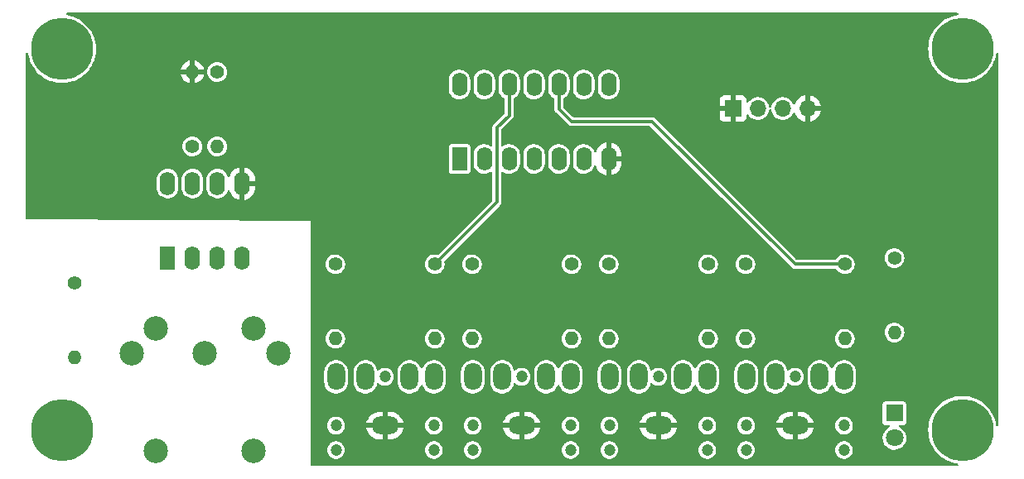
<source format=gbl>
%TF.GenerationSoftware,KiCad,Pcbnew,(6.0.1)*%
%TF.CreationDate,2022-10-06T12:35:45-04:00*%
%TF.ProjectId,MOD-MIDI-THRU,4d4f442d-4d49-4444-992d-544852552e6b,1*%
%TF.SameCoordinates,Original*%
%TF.FileFunction,Copper,L2,Bot*%
%TF.FilePolarity,Positive*%
%FSLAX46Y46*%
G04 Gerber Fmt 4.6, Leading zero omitted, Abs format (unit mm)*
G04 Created by KiCad (PCBNEW (6.0.1)) date 2022-10-06 12:35:45*
%MOMM*%
%LPD*%
G01*
G04 APERTURE LIST*
%TA.AperFunction,ComponentPad*%
%ADD10C,1.400000*%
%TD*%
%TA.AperFunction,ComponentPad*%
%ADD11O,1.400000X1.400000*%
%TD*%
%TA.AperFunction,ComponentPad*%
%ADD12C,6.350000*%
%TD*%
%TA.AperFunction,ComponentPad*%
%ADD13C,1.200000*%
%TD*%
%TA.AperFunction,ComponentPad*%
%ADD14O,1.800000X2.800000*%
%TD*%
%TA.AperFunction,ComponentPad*%
%ADD15O,2.800000X1.800000*%
%TD*%
%TA.AperFunction,ComponentPad*%
%ADD16R,1.600000X2.400000*%
%TD*%
%TA.AperFunction,ComponentPad*%
%ADD17O,1.600000X2.400000*%
%TD*%
%TA.AperFunction,ComponentPad*%
%ADD18R,1.800000X1.800000*%
%TD*%
%TA.AperFunction,ComponentPad*%
%ADD19C,1.800000*%
%TD*%
%TA.AperFunction,ComponentPad*%
%ADD20R,1.700000X1.700000*%
%TD*%
%TA.AperFunction,ComponentPad*%
%ADD21O,1.700000X1.700000*%
%TD*%
%TA.AperFunction,ComponentPad*%
%ADD22C,2.500000*%
%TD*%
%TA.AperFunction,Conductor*%
%ADD23C,0.304800*%
%TD*%
G04 APERTURE END LIST*
D10*
%TO.P,R8,1*%
%TO.N,+5V*%
X149860000Y-66040000D03*
D11*
%TO.P,R8,2*%
%TO.N,Net-(J4-PadR)*%
X149860000Y-73660000D03*
%TD*%
D12*
%TO.P,MTG1,1*%
%TO.N,N/C*%
X94000000Y-83000000D03*
%TD*%
D10*
%TO.P,R6,1*%
%TO.N,+5V*%
X135890000Y-66040000D03*
D11*
%TO.P,R6,2*%
%TO.N,Net-(J3-PadR)*%
X135890000Y-73660000D03*
%TD*%
D13*
%TO.P,J5,90*%
%TO.N,N/C*%
X173910000Y-82550000D03*
X163910000Y-85050000D03*
X173910000Y-85050000D03*
X168910000Y-77550000D03*
X163910000Y-82550000D03*
D14*
%TO.P,J5,R*%
%TO.N,Net-(J5-PadR)*%
X163910000Y-77550000D03*
%TO.P,J5,RN*%
%TO.N,N/C*%
X166910000Y-77550000D03*
D15*
%TO.P,J5,S*%
%TO.N,GND*%
X168910000Y-82550000D03*
D14*
%TO.P,J5,T*%
%TO.N,Net-(J5-PadT)*%
X173910000Y-77550000D03*
%TO.P,J5,TN*%
%TO.N,N/C*%
X171410000Y-77550000D03*
%TD*%
D10*
%TO.P,R7,1*%
%TO.N,Net-(R7-Pad1)*%
X146050000Y-66040000D03*
D11*
%TO.P,R7,2*%
%TO.N,Net-(J3-PadT)*%
X146050000Y-73660000D03*
%TD*%
D13*
%TO.P,J4,90*%
%TO.N,N/C*%
X159940000Y-82550000D03*
X154940000Y-77550000D03*
X149940000Y-85050000D03*
X159940000Y-85050000D03*
X149940000Y-82550000D03*
D14*
%TO.P,J4,R*%
%TO.N,Net-(J4-PadR)*%
X149940000Y-77550000D03*
%TO.P,J4,RN*%
%TO.N,N/C*%
X152940000Y-77550000D03*
D15*
%TO.P,J4,S*%
%TO.N,GND*%
X154940000Y-82550000D03*
D14*
%TO.P,J4,T*%
%TO.N,Net-(J4-PadT)*%
X159940000Y-77550000D03*
%TO.P,J4,TN*%
%TO.N,N/C*%
X157440000Y-77550000D03*
%TD*%
D10*
%TO.P,R4,1*%
%TO.N,+5V*%
X121920000Y-66040000D03*
D11*
%TO.P,R4,2*%
%TO.N,Net-(J2-PadR)*%
X121920000Y-73660000D03*
%TD*%
D16*
%TO.P,U1,1*%
%TO.N,/RXD*%
X134615000Y-55260000D03*
D17*
%TO.P,U1,2*%
%TO.N,Net-(U1-Pad13)*%
X137155000Y-55260000D03*
%TO.P,U1,3*%
X139695000Y-55260000D03*
%TO.P,U1,4*%
%TO.N,Net-(R7-Pad1)*%
X142235000Y-55260000D03*
%TO.P,U1,5*%
%TO.N,Net-(U1-Pad13)*%
X144775000Y-55260000D03*
%TO.P,U1,6*%
%TO.N,Net-(R9-Pad1)*%
X147315000Y-55260000D03*
%TO.P,U1,7,GND*%
%TO.N,GND*%
X149855000Y-55260000D03*
%TO.P,U1,8*%
%TO.N,Net-(R12-Pad1)*%
X149855000Y-47640000D03*
%TO.P,U1,9*%
%TO.N,unconnected-(U1-Pad9)*%
X147315000Y-47640000D03*
%TO.P,U1,10*%
%TO.N,Net-(R11-Pad1)*%
X144775000Y-47640000D03*
%TO.P,U1,11*%
%TO.N,Net-(U1-Pad13)*%
X142235000Y-47640000D03*
%TO.P,U1,12*%
%TO.N,Net-(R5-Pad1)*%
X139695000Y-47640000D03*
%TO.P,U1,13*%
%TO.N,Net-(U1-Pad13)*%
X137155000Y-47640000D03*
%TO.P,U1,14,VCC*%
%TO.N,+5V*%
X134615000Y-47640000D03*
%TD*%
D10*
%TO.P,R11,1*%
%TO.N,Net-(R11-Pad1)*%
X173990000Y-66040000D03*
D11*
%TO.P,R11,2*%
%TO.N,Net-(J5-PadT)*%
X173990000Y-73660000D03*
%TD*%
D10*
%TO.P,R5,1*%
%TO.N,Net-(R5-Pad1)*%
X132080000Y-66040000D03*
D11*
%TO.P,R5,2*%
%TO.N,Net-(J2-PadT)*%
X132080000Y-73660000D03*
%TD*%
D10*
%TO.P,R3,1*%
%TO.N,Net-(R3-Pad1)*%
X95250000Y-67945000D03*
D11*
%TO.P,R3,2*%
%TO.N,/MIDI_IN*%
X95250000Y-75565000D03*
%TD*%
D18*
%TO.P,D1,1,K*%
%TO.N,Net-(D1-Pad1)*%
X179070000Y-81275000D03*
D19*
%TO.P,D1,2,A*%
%TO.N,+5V*%
X179070000Y-83815000D03*
%TD*%
D10*
%TO.P,R9,1*%
%TO.N,Net-(R9-Pad1)*%
X160020000Y-66040000D03*
D11*
%TO.P,R9,2*%
%TO.N,Net-(J4-PadT)*%
X160020000Y-73660000D03*
%TD*%
D12*
%TO.P,MTG3,1*%
%TO.N,N/C*%
X94000000Y-44000000D03*
%TD*%
D20*
%TO.P,J6,1,Pin_1*%
%TO.N,GND*%
X162570000Y-50095000D03*
D21*
%TO.P,J6,2,Pin_2*%
%TO.N,+5V*%
X165110000Y-50095000D03*
%TO.P,J6,3,Pin_3*%
X167650000Y-50095000D03*
%TO.P,J6,4,Pin_4*%
%TO.N,GND*%
X170190000Y-50095000D03*
%TD*%
D10*
%TO.P,R10,1*%
%TO.N,+5V*%
X163830000Y-66040000D03*
D11*
%TO.P,R10,2*%
%TO.N,Net-(J5-PadR)*%
X163830000Y-73660000D03*
%TD*%
D22*
%TO.P,J1,1*%
%TO.N,unconnected-(J1-Pad1)*%
X116085000Y-75105000D03*
%TO.P,J1,2*%
%TO.N,unconnected-(J1-Pad2)*%
X108585000Y-75105000D03*
%TO.P,J1,3*%
%TO.N,unconnected-(J1-Pad3)*%
X101085000Y-75105000D03*
%TO.P,J1,4*%
%TO.N,/MIDI_IN*%
X113585000Y-72605000D03*
%TO.P,J1,5*%
%TO.N,Net-(U2-Pad3)*%
X103585000Y-72605000D03*
%TO.P,J1,6*%
%TO.N,N/C*%
X113585000Y-85105000D03*
X103585000Y-85105000D03*
%TD*%
D13*
%TO.P,J2,90*%
%TO.N,N/C*%
X132000000Y-82550000D03*
X132000000Y-85050000D03*
X122000000Y-82550000D03*
X127000000Y-77550000D03*
X122000000Y-85050000D03*
D14*
%TO.P,J2,R*%
%TO.N,Net-(J2-PadR)*%
X122000000Y-77550000D03*
%TO.P,J2,RN*%
%TO.N,N/C*%
X125000000Y-77550000D03*
D15*
%TO.P,J2,S*%
%TO.N,GND*%
X127000000Y-82550000D03*
D14*
%TO.P,J2,T*%
%TO.N,Net-(J2-PadT)*%
X132000000Y-77550000D03*
%TO.P,J2,TN*%
%TO.N,N/C*%
X129500000Y-77550000D03*
%TD*%
D13*
%TO.P,J3,90*%
%TO.N,N/C*%
X135970000Y-85050000D03*
X135970000Y-82550000D03*
X145970000Y-85050000D03*
X140970000Y-77550000D03*
X145970000Y-82550000D03*
D14*
%TO.P,J3,R*%
%TO.N,Net-(J3-PadR)*%
X135970000Y-77550000D03*
%TO.P,J3,RN*%
%TO.N,N/C*%
X138970000Y-77550000D03*
D15*
%TO.P,J3,S*%
%TO.N,GND*%
X140970000Y-82550000D03*
D14*
%TO.P,J3,T*%
%TO.N,Net-(J3-PadT)*%
X145970000Y-77550000D03*
%TO.P,J3,TN*%
%TO.N,N/C*%
X143470000Y-77550000D03*
%TD*%
D10*
%TO.P,R12,1*%
%TO.N,Net-(R12-Pad1)*%
X179070000Y-65405000D03*
D11*
%TO.P,R12,2*%
%TO.N,Net-(D1-Pad1)*%
X179070000Y-73025000D03*
%TD*%
D10*
%TO.P,R2,1*%
%TO.N,+5V*%
X109855000Y-46355000D03*
D11*
%TO.P,R2,2*%
%TO.N,/RXD*%
X109855000Y-53975000D03*
%TD*%
D10*
%TO.P,R1,1*%
%TO.N,Net-(R1-Pad1)*%
X107315000Y-53975000D03*
D11*
%TO.P,R1,2*%
%TO.N,GND*%
X107315000Y-46355000D03*
%TD*%
D16*
%TO.P,U2,1,NC*%
%TO.N,unconnected-(U2-Pad1)*%
X104785000Y-65395000D03*
D17*
%TO.P,U2,2,C1*%
%TO.N,Net-(R3-Pad1)*%
X107325000Y-65395000D03*
%TO.P,U2,3,C2*%
%TO.N,Net-(U2-Pad3)*%
X109865000Y-65395000D03*
%TO.P,U2,4,NC*%
%TO.N,unconnected-(U2-Pad4)*%
X112405000Y-65395000D03*
%TO.P,U2,5,GND*%
%TO.N,GND*%
X112405000Y-57775000D03*
%TO.P,U2,6,VO2*%
%TO.N,/RXD*%
X109865000Y-57775000D03*
%TO.P,U2,7,VO1*%
%TO.N,Net-(R1-Pad1)*%
X107325000Y-57775000D03*
%TO.P,U2,8,VCC*%
%TO.N,+5V*%
X104785000Y-57775000D03*
%TD*%
D12*
%TO.P,MTG2,1*%
%TO.N,N/C*%
X186000000Y-83000000D03*
%TD*%
%TO.P,MTG4,1*%
%TO.N,N/C*%
X186000000Y-44000000D03*
%TD*%
D23*
%TO.N,Net-(R11-Pad1)*%
X154305000Y-51435000D02*
X168910000Y-66040000D01*
X146050000Y-51435000D02*
X154305000Y-51435000D01*
X144775000Y-50160000D02*
X146050000Y-51435000D01*
X168910000Y-66040000D02*
X173990000Y-66040000D01*
X144775000Y-47640000D02*
X144775000Y-50160000D01*
%TO.N,Net-(R5-Pad1)*%
X139695000Y-50805000D02*
X139695000Y-47640000D01*
X138430000Y-52070000D02*
X139695000Y-50805000D01*
X138430000Y-59690000D02*
X138430000Y-52070000D01*
X132080000Y-66040000D02*
X138430000Y-59690000D01*
%TD*%
%TA.AperFunction,Conductor*%
%TO.N,GND*%
G36*
X185550059Y-40324802D02*
G01*
X185596552Y-40378458D01*
X185606656Y-40448732D01*
X185577162Y-40513312D01*
X185517436Y-40551696D01*
X185501650Y-40555249D01*
X185275412Y-40591081D01*
X184923052Y-40685496D01*
X184582492Y-40816225D01*
X184579552Y-40817723D01*
X184260403Y-40980337D01*
X184260396Y-40980341D01*
X184257462Y-40981836D01*
X183951524Y-41180514D01*
X183668029Y-41410084D01*
X183410084Y-41668029D01*
X183180514Y-41951524D01*
X182981836Y-42257462D01*
X182816225Y-42582492D01*
X182685496Y-42923052D01*
X182591081Y-43275412D01*
X182534016Y-43635710D01*
X182514924Y-44000000D01*
X182534016Y-44364290D01*
X182534529Y-44367530D01*
X182534530Y-44367538D01*
X182555249Y-44498351D01*
X182591081Y-44724588D01*
X182685496Y-45076948D01*
X182686681Y-45080036D01*
X182686682Y-45080038D01*
X182729108Y-45190561D01*
X182816225Y-45417508D01*
X182817723Y-45420448D01*
X182931223Y-45643204D01*
X182981836Y-45742538D01*
X182983632Y-45745304D01*
X182983634Y-45745307D01*
X183016544Y-45795984D01*
X183180514Y-46048476D01*
X183410084Y-46331971D01*
X183668029Y-46589916D01*
X183951524Y-46819486D01*
X183964111Y-46827660D01*
X184122533Y-46930540D01*
X184257462Y-47018164D01*
X184260396Y-47019659D01*
X184260403Y-47019663D01*
X184576068Y-47180502D01*
X184582492Y-47183775D01*
X184789703Y-47263316D01*
X184881246Y-47298456D01*
X184923052Y-47314504D01*
X185275412Y-47408919D01*
X185466987Y-47439261D01*
X185632462Y-47465470D01*
X185632470Y-47465471D01*
X185635710Y-47465984D01*
X186000000Y-47485076D01*
X186364290Y-47465984D01*
X186367530Y-47465471D01*
X186367538Y-47465470D01*
X186533013Y-47439261D01*
X186724588Y-47408919D01*
X187076948Y-47314504D01*
X187118755Y-47298456D01*
X187210297Y-47263316D01*
X187417508Y-47183775D01*
X187423932Y-47180502D01*
X187739597Y-47019663D01*
X187739604Y-47019659D01*
X187742538Y-47018164D01*
X187877468Y-46930540D01*
X188035889Y-46827660D01*
X188048476Y-46819486D01*
X188331971Y-46589916D01*
X188589916Y-46331971D01*
X188819486Y-46048476D01*
X188983456Y-45795984D01*
X189016366Y-45745307D01*
X189016368Y-45745304D01*
X189018164Y-45742538D01*
X189068778Y-45643204D01*
X189182277Y-45420448D01*
X189183775Y-45417508D01*
X189270892Y-45190561D01*
X189313318Y-45080038D01*
X189313319Y-45080036D01*
X189314504Y-45076948D01*
X189408919Y-44724588D01*
X189444751Y-44498351D01*
X189475163Y-44434198D01*
X189535431Y-44396671D01*
X189606421Y-44397685D01*
X189665593Y-44436918D01*
X189694161Y-44501913D01*
X189695200Y-44518062D01*
X189695200Y-82481938D01*
X189675198Y-82550059D01*
X189621542Y-82596552D01*
X189551268Y-82606656D01*
X189486688Y-82577162D01*
X189448304Y-82517436D01*
X189444751Y-82501649D01*
X189433556Y-82430964D01*
X189408919Y-82275412D01*
X189314504Y-81923052D01*
X189312229Y-81917124D01*
X189184959Y-81585577D01*
X189183775Y-81582492D01*
X189114100Y-81445747D01*
X189019663Y-81260403D01*
X189019659Y-81260396D01*
X189018164Y-81257462D01*
X188951981Y-81155548D01*
X188821288Y-80954299D01*
X188819486Y-80951524D01*
X188589916Y-80668029D01*
X188331971Y-80410084D01*
X188048476Y-80180514D01*
X187878515Y-80070140D01*
X187745307Y-79983634D01*
X187745304Y-79983632D01*
X187742538Y-79981836D01*
X187739604Y-79980341D01*
X187739597Y-79980337D01*
X187420448Y-79817723D01*
X187417508Y-79816225D01*
X187076948Y-79685496D01*
X186724588Y-79591081D01*
X186533013Y-79560739D01*
X186367538Y-79534530D01*
X186367530Y-79534529D01*
X186364290Y-79534016D01*
X186000000Y-79514924D01*
X185635710Y-79534016D01*
X185632470Y-79534529D01*
X185632462Y-79534530D01*
X185466987Y-79560739D01*
X185275412Y-79591081D01*
X184923052Y-79685496D01*
X184582492Y-79816225D01*
X184579552Y-79817723D01*
X184260403Y-79980337D01*
X184260396Y-79980341D01*
X184257462Y-79981836D01*
X184254696Y-79983632D01*
X184254693Y-79983634D01*
X184121485Y-80070140D01*
X183951524Y-80180514D01*
X183668029Y-80410084D01*
X183410084Y-80668029D01*
X183180514Y-80951524D01*
X183178712Y-80954299D01*
X183048020Y-81155548D01*
X182981836Y-81257462D01*
X182980341Y-81260396D01*
X182980337Y-81260403D01*
X182885900Y-81445747D01*
X182816225Y-81582492D01*
X182815041Y-81585577D01*
X182687772Y-81917124D01*
X182685496Y-81923052D01*
X182591081Y-82275412D01*
X182576527Y-82367305D01*
X182537701Y-82612445D01*
X182534016Y-82635710D01*
X182514924Y-83000000D01*
X182534016Y-83364290D01*
X182534529Y-83367530D01*
X182534530Y-83367538D01*
X182537552Y-83386618D01*
X182591081Y-83724588D01*
X182685496Y-84076948D01*
X182686681Y-84080036D01*
X182686682Y-84080038D01*
X182736684Y-84210297D01*
X182816225Y-84417508D01*
X182817723Y-84420448D01*
X182953048Y-84686038D01*
X182981836Y-84742538D01*
X182983632Y-84745304D01*
X182983634Y-84745307D01*
X183097642Y-84920864D01*
X183180514Y-85048476D01*
X183410084Y-85331971D01*
X183668029Y-85589916D01*
X183951524Y-85819486D01*
X184008410Y-85856428D01*
X184101848Y-85917107D01*
X184257462Y-86018164D01*
X184260396Y-86019659D01*
X184260403Y-86019663D01*
X184363998Y-86072447D01*
X184582492Y-86183775D01*
X184923052Y-86314504D01*
X185275412Y-86408919D01*
X185501649Y-86444751D01*
X185565802Y-86475163D01*
X185603329Y-86535431D01*
X185602315Y-86606421D01*
X185563082Y-86665593D01*
X185498087Y-86694161D01*
X185481938Y-86695200D01*
X119506259Y-86695200D01*
X119438138Y-86675198D01*
X119391645Y-86621542D01*
X119380259Y-86569123D01*
X119381184Y-85050000D01*
X121089713Y-85050000D01*
X121109605Y-85239259D01*
X121168411Y-85420247D01*
X121263562Y-85585053D01*
X121390899Y-85726475D01*
X121544856Y-85838332D01*
X121550885Y-85841016D01*
X121550888Y-85841018D01*
X121712670Y-85913047D01*
X121712673Y-85913048D01*
X121718706Y-85915734D01*
X121759382Y-85924380D01*
X121898392Y-85953928D01*
X121898396Y-85953928D01*
X121904849Y-85955300D01*
X122095151Y-85955300D01*
X122101604Y-85953928D01*
X122101608Y-85953928D01*
X122240618Y-85924380D01*
X122281294Y-85915734D01*
X122287327Y-85913048D01*
X122287330Y-85913047D01*
X122449112Y-85841018D01*
X122449115Y-85841016D01*
X122455144Y-85838332D01*
X122609101Y-85726475D01*
X122736438Y-85585053D01*
X122831589Y-85420247D01*
X122890395Y-85239259D01*
X122910287Y-85050000D01*
X131089713Y-85050000D01*
X131109605Y-85239259D01*
X131168411Y-85420247D01*
X131263562Y-85585053D01*
X131390899Y-85726475D01*
X131544856Y-85838332D01*
X131550885Y-85841016D01*
X131550888Y-85841018D01*
X131712670Y-85913047D01*
X131712673Y-85913048D01*
X131718706Y-85915734D01*
X131759382Y-85924380D01*
X131898392Y-85953928D01*
X131898396Y-85953928D01*
X131904849Y-85955300D01*
X132095151Y-85955300D01*
X132101604Y-85953928D01*
X132101608Y-85953928D01*
X132240618Y-85924380D01*
X132281294Y-85915734D01*
X132287327Y-85913048D01*
X132287330Y-85913047D01*
X132449112Y-85841018D01*
X132449115Y-85841016D01*
X132455144Y-85838332D01*
X132609101Y-85726475D01*
X132736438Y-85585053D01*
X132831589Y-85420247D01*
X132890395Y-85239259D01*
X132910287Y-85050000D01*
X135059713Y-85050000D01*
X135079605Y-85239259D01*
X135138411Y-85420247D01*
X135233562Y-85585053D01*
X135360899Y-85726475D01*
X135514856Y-85838332D01*
X135520885Y-85841016D01*
X135520888Y-85841018D01*
X135682670Y-85913047D01*
X135682673Y-85913048D01*
X135688706Y-85915734D01*
X135729382Y-85924380D01*
X135868392Y-85953928D01*
X135868396Y-85953928D01*
X135874849Y-85955300D01*
X136065151Y-85955300D01*
X136071604Y-85953928D01*
X136071608Y-85953928D01*
X136210618Y-85924380D01*
X136251294Y-85915734D01*
X136257327Y-85913048D01*
X136257330Y-85913047D01*
X136419112Y-85841018D01*
X136419115Y-85841016D01*
X136425144Y-85838332D01*
X136579101Y-85726475D01*
X136706438Y-85585053D01*
X136801589Y-85420247D01*
X136860395Y-85239259D01*
X136880287Y-85050000D01*
X145059713Y-85050000D01*
X145079605Y-85239259D01*
X145138411Y-85420247D01*
X145233562Y-85585053D01*
X145360899Y-85726475D01*
X145514856Y-85838332D01*
X145520885Y-85841016D01*
X145520888Y-85841018D01*
X145682670Y-85913047D01*
X145682673Y-85913048D01*
X145688706Y-85915734D01*
X145729382Y-85924380D01*
X145868392Y-85953928D01*
X145868396Y-85953928D01*
X145874849Y-85955300D01*
X146065151Y-85955300D01*
X146071604Y-85953928D01*
X146071608Y-85953928D01*
X146210618Y-85924380D01*
X146251294Y-85915734D01*
X146257327Y-85913048D01*
X146257330Y-85913047D01*
X146419112Y-85841018D01*
X146419115Y-85841016D01*
X146425144Y-85838332D01*
X146579101Y-85726475D01*
X146706438Y-85585053D01*
X146801589Y-85420247D01*
X146860395Y-85239259D01*
X146880287Y-85050000D01*
X149029713Y-85050000D01*
X149049605Y-85239259D01*
X149108411Y-85420247D01*
X149203562Y-85585053D01*
X149330899Y-85726475D01*
X149484856Y-85838332D01*
X149490885Y-85841016D01*
X149490888Y-85841018D01*
X149652670Y-85913047D01*
X149652673Y-85913048D01*
X149658706Y-85915734D01*
X149699382Y-85924380D01*
X149838392Y-85953928D01*
X149838396Y-85953928D01*
X149844849Y-85955300D01*
X150035151Y-85955300D01*
X150041604Y-85953928D01*
X150041608Y-85953928D01*
X150180618Y-85924380D01*
X150221294Y-85915734D01*
X150227327Y-85913048D01*
X150227330Y-85913047D01*
X150389112Y-85841018D01*
X150389115Y-85841016D01*
X150395144Y-85838332D01*
X150549101Y-85726475D01*
X150676438Y-85585053D01*
X150771589Y-85420247D01*
X150830395Y-85239259D01*
X150850287Y-85050000D01*
X159029713Y-85050000D01*
X159049605Y-85239259D01*
X159108411Y-85420247D01*
X159203562Y-85585053D01*
X159330899Y-85726475D01*
X159484856Y-85838332D01*
X159490885Y-85841016D01*
X159490888Y-85841018D01*
X159652670Y-85913047D01*
X159652673Y-85913048D01*
X159658706Y-85915734D01*
X159699382Y-85924380D01*
X159838392Y-85953928D01*
X159838396Y-85953928D01*
X159844849Y-85955300D01*
X160035151Y-85955300D01*
X160041604Y-85953928D01*
X160041608Y-85953928D01*
X160180618Y-85924380D01*
X160221294Y-85915734D01*
X160227327Y-85913048D01*
X160227330Y-85913047D01*
X160389112Y-85841018D01*
X160389115Y-85841016D01*
X160395144Y-85838332D01*
X160549101Y-85726475D01*
X160676438Y-85585053D01*
X160771589Y-85420247D01*
X160830395Y-85239259D01*
X160850287Y-85050000D01*
X162999713Y-85050000D01*
X163019605Y-85239259D01*
X163078411Y-85420247D01*
X163173562Y-85585053D01*
X163300899Y-85726475D01*
X163454856Y-85838332D01*
X163460885Y-85841016D01*
X163460888Y-85841018D01*
X163622670Y-85913047D01*
X163622673Y-85913048D01*
X163628706Y-85915734D01*
X163669382Y-85924380D01*
X163808392Y-85953928D01*
X163808396Y-85953928D01*
X163814849Y-85955300D01*
X164005151Y-85955300D01*
X164011604Y-85953928D01*
X164011608Y-85953928D01*
X164150618Y-85924380D01*
X164191294Y-85915734D01*
X164197327Y-85913048D01*
X164197330Y-85913047D01*
X164359112Y-85841018D01*
X164359115Y-85841016D01*
X164365144Y-85838332D01*
X164519101Y-85726475D01*
X164646438Y-85585053D01*
X164741589Y-85420247D01*
X164800395Y-85239259D01*
X164820287Y-85050000D01*
X172999713Y-85050000D01*
X173019605Y-85239259D01*
X173078411Y-85420247D01*
X173173562Y-85585053D01*
X173300899Y-85726475D01*
X173454856Y-85838332D01*
X173460885Y-85841016D01*
X173460888Y-85841018D01*
X173622670Y-85913047D01*
X173622673Y-85913048D01*
X173628706Y-85915734D01*
X173669382Y-85924380D01*
X173808392Y-85953928D01*
X173808396Y-85953928D01*
X173814849Y-85955300D01*
X174005151Y-85955300D01*
X174011604Y-85953928D01*
X174011608Y-85953928D01*
X174150618Y-85924380D01*
X174191294Y-85915734D01*
X174197327Y-85913048D01*
X174197330Y-85913047D01*
X174359112Y-85841018D01*
X174359115Y-85841016D01*
X174365144Y-85838332D01*
X174519101Y-85726475D01*
X174646438Y-85585053D01*
X174741589Y-85420247D01*
X174800395Y-85239259D01*
X174820287Y-85050000D01*
X174800395Y-84860741D01*
X174741589Y-84679753D01*
X174646438Y-84514947D01*
X174558704Y-84417508D01*
X174523523Y-84378436D01*
X174523522Y-84378435D01*
X174519101Y-84373525D01*
X174365144Y-84261668D01*
X174359115Y-84258984D01*
X174359112Y-84258982D01*
X174197330Y-84186953D01*
X174197327Y-84186952D01*
X174191294Y-84184266D01*
X174150618Y-84175620D01*
X174011608Y-84146072D01*
X174011604Y-84146072D01*
X174005151Y-84144700D01*
X173814849Y-84144700D01*
X173808396Y-84146072D01*
X173808392Y-84146072D01*
X173721777Y-84164483D01*
X173628706Y-84184266D01*
X173622676Y-84186951D01*
X173622675Y-84186951D01*
X173460887Y-84258983D01*
X173460885Y-84258984D01*
X173454857Y-84261668D01*
X173449516Y-84265548D01*
X173449515Y-84265549D01*
X173385054Y-84312383D01*
X173300899Y-84373525D01*
X173296478Y-84378435D01*
X173296477Y-84378436D01*
X173261297Y-84417508D01*
X173173562Y-84514947D01*
X173078411Y-84679753D01*
X173019605Y-84860741D01*
X172999713Y-85050000D01*
X164820287Y-85050000D01*
X164800395Y-84860741D01*
X164741589Y-84679753D01*
X164646438Y-84514947D01*
X164558704Y-84417508D01*
X164523523Y-84378436D01*
X164523522Y-84378435D01*
X164519101Y-84373525D01*
X164365144Y-84261668D01*
X164359115Y-84258984D01*
X164359112Y-84258982D01*
X164197330Y-84186953D01*
X164197327Y-84186952D01*
X164191294Y-84184266D01*
X164150618Y-84175620D01*
X164011608Y-84146072D01*
X164011604Y-84146072D01*
X164005151Y-84144700D01*
X163814849Y-84144700D01*
X163808396Y-84146072D01*
X163808392Y-84146072D01*
X163721777Y-84164483D01*
X163628706Y-84184266D01*
X163622676Y-84186951D01*
X163622675Y-84186951D01*
X163460887Y-84258983D01*
X163460885Y-84258984D01*
X163454857Y-84261668D01*
X163449516Y-84265548D01*
X163449515Y-84265549D01*
X163385054Y-84312383D01*
X163300899Y-84373525D01*
X163296478Y-84378435D01*
X163296477Y-84378436D01*
X163261297Y-84417508D01*
X163173562Y-84514947D01*
X163078411Y-84679753D01*
X163019605Y-84860741D01*
X162999713Y-85050000D01*
X160850287Y-85050000D01*
X160830395Y-84860741D01*
X160771589Y-84679753D01*
X160676438Y-84514947D01*
X160588704Y-84417508D01*
X160553523Y-84378436D01*
X160553522Y-84378435D01*
X160549101Y-84373525D01*
X160395144Y-84261668D01*
X160389115Y-84258984D01*
X160389112Y-84258982D01*
X160227330Y-84186953D01*
X160227327Y-84186952D01*
X160221294Y-84184266D01*
X160180618Y-84175620D01*
X160041608Y-84146072D01*
X160041604Y-84146072D01*
X160035151Y-84144700D01*
X159844849Y-84144700D01*
X159838396Y-84146072D01*
X159838392Y-84146072D01*
X159751777Y-84164483D01*
X159658706Y-84184266D01*
X159652676Y-84186951D01*
X159652675Y-84186951D01*
X159490887Y-84258983D01*
X159490885Y-84258984D01*
X159484857Y-84261668D01*
X159479516Y-84265548D01*
X159479515Y-84265549D01*
X159415054Y-84312383D01*
X159330899Y-84373525D01*
X159326478Y-84378435D01*
X159326477Y-84378436D01*
X159291297Y-84417508D01*
X159203562Y-84514947D01*
X159108411Y-84679753D01*
X159049605Y-84860741D01*
X159029713Y-85050000D01*
X150850287Y-85050000D01*
X150830395Y-84860741D01*
X150771589Y-84679753D01*
X150676438Y-84514947D01*
X150588704Y-84417508D01*
X150553523Y-84378436D01*
X150553522Y-84378435D01*
X150549101Y-84373525D01*
X150395144Y-84261668D01*
X150389115Y-84258984D01*
X150389112Y-84258982D01*
X150227330Y-84186953D01*
X150227327Y-84186952D01*
X150221294Y-84184266D01*
X150180618Y-84175620D01*
X150041608Y-84146072D01*
X150041604Y-84146072D01*
X150035151Y-84144700D01*
X149844849Y-84144700D01*
X149838396Y-84146072D01*
X149838392Y-84146072D01*
X149751777Y-84164483D01*
X149658706Y-84184266D01*
X149652676Y-84186951D01*
X149652675Y-84186951D01*
X149490887Y-84258983D01*
X149490885Y-84258984D01*
X149484857Y-84261668D01*
X149479516Y-84265548D01*
X149479515Y-84265549D01*
X149415054Y-84312383D01*
X149330899Y-84373525D01*
X149326478Y-84378435D01*
X149326477Y-84378436D01*
X149291297Y-84417508D01*
X149203562Y-84514947D01*
X149108411Y-84679753D01*
X149049605Y-84860741D01*
X149029713Y-85050000D01*
X146880287Y-85050000D01*
X146860395Y-84860741D01*
X146801589Y-84679753D01*
X146706438Y-84514947D01*
X146618704Y-84417508D01*
X146583523Y-84378436D01*
X146583522Y-84378435D01*
X146579101Y-84373525D01*
X146425144Y-84261668D01*
X146419115Y-84258984D01*
X146419112Y-84258982D01*
X146257330Y-84186953D01*
X146257327Y-84186952D01*
X146251294Y-84184266D01*
X146210618Y-84175620D01*
X146071608Y-84146072D01*
X146071604Y-84146072D01*
X146065151Y-84144700D01*
X145874849Y-84144700D01*
X145868396Y-84146072D01*
X145868392Y-84146072D01*
X145781777Y-84164483D01*
X145688706Y-84184266D01*
X145682676Y-84186951D01*
X145682675Y-84186951D01*
X145520887Y-84258983D01*
X145520885Y-84258984D01*
X145514857Y-84261668D01*
X145509516Y-84265548D01*
X145509515Y-84265549D01*
X145445054Y-84312383D01*
X145360899Y-84373525D01*
X145356478Y-84378435D01*
X145356477Y-84378436D01*
X145321297Y-84417508D01*
X145233562Y-84514947D01*
X145138411Y-84679753D01*
X145079605Y-84860741D01*
X145059713Y-85050000D01*
X136880287Y-85050000D01*
X136860395Y-84860741D01*
X136801589Y-84679753D01*
X136706438Y-84514947D01*
X136618704Y-84417508D01*
X136583523Y-84378436D01*
X136583522Y-84378435D01*
X136579101Y-84373525D01*
X136425144Y-84261668D01*
X136419115Y-84258984D01*
X136419112Y-84258982D01*
X136257330Y-84186953D01*
X136257327Y-84186952D01*
X136251294Y-84184266D01*
X136210618Y-84175620D01*
X136071608Y-84146072D01*
X136071604Y-84146072D01*
X136065151Y-84144700D01*
X135874849Y-84144700D01*
X135868396Y-84146072D01*
X135868392Y-84146072D01*
X135781777Y-84164483D01*
X135688706Y-84184266D01*
X135682676Y-84186951D01*
X135682675Y-84186951D01*
X135520887Y-84258983D01*
X135520885Y-84258984D01*
X135514857Y-84261668D01*
X135509516Y-84265548D01*
X135509515Y-84265549D01*
X135445054Y-84312383D01*
X135360899Y-84373525D01*
X135356478Y-84378435D01*
X135356477Y-84378436D01*
X135321297Y-84417508D01*
X135233562Y-84514947D01*
X135138411Y-84679753D01*
X135079605Y-84860741D01*
X135059713Y-85050000D01*
X132910287Y-85050000D01*
X132890395Y-84860741D01*
X132831589Y-84679753D01*
X132736438Y-84514947D01*
X132648704Y-84417508D01*
X132613523Y-84378436D01*
X132613522Y-84378435D01*
X132609101Y-84373525D01*
X132455144Y-84261668D01*
X132449115Y-84258984D01*
X132449112Y-84258982D01*
X132287330Y-84186953D01*
X132287327Y-84186952D01*
X132281294Y-84184266D01*
X132240618Y-84175620D01*
X132101608Y-84146072D01*
X132101604Y-84146072D01*
X132095151Y-84144700D01*
X131904849Y-84144700D01*
X131898396Y-84146072D01*
X131898392Y-84146072D01*
X131811777Y-84164483D01*
X131718706Y-84184266D01*
X131712676Y-84186951D01*
X131712675Y-84186951D01*
X131550887Y-84258983D01*
X131550885Y-84258984D01*
X131544857Y-84261668D01*
X131539516Y-84265548D01*
X131539515Y-84265549D01*
X131475054Y-84312383D01*
X131390899Y-84373525D01*
X131386478Y-84378435D01*
X131386477Y-84378436D01*
X131351297Y-84417508D01*
X131263562Y-84514947D01*
X131168411Y-84679753D01*
X131109605Y-84860741D01*
X131089713Y-85050000D01*
X122910287Y-85050000D01*
X122890395Y-84860741D01*
X122831589Y-84679753D01*
X122736438Y-84514947D01*
X122648704Y-84417508D01*
X122613523Y-84378436D01*
X122613522Y-84378435D01*
X122609101Y-84373525D01*
X122455144Y-84261668D01*
X122449115Y-84258984D01*
X122449112Y-84258982D01*
X122287330Y-84186953D01*
X122287327Y-84186952D01*
X122281294Y-84184266D01*
X122240618Y-84175620D01*
X122101608Y-84146072D01*
X122101604Y-84146072D01*
X122095151Y-84144700D01*
X121904849Y-84144700D01*
X121898396Y-84146072D01*
X121898392Y-84146072D01*
X121811777Y-84164483D01*
X121718706Y-84184266D01*
X121712676Y-84186951D01*
X121712675Y-84186951D01*
X121550887Y-84258983D01*
X121550885Y-84258984D01*
X121544857Y-84261668D01*
X121539516Y-84265548D01*
X121539515Y-84265549D01*
X121475054Y-84312383D01*
X121390899Y-84373525D01*
X121386478Y-84378435D01*
X121386477Y-84378436D01*
X121351297Y-84417508D01*
X121263562Y-84514947D01*
X121168411Y-84679753D01*
X121109605Y-84860741D01*
X121089713Y-85050000D01*
X119381184Y-85050000D01*
X119382707Y-82550000D01*
X121089713Y-82550000D01*
X121090403Y-82556565D01*
X121098722Y-82635710D01*
X121109605Y-82739259D01*
X121168411Y-82920247D01*
X121263562Y-83085053D01*
X121390899Y-83226475D01*
X121544856Y-83338332D01*
X121550885Y-83341016D01*
X121550888Y-83341018D01*
X121712670Y-83413047D01*
X121712673Y-83413048D01*
X121718706Y-83415734D01*
X121759382Y-83424380D01*
X121898392Y-83453928D01*
X121898396Y-83453928D01*
X121904849Y-83455300D01*
X122095151Y-83455300D01*
X122101604Y-83453928D01*
X122101608Y-83453928D01*
X122240618Y-83424380D01*
X122281294Y-83415734D01*
X122287327Y-83413048D01*
X122287330Y-83413047D01*
X122449112Y-83341018D01*
X122449115Y-83341016D01*
X122455144Y-83338332D01*
X122609101Y-83226475D01*
X122736438Y-83085053D01*
X122831589Y-82920247D01*
X122864622Y-82818580D01*
X125117662Y-82818580D01*
X125145413Y-82950840D01*
X125148473Y-82961037D01*
X125232315Y-83173340D01*
X125237049Y-83182876D01*
X125355468Y-83378025D01*
X125361734Y-83386618D01*
X125511342Y-83559027D01*
X125518972Y-83566447D01*
X125695488Y-83711180D01*
X125704255Y-83717206D01*
X125902633Y-83830129D01*
X125912297Y-83834595D01*
X126126868Y-83912481D01*
X126137135Y-83915251D01*
X126362932Y-83956081D01*
X126371162Y-83957016D01*
X126390550Y-83957930D01*
X126393526Y-83958000D01*
X126727885Y-83958000D01*
X126743124Y-83953525D01*
X126744329Y-83952135D01*
X126746000Y-83944452D01*
X126746000Y-83939885D01*
X127254000Y-83939885D01*
X127258475Y-83955124D01*
X127259865Y-83956329D01*
X127267548Y-83958000D01*
X127557340Y-83958000D01*
X127562649Y-83957775D01*
X127732771Y-83943340D01*
X127743259Y-83941548D01*
X127964211Y-83884199D01*
X127974239Y-83880667D01*
X128182363Y-83786915D01*
X128191669Y-83781735D01*
X128381024Y-83654253D01*
X128389307Y-83647594D01*
X128554478Y-83490029D01*
X128561530Y-83482058D01*
X128697790Y-83298918D01*
X128703394Y-83289881D01*
X128806851Y-83086394D01*
X128810852Y-83076541D01*
X128878544Y-82858539D01*
X128880828Y-82848152D01*
X128884300Y-82821957D01*
X128882104Y-82807793D01*
X128868919Y-82804000D01*
X127272115Y-82804000D01*
X127256876Y-82808475D01*
X127255671Y-82809865D01*
X127254000Y-82817548D01*
X127254000Y-83939885D01*
X126746000Y-83939885D01*
X126746000Y-82822115D01*
X126741525Y-82806876D01*
X126740135Y-82805671D01*
X126732452Y-82804000D01*
X125132718Y-82804000D01*
X125119187Y-82807973D01*
X125117662Y-82818580D01*
X122864622Y-82818580D01*
X122890395Y-82739259D01*
X122901279Y-82635710D01*
X122909597Y-82556565D01*
X122910287Y-82550000D01*
X131089713Y-82550000D01*
X131090403Y-82556565D01*
X131098722Y-82635710D01*
X131109605Y-82739259D01*
X131168411Y-82920247D01*
X131263562Y-83085053D01*
X131390899Y-83226475D01*
X131544856Y-83338332D01*
X131550885Y-83341016D01*
X131550888Y-83341018D01*
X131712670Y-83413047D01*
X131712673Y-83413048D01*
X131718706Y-83415734D01*
X131759382Y-83424380D01*
X131898392Y-83453928D01*
X131898396Y-83453928D01*
X131904849Y-83455300D01*
X132095151Y-83455300D01*
X132101604Y-83453928D01*
X132101608Y-83453928D01*
X132240618Y-83424380D01*
X132281294Y-83415734D01*
X132287327Y-83413048D01*
X132287330Y-83413047D01*
X132449112Y-83341018D01*
X132449115Y-83341016D01*
X132455144Y-83338332D01*
X132609101Y-83226475D01*
X132736438Y-83085053D01*
X132831589Y-82920247D01*
X132890395Y-82739259D01*
X132901279Y-82635710D01*
X132909597Y-82556565D01*
X132910287Y-82550000D01*
X135059713Y-82550000D01*
X135060403Y-82556565D01*
X135068722Y-82635710D01*
X135079605Y-82739259D01*
X135138411Y-82920247D01*
X135233562Y-83085053D01*
X135360899Y-83226475D01*
X135514856Y-83338332D01*
X135520885Y-83341016D01*
X135520888Y-83341018D01*
X135682670Y-83413047D01*
X135682673Y-83413048D01*
X135688706Y-83415734D01*
X135729382Y-83424380D01*
X135868392Y-83453928D01*
X135868396Y-83453928D01*
X135874849Y-83455300D01*
X136065151Y-83455300D01*
X136071604Y-83453928D01*
X136071608Y-83453928D01*
X136210618Y-83424380D01*
X136251294Y-83415734D01*
X136257327Y-83413048D01*
X136257330Y-83413047D01*
X136419112Y-83341018D01*
X136419115Y-83341016D01*
X136425144Y-83338332D01*
X136579101Y-83226475D01*
X136706438Y-83085053D01*
X136801589Y-82920247D01*
X136834622Y-82818580D01*
X139087662Y-82818580D01*
X139115413Y-82950840D01*
X139118473Y-82961037D01*
X139202315Y-83173340D01*
X139207049Y-83182876D01*
X139325468Y-83378025D01*
X139331734Y-83386618D01*
X139481342Y-83559027D01*
X139488972Y-83566447D01*
X139665488Y-83711180D01*
X139674255Y-83717206D01*
X139872633Y-83830129D01*
X139882297Y-83834595D01*
X140096868Y-83912481D01*
X140107135Y-83915251D01*
X140332932Y-83956081D01*
X140341162Y-83957016D01*
X140360550Y-83957930D01*
X140363526Y-83958000D01*
X140697885Y-83958000D01*
X140713124Y-83953525D01*
X140714329Y-83952135D01*
X140716000Y-83944452D01*
X140716000Y-83939885D01*
X141224000Y-83939885D01*
X141228475Y-83955124D01*
X141229865Y-83956329D01*
X141237548Y-83958000D01*
X141527340Y-83958000D01*
X141532649Y-83957775D01*
X141702771Y-83943340D01*
X141713259Y-83941548D01*
X141934211Y-83884199D01*
X141944239Y-83880667D01*
X142152363Y-83786915D01*
X142161669Y-83781735D01*
X142351024Y-83654253D01*
X142359307Y-83647594D01*
X142524478Y-83490029D01*
X142531530Y-83482058D01*
X142667790Y-83298918D01*
X142673394Y-83289881D01*
X142776851Y-83086394D01*
X142780852Y-83076541D01*
X142848544Y-82858539D01*
X142850828Y-82848152D01*
X142854300Y-82821957D01*
X142852104Y-82807793D01*
X142838919Y-82804000D01*
X141242115Y-82804000D01*
X141226876Y-82808475D01*
X141225671Y-82809865D01*
X141224000Y-82817548D01*
X141224000Y-83939885D01*
X140716000Y-83939885D01*
X140716000Y-82822115D01*
X140711525Y-82806876D01*
X140710135Y-82805671D01*
X140702452Y-82804000D01*
X139102718Y-82804000D01*
X139089187Y-82807973D01*
X139087662Y-82818580D01*
X136834622Y-82818580D01*
X136860395Y-82739259D01*
X136871279Y-82635710D01*
X136879597Y-82556565D01*
X136880287Y-82550000D01*
X145059713Y-82550000D01*
X145060403Y-82556565D01*
X145068722Y-82635710D01*
X145079605Y-82739259D01*
X145138411Y-82920247D01*
X145233562Y-83085053D01*
X145360899Y-83226475D01*
X145514856Y-83338332D01*
X145520885Y-83341016D01*
X145520888Y-83341018D01*
X145682670Y-83413047D01*
X145682673Y-83413048D01*
X145688706Y-83415734D01*
X145729382Y-83424380D01*
X145868392Y-83453928D01*
X145868396Y-83453928D01*
X145874849Y-83455300D01*
X146065151Y-83455300D01*
X146071604Y-83453928D01*
X146071608Y-83453928D01*
X146210618Y-83424380D01*
X146251294Y-83415734D01*
X146257327Y-83413048D01*
X146257330Y-83413047D01*
X146419112Y-83341018D01*
X146419115Y-83341016D01*
X146425144Y-83338332D01*
X146579101Y-83226475D01*
X146706438Y-83085053D01*
X146801589Y-82920247D01*
X146860395Y-82739259D01*
X146871279Y-82635710D01*
X146879597Y-82556565D01*
X146880287Y-82550000D01*
X149029713Y-82550000D01*
X149030403Y-82556565D01*
X149038722Y-82635710D01*
X149049605Y-82739259D01*
X149108411Y-82920247D01*
X149203562Y-83085053D01*
X149330899Y-83226475D01*
X149484856Y-83338332D01*
X149490885Y-83341016D01*
X149490888Y-83341018D01*
X149652670Y-83413047D01*
X149652673Y-83413048D01*
X149658706Y-83415734D01*
X149699382Y-83424380D01*
X149838392Y-83453928D01*
X149838396Y-83453928D01*
X149844849Y-83455300D01*
X150035151Y-83455300D01*
X150041604Y-83453928D01*
X150041608Y-83453928D01*
X150180618Y-83424380D01*
X150221294Y-83415734D01*
X150227327Y-83413048D01*
X150227330Y-83413047D01*
X150389112Y-83341018D01*
X150389115Y-83341016D01*
X150395144Y-83338332D01*
X150549101Y-83226475D01*
X150676438Y-83085053D01*
X150771589Y-82920247D01*
X150804622Y-82818580D01*
X153057662Y-82818580D01*
X153085413Y-82950840D01*
X153088473Y-82961037D01*
X153172315Y-83173340D01*
X153177049Y-83182876D01*
X153295468Y-83378025D01*
X153301734Y-83386618D01*
X153451342Y-83559027D01*
X153458972Y-83566447D01*
X153635488Y-83711180D01*
X153644255Y-83717206D01*
X153842633Y-83830129D01*
X153852297Y-83834595D01*
X154066868Y-83912481D01*
X154077135Y-83915251D01*
X154302932Y-83956081D01*
X154311162Y-83957016D01*
X154330550Y-83957930D01*
X154333526Y-83958000D01*
X154667885Y-83958000D01*
X154683124Y-83953525D01*
X154684329Y-83952135D01*
X154686000Y-83944452D01*
X154686000Y-83939885D01*
X155194000Y-83939885D01*
X155198475Y-83955124D01*
X155199865Y-83956329D01*
X155207548Y-83958000D01*
X155497340Y-83958000D01*
X155502649Y-83957775D01*
X155672771Y-83943340D01*
X155683259Y-83941548D01*
X155904211Y-83884199D01*
X155914239Y-83880667D01*
X156122363Y-83786915D01*
X156131669Y-83781735D01*
X156321024Y-83654253D01*
X156329307Y-83647594D01*
X156494478Y-83490029D01*
X156501530Y-83482058D01*
X156637790Y-83298918D01*
X156643394Y-83289881D01*
X156746851Y-83086394D01*
X156750852Y-83076541D01*
X156818544Y-82858539D01*
X156820828Y-82848152D01*
X156824300Y-82821957D01*
X156822104Y-82807793D01*
X156808919Y-82804000D01*
X155212115Y-82804000D01*
X155196876Y-82808475D01*
X155195671Y-82809865D01*
X155194000Y-82817548D01*
X155194000Y-83939885D01*
X154686000Y-83939885D01*
X154686000Y-82822115D01*
X154681525Y-82806876D01*
X154680135Y-82805671D01*
X154672452Y-82804000D01*
X153072718Y-82804000D01*
X153059187Y-82807973D01*
X153057662Y-82818580D01*
X150804622Y-82818580D01*
X150830395Y-82739259D01*
X150841279Y-82635710D01*
X150849597Y-82556565D01*
X150850287Y-82550000D01*
X159029713Y-82550000D01*
X159030403Y-82556565D01*
X159038722Y-82635710D01*
X159049605Y-82739259D01*
X159108411Y-82920247D01*
X159203562Y-83085053D01*
X159330899Y-83226475D01*
X159484856Y-83338332D01*
X159490885Y-83341016D01*
X159490888Y-83341018D01*
X159652670Y-83413047D01*
X159652673Y-83413048D01*
X159658706Y-83415734D01*
X159699382Y-83424380D01*
X159838392Y-83453928D01*
X159838396Y-83453928D01*
X159844849Y-83455300D01*
X160035151Y-83455300D01*
X160041604Y-83453928D01*
X160041608Y-83453928D01*
X160180618Y-83424380D01*
X160221294Y-83415734D01*
X160227327Y-83413048D01*
X160227330Y-83413047D01*
X160389112Y-83341018D01*
X160389115Y-83341016D01*
X160395144Y-83338332D01*
X160549101Y-83226475D01*
X160676438Y-83085053D01*
X160771589Y-82920247D01*
X160830395Y-82739259D01*
X160841279Y-82635710D01*
X160849597Y-82556565D01*
X160850287Y-82550000D01*
X162999713Y-82550000D01*
X163000403Y-82556565D01*
X163008722Y-82635710D01*
X163019605Y-82739259D01*
X163078411Y-82920247D01*
X163173562Y-83085053D01*
X163300899Y-83226475D01*
X163454856Y-83338332D01*
X163460885Y-83341016D01*
X163460888Y-83341018D01*
X163622670Y-83413047D01*
X163622673Y-83413048D01*
X163628706Y-83415734D01*
X163669382Y-83424380D01*
X163808392Y-83453928D01*
X163808396Y-83453928D01*
X163814849Y-83455300D01*
X164005151Y-83455300D01*
X164011604Y-83453928D01*
X164011608Y-83453928D01*
X164150618Y-83424380D01*
X164191294Y-83415734D01*
X164197327Y-83413048D01*
X164197330Y-83413047D01*
X164359112Y-83341018D01*
X164359115Y-83341016D01*
X164365144Y-83338332D01*
X164519101Y-83226475D01*
X164646438Y-83085053D01*
X164741589Y-82920247D01*
X164774622Y-82818580D01*
X167027662Y-82818580D01*
X167055413Y-82950840D01*
X167058473Y-82961037D01*
X167142315Y-83173340D01*
X167147049Y-83182876D01*
X167265468Y-83378025D01*
X167271734Y-83386618D01*
X167421342Y-83559027D01*
X167428972Y-83566447D01*
X167605488Y-83711180D01*
X167614255Y-83717206D01*
X167812633Y-83830129D01*
X167822297Y-83834595D01*
X168036868Y-83912481D01*
X168047135Y-83915251D01*
X168272932Y-83956081D01*
X168281162Y-83957016D01*
X168300550Y-83957930D01*
X168303526Y-83958000D01*
X168637885Y-83958000D01*
X168653124Y-83953525D01*
X168654329Y-83952135D01*
X168656000Y-83944452D01*
X168656000Y-83939885D01*
X169164000Y-83939885D01*
X169168475Y-83955124D01*
X169169865Y-83956329D01*
X169177548Y-83958000D01*
X169467340Y-83958000D01*
X169472649Y-83957775D01*
X169642771Y-83943340D01*
X169653259Y-83941548D01*
X169874211Y-83884199D01*
X169884239Y-83880667D01*
X170092363Y-83786915D01*
X170098832Y-83783314D01*
X177859951Y-83783314D01*
X177874439Y-84004358D01*
X177928966Y-84219061D01*
X177931385Y-84224308D01*
X178019288Y-84414986D01*
X178019291Y-84414991D01*
X178021707Y-84420232D01*
X178025038Y-84424945D01*
X178025039Y-84424947D01*
X178118178Y-84556734D01*
X178149556Y-84601133D01*
X178308230Y-84755707D01*
X178313026Y-84758912D01*
X178313029Y-84758914D01*
X178393339Y-84812575D01*
X178492416Y-84878776D01*
X178497719Y-84881054D01*
X178497722Y-84881056D01*
X178577193Y-84915199D01*
X178695946Y-84966220D01*
X178912003Y-85015108D01*
X178917777Y-85015335D01*
X178917778Y-85015335D01*
X178960387Y-85017009D01*
X179133351Y-85023805D01*
X179242964Y-85007912D01*
X179346863Y-84992848D01*
X179346868Y-84992847D01*
X179352577Y-84992019D01*
X179358041Y-84990164D01*
X179358046Y-84990163D01*
X179556868Y-84922672D01*
X179556873Y-84922670D01*
X179562340Y-84920814D01*
X179633333Y-84881056D01*
X179750567Y-84815402D01*
X179750571Y-84815399D01*
X179755614Y-84812575D01*
X179925927Y-84670927D01*
X180067575Y-84500614D01*
X180070399Y-84495571D01*
X180070402Y-84495567D01*
X180172990Y-84312383D01*
X180172991Y-84312381D01*
X180175814Y-84307340D01*
X180177670Y-84301873D01*
X180177672Y-84301868D01*
X180245163Y-84103046D01*
X180245164Y-84103041D01*
X180247019Y-84097577D01*
X180247847Y-84091868D01*
X180247848Y-84091863D01*
X180278272Y-83882025D01*
X180278805Y-83878351D01*
X180280464Y-83815000D01*
X180260195Y-83594410D01*
X180258627Y-83588850D01*
X180201633Y-83386767D01*
X180201632Y-83386765D01*
X180200065Y-83381208D01*
X180185551Y-83351775D01*
X180104645Y-83187715D01*
X180102090Y-83182534D01*
X180022942Y-83076541D01*
X179973003Y-83009665D01*
X179973002Y-83009664D01*
X179969550Y-83005041D01*
X179806884Y-82854674D01*
X179748042Y-82817548D01*
X179624423Y-82739550D01*
X179624418Y-82739548D01*
X179619539Y-82736469D01*
X179586606Y-82723330D01*
X179530746Y-82679509D01*
X179507446Y-82612445D01*
X179524102Y-82543430D01*
X179575426Y-82494375D01*
X179633296Y-82480300D01*
X180015358Y-82480300D01*
X180026252Y-82479004D01*
X180032593Y-82478250D01*
X180032596Y-82478249D01*
X180041978Y-82477133D01*
X180145919Y-82430964D01*
X180185998Y-82390814D01*
X180218052Y-82358705D01*
X180218053Y-82358703D01*
X180226270Y-82350472D01*
X180272258Y-82246451D01*
X180275300Y-82220358D01*
X180275300Y-80329642D01*
X180274004Y-80318748D01*
X180273250Y-80312407D01*
X180273249Y-80312404D01*
X180272133Y-80303022D01*
X180225964Y-80199081D01*
X180185814Y-80159002D01*
X180153705Y-80126948D01*
X180153703Y-80126947D01*
X180145472Y-80118730D01*
X180041451Y-80072742D01*
X180015358Y-80069700D01*
X178124642Y-80069700D01*
X178113748Y-80070996D01*
X178107407Y-80071750D01*
X178107404Y-80071751D01*
X178098022Y-80072867D01*
X177994081Y-80119036D01*
X177954002Y-80159186D01*
X177921948Y-80191295D01*
X177921947Y-80191297D01*
X177913730Y-80199528D01*
X177867742Y-80303549D01*
X177864700Y-80329642D01*
X177864700Y-82220358D01*
X177865996Y-82231252D01*
X177866685Y-82237040D01*
X177867867Y-82246978D01*
X177914036Y-82350919D01*
X177930451Y-82367305D01*
X177986295Y-82423052D01*
X177986297Y-82423053D01*
X177994528Y-82431270D01*
X178098549Y-82477258D01*
X178124642Y-82480300D01*
X178500954Y-82480300D01*
X178569075Y-82500302D01*
X178615568Y-82553958D01*
X178625672Y-82624232D01*
X178596178Y-82688812D01*
X178555200Y-82720025D01*
X178554301Y-82720454D01*
X178548882Y-82722453D01*
X178510080Y-82745538D01*
X178363475Y-82832758D01*
X178363472Y-82832760D01*
X178358507Y-82835714D01*
X178191960Y-82981772D01*
X178054819Y-83155734D01*
X178052128Y-83160850D01*
X178052126Y-83160852D01*
X177954369Y-83346658D01*
X177951677Y-83351775D01*
X177885988Y-83563330D01*
X177859951Y-83783314D01*
X170098832Y-83783314D01*
X170101669Y-83781735D01*
X170291024Y-83654253D01*
X170299307Y-83647594D01*
X170464478Y-83490029D01*
X170471530Y-83482058D01*
X170607790Y-83298918D01*
X170613394Y-83289881D01*
X170716851Y-83086394D01*
X170720852Y-83076541D01*
X170788544Y-82858539D01*
X170790828Y-82848152D01*
X170794300Y-82821957D01*
X170792104Y-82807793D01*
X170778919Y-82804000D01*
X169182115Y-82804000D01*
X169166876Y-82808475D01*
X169165671Y-82809865D01*
X169164000Y-82817548D01*
X169164000Y-83939885D01*
X168656000Y-83939885D01*
X168656000Y-82822115D01*
X168651525Y-82806876D01*
X168650135Y-82805671D01*
X168642452Y-82804000D01*
X167042718Y-82804000D01*
X167029187Y-82807973D01*
X167027662Y-82818580D01*
X164774622Y-82818580D01*
X164800395Y-82739259D01*
X164811279Y-82635710D01*
X164819597Y-82556565D01*
X164820287Y-82550000D01*
X172999713Y-82550000D01*
X173000403Y-82556565D01*
X173008722Y-82635710D01*
X173019605Y-82739259D01*
X173078411Y-82920247D01*
X173173562Y-83085053D01*
X173300899Y-83226475D01*
X173454856Y-83338332D01*
X173460885Y-83341016D01*
X173460888Y-83341018D01*
X173622670Y-83413047D01*
X173622673Y-83413048D01*
X173628706Y-83415734D01*
X173669382Y-83424380D01*
X173808392Y-83453928D01*
X173808396Y-83453928D01*
X173814849Y-83455300D01*
X174005151Y-83455300D01*
X174011604Y-83453928D01*
X174011608Y-83453928D01*
X174150618Y-83424380D01*
X174191294Y-83415734D01*
X174197327Y-83413048D01*
X174197330Y-83413047D01*
X174359112Y-83341018D01*
X174359115Y-83341016D01*
X174365144Y-83338332D01*
X174519101Y-83226475D01*
X174646438Y-83085053D01*
X174741589Y-82920247D01*
X174800395Y-82739259D01*
X174811279Y-82635710D01*
X174819597Y-82556565D01*
X174820287Y-82550000D01*
X174812746Y-82478250D01*
X174801085Y-82367305D01*
X174801085Y-82367304D01*
X174800395Y-82360741D01*
X174797059Y-82350472D01*
X174743631Y-82186038D01*
X174741589Y-82179753D01*
X174646438Y-82014947D01*
X174519101Y-81873525D01*
X174365144Y-81761668D01*
X174359115Y-81758984D01*
X174359112Y-81758982D01*
X174197330Y-81686953D01*
X174197327Y-81686952D01*
X174191294Y-81684266D01*
X174150618Y-81675620D01*
X174011608Y-81646072D01*
X174011604Y-81646072D01*
X174005151Y-81644700D01*
X173814849Y-81644700D01*
X173808396Y-81646072D01*
X173808392Y-81646072D01*
X173721778Y-81664483D01*
X173628706Y-81684266D01*
X173622676Y-81686951D01*
X173622675Y-81686951D01*
X173460887Y-81758983D01*
X173460885Y-81758984D01*
X173454857Y-81761668D01*
X173300899Y-81873525D01*
X173173562Y-82014947D01*
X173078411Y-82179753D01*
X173076369Y-82186038D01*
X173022942Y-82350472D01*
X173019605Y-82360741D01*
X173018915Y-82367304D01*
X173018915Y-82367305D01*
X173007254Y-82478250D01*
X172999713Y-82550000D01*
X164820287Y-82550000D01*
X164812746Y-82478250D01*
X164801085Y-82367305D01*
X164801085Y-82367304D01*
X164800395Y-82360741D01*
X164797059Y-82350472D01*
X164773525Y-82278043D01*
X167025700Y-82278043D01*
X167027896Y-82292207D01*
X167041081Y-82296000D01*
X168637885Y-82296000D01*
X168653124Y-82291525D01*
X168654329Y-82290135D01*
X168656000Y-82282452D01*
X168656000Y-82277885D01*
X169164000Y-82277885D01*
X169168475Y-82293124D01*
X169169865Y-82294329D01*
X169177548Y-82296000D01*
X170777282Y-82296000D01*
X170790813Y-82292027D01*
X170792338Y-82281420D01*
X170764587Y-82149160D01*
X170761527Y-82138963D01*
X170677685Y-81926660D01*
X170672951Y-81917124D01*
X170554532Y-81721975D01*
X170548266Y-81713382D01*
X170398658Y-81540973D01*
X170391028Y-81533553D01*
X170214512Y-81388820D01*
X170205745Y-81382794D01*
X170007367Y-81269871D01*
X169997703Y-81265405D01*
X169783132Y-81187519D01*
X169772865Y-81184749D01*
X169547068Y-81143919D01*
X169538838Y-81142984D01*
X169519450Y-81142070D01*
X169516474Y-81142000D01*
X169182115Y-81142000D01*
X169166876Y-81146475D01*
X169165671Y-81147865D01*
X169164000Y-81155548D01*
X169164000Y-82277885D01*
X168656000Y-82277885D01*
X168656000Y-81160115D01*
X168651525Y-81144876D01*
X168650135Y-81143671D01*
X168642452Y-81142000D01*
X168352660Y-81142000D01*
X168347351Y-81142225D01*
X168177229Y-81156660D01*
X168166741Y-81158452D01*
X167945789Y-81215801D01*
X167935761Y-81219333D01*
X167727637Y-81313085D01*
X167718331Y-81318265D01*
X167528976Y-81445747D01*
X167520693Y-81452406D01*
X167355522Y-81609971D01*
X167348470Y-81617942D01*
X167212210Y-81801082D01*
X167206606Y-81810119D01*
X167103149Y-82013606D01*
X167099148Y-82023459D01*
X167031456Y-82241461D01*
X167029172Y-82251848D01*
X167025700Y-82278043D01*
X164773525Y-82278043D01*
X164743631Y-82186038D01*
X164741589Y-82179753D01*
X164646438Y-82014947D01*
X164519101Y-81873525D01*
X164365144Y-81761668D01*
X164359115Y-81758984D01*
X164359112Y-81758982D01*
X164197330Y-81686953D01*
X164197327Y-81686952D01*
X164191294Y-81684266D01*
X164150618Y-81675620D01*
X164011608Y-81646072D01*
X164011604Y-81646072D01*
X164005151Y-81644700D01*
X163814849Y-81644700D01*
X163808396Y-81646072D01*
X163808392Y-81646072D01*
X163721778Y-81664483D01*
X163628706Y-81684266D01*
X163622676Y-81686951D01*
X163622675Y-81686951D01*
X163460887Y-81758983D01*
X163460885Y-81758984D01*
X163454857Y-81761668D01*
X163300899Y-81873525D01*
X163173562Y-82014947D01*
X163078411Y-82179753D01*
X163076369Y-82186038D01*
X163022942Y-82350472D01*
X163019605Y-82360741D01*
X163018915Y-82367304D01*
X163018915Y-82367305D01*
X163007254Y-82478250D01*
X162999713Y-82550000D01*
X160850287Y-82550000D01*
X160842746Y-82478250D01*
X160831085Y-82367305D01*
X160831085Y-82367304D01*
X160830395Y-82360741D01*
X160827059Y-82350472D01*
X160773631Y-82186038D01*
X160771589Y-82179753D01*
X160676438Y-82014947D01*
X160549101Y-81873525D01*
X160395144Y-81761668D01*
X160389115Y-81758984D01*
X160389112Y-81758982D01*
X160227330Y-81686953D01*
X160227327Y-81686952D01*
X160221294Y-81684266D01*
X160180618Y-81675620D01*
X160041608Y-81646072D01*
X160041604Y-81646072D01*
X160035151Y-81644700D01*
X159844849Y-81644700D01*
X159838396Y-81646072D01*
X159838392Y-81646072D01*
X159751778Y-81664483D01*
X159658706Y-81684266D01*
X159652676Y-81686951D01*
X159652675Y-81686951D01*
X159490887Y-81758983D01*
X159490885Y-81758984D01*
X159484857Y-81761668D01*
X159330899Y-81873525D01*
X159203562Y-82014947D01*
X159108411Y-82179753D01*
X159106369Y-82186038D01*
X159052942Y-82350472D01*
X159049605Y-82360741D01*
X159048915Y-82367304D01*
X159048915Y-82367305D01*
X159037254Y-82478250D01*
X159029713Y-82550000D01*
X150850287Y-82550000D01*
X150842746Y-82478250D01*
X150831085Y-82367305D01*
X150831085Y-82367304D01*
X150830395Y-82360741D01*
X150827059Y-82350472D01*
X150803525Y-82278043D01*
X153055700Y-82278043D01*
X153057896Y-82292207D01*
X153071081Y-82296000D01*
X154667885Y-82296000D01*
X154683124Y-82291525D01*
X154684329Y-82290135D01*
X154686000Y-82282452D01*
X154686000Y-82277885D01*
X155194000Y-82277885D01*
X155198475Y-82293124D01*
X155199865Y-82294329D01*
X155207548Y-82296000D01*
X156807282Y-82296000D01*
X156820813Y-82292027D01*
X156822338Y-82281420D01*
X156794587Y-82149160D01*
X156791527Y-82138963D01*
X156707685Y-81926660D01*
X156702951Y-81917124D01*
X156584532Y-81721975D01*
X156578266Y-81713382D01*
X156428658Y-81540973D01*
X156421028Y-81533553D01*
X156244512Y-81388820D01*
X156235745Y-81382794D01*
X156037367Y-81269871D01*
X156027703Y-81265405D01*
X155813132Y-81187519D01*
X155802865Y-81184749D01*
X155577068Y-81143919D01*
X155568838Y-81142984D01*
X155549450Y-81142070D01*
X155546474Y-81142000D01*
X155212115Y-81142000D01*
X155196876Y-81146475D01*
X155195671Y-81147865D01*
X155194000Y-81155548D01*
X155194000Y-82277885D01*
X154686000Y-82277885D01*
X154686000Y-81160115D01*
X154681525Y-81144876D01*
X154680135Y-81143671D01*
X154672452Y-81142000D01*
X154382660Y-81142000D01*
X154377351Y-81142225D01*
X154207229Y-81156660D01*
X154196741Y-81158452D01*
X153975789Y-81215801D01*
X153965761Y-81219333D01*
X153757637Y-81313085D01*
X153748331Y-81318265D01*
X153558976Y-81445747D01*
X153550693Y-81452406D01*
X153385522Y-81609971D01*
X153378470Y-81617942D01*
X153242210Y-81801082D01*
X153236606Y-81810119D01*
X153133149Y-82013606D01*
X153129148Y-82023459D01*
X153061456Y-82241461D01*
X153059172Y-82251848D01*
X153055700Y-82278043D01*
X150803525Y-82278043D01*
X150773631Y-82186038D01*
X150771589Y-82179753D01*
X150676438Y-82014947D01*
X150549101Y-81873525D01*
X150395144Y-81761668D01*
X150389115Y-81758984D01*
X150389112Y-81758982D01*
X150227330Y-81686953D01*
X150227327Y-81686952D01*
X150221294Y-81684266D01*
X150180618Y-81675620D01*
X150041608Y-81646072D01*
X150041604Y-81646072D01*
X150035151Y-81644700D01*
X149844849Y-81644700D01*
X149838396Y-81646072D01*
X149838392Y-81646072D01*
X149751778Y-81664483D01*
X149658706Y-81684266D01*
X149652676Y-81686951D01*
X149652675Y-81686951D01*
X149490887Y-81758983D01*
X149490885Y-81758984D01*
X149484857Y-81761668D01*
X149330899Y-81873525D01*
X149203562Y-82014947D01*
X149108411Y-82179753D01*
X149106369Y-82186038D01*
X149052942Y-82350472D01*
X149049605Y-82360741D01*
X149048915Y-82367304D01*
X149048915Y-82367305D01*
X149037254Y-82478250D01*
X149029713Y-82550000D01*
X146880287Y-82550000D01*
X146872746Y-82478250D01*
X146861085Y-82367305D01*
X146861085Y-82367304D01*
X146860395Y-82360741D01*
X146857059Y-82350472D01*
X146803631Y-82186038D01*
X146801589Y-82179753D01*
X146706438Y-82014947D01*
X146579101Y-81873525D01*
X146425144Y-81761668D01*
X146419115Y-81758984D01*
X146419112Y-81758982D01*
X146257330Y-81686953D01*
X146257327Y-81686952D01*
X146251294Y-81684266D01*
X146210618Y-81675620D01*
X146071608Y-81646072D01*
X146071604Y-81646072D01*
X146065151Y-81644700D01*
X145874849Y-81644700D01*
X145868396Y-81646072D01*
X145868392Y-81646072D01*
X145781778Y-81664483D01*
X145688706Y-81684266D01*
X145682676Y-81686951D01*
X145682675Y-81686951D01*
X145520887Y-81758983D01*
X145520885Y-81758984D01*
X145514857Y-81761668D01*
X145360899Y-81873525D01*
X145233562Y-82014947D01*
X145138411Y-82179753D01*
X145136369Y-82186038D01*
X145082942Y-82350472D01*
X145079605Y-82360741D01*
X145078915Y-82367304D01*
X145078915Y-82367305D01*
X145067254Y-82478250D01*
X145059713Y-82550000D01*
X136880287Y-82550000D01*
X136872746Y-82478250D01*
X136861085Y-82367305D01*
X136861085Y-82367304D01*
X136860395Y-82360741D01*
X136857059Y-82350472D01*
X136833525Y-82278043D01*
X139085700Y-82278043D01*
X139087896Y-82292207D01*
X139101081Y-82296000D01*
X140697885Y-82296000D01*
X140713124Y-82291525D01*
X140714329Y-82290135D01*
X140716000Y-82282452D01*
X140716000Y-82277885D01*
X141224000Y-82277885D01*
X141228475Y-82293124D01*
X141229865Y-82294329D01*
X141237548Y-82296000D01*
X142837282Y-82296000D01*
X142850813Y-82292027D01*
X142852338Y-82281420D01*
X142824587Y-82149160D01*
X142821527Y-82138963D01*
X142737685Y-81926660D01*
X142732951Y-81917124D01*
X142614532Y-81721975D01*
X142608266Y-81713382D01*
X142458658Y-81540973D01*
X142451028Y-81533553D01*
X142274512Y-81388820D01*
X142265745Y-81382794D01*
X142067367Y-81269871D01*
X142057703Y-81265405D01*
X141843132Y-81187519D01*
X141832865Y-81184749D01*
X141607068Y-81143919D01*
X141598838Y-81142984D01*
X141579450Y-81142070D01*
X141576474Y-81142000D01*
X141242115Y-81142000D01*
X141226876Y-81146475D01*
X141225671Y-81147865D01*
X141224000Y-81155548D01*
X141224000Y-82277885D01*
X140716000Y-82277885D01*
X140716000Y-81160115D01*
X140711525Y-81144876D01*
X140710135Y-81143671D01*
X140702452Y-81142000D01*
X140412660Y-81142000D01*
X140407351Y-81142225D01*
X140237229Y-81156660D01*
X140226741Y-81158452D01*
X140005789Y-81215801D01*
X139995761Y-81219333D01*
X139787637Y-81313085D01*
X139778331Y-81318265D01*
X139588976Y-81445747D01*
X139580693Y-81452406D01*
X139415522Y-81609971D01*
X139408470Y-81617942D01*
X139272210Y-81801082D01*
X139266606Y-81810119D01*
X139163149Y-82013606D01*
X139159148Y-82023459D01*
X139091456Y-82241461D01*
X139089172Y-82251848D01*
X139085700Y-82278043D01*
X136833525Y-82278043D01*
X136803631Y-82186038D01*
X136801589Y-82179753D01*
X136706438Y-82014947D01*
X136579101Y-81873525D01*
X136425144Y-81761668D01*
X136419115Y-81758984D01*
X136419112Y-81758982D01*
X136257330Y-81686953D01*
X136257327Y-81686952D01*
X136251294Y-81684266D01*
X136210618Y-81675620D01*
X136071608Y-81646072D01*
X136071604Y-81646072D01*
X136065151Y-81644700D01*
X135874849Y-81644700D01*
X135868396Y-81646072D01*
X135868392Y-81646072D01*
X135781778Y-81664483D01*
X135688706Y-81684266D01*
X135682676Y-81686951D01*
X135682675Y-81686951D01*
X135520887Y-81758983D01*
X135520885Y-81758984D01*
X135514857Y-81761668D01*
X135360899Y-81873525D01*
X135233562Y-82014947D01*
X135138411Y-82179753D01*
X135136369Y-82186038D01*
X135082942Y-82350472D01*
X135079605Y-82360741D01*
X135078915Y-82367304D01*
X135078915Y-82367305D01*
X135067254Y-82478250D01*
X135059713Y-82550000D01*
X132910287Y-82550000D01*
X132902746Y-82478250D01*
X132891085Y-82367305D01*
X132891085Y-82367304D01*
X132890395Y-82360741D01*
X132887059Y-82350472D01*
X132833631Y-82186038D01*
X132831589Y-82179753D01*
X132736438Y-82014947D01*
X132609101Y-81873525D01*
X132455144Y-81761668D01*
X132449115Y-81758984D01*
X132449112Y-81758982D01*
X132287330Y-81686953D01*
X132287327Y-81686952D01*
X132281294Y-81684266D01*
X132240618Y-81675620D01*
X132101608Y-81646072D01*
X132101604Y-81646072D01*
X132095151Y-81644700D01*
X131904849Y-81644700D01*
X131898396Y-81646072D01*
X131898392Y-81646072D01*
X131811778Y-81664483D01*
X131718706Y-81684266D01*
X131712676Y-81686951D01*
X131712675Y-81686951D01*
X131550887Y-81758983D01*
X131550885Y-81758984D01*
X131544857Y-81761668D01*
X131390899Y-81873525D01*
X131263562Y-82014947D01*
X131168411Y-82179753D01*
X131166369Y-82186038D01*
X131112942Y-82350472D01*
X131109605Y-82360741D01*
X131108915Y-82367304D01*
X131108915Y-82367305D01*
X131097254Y-82478250D01*
X131089713Y-82550000D01*
X122910287Y-82550000D01*
X122902746Y-82478250D01*
X122891085Y-82367305D01*
X122891085Y-82367304D01*
X122890395Y-82360741D01*
X122887059Y-82350472D01*
X122863525Y-82278043D01*
X125115700Y-82278043D01*
X125117896Y-82292207D01*
X125131081Y-82296000D01*
X126727885Y-82296000D01*
X126743124Y-82291525D01*
X126744329Y-82290135D01*
X126746000Y-82282452D01*
X126746000Y-82277885D01*
X127254000Y-82277885D01*
X127258475Y-82293124D01*
X127259865Y-82294329D01*
X127267548Y-82296000D01*
X128867282Y-82296000D01*
X128880813Y-82292027D01*
X128882338Y-82281420D01*
X128854587Y-82149160D01*
X128851527Y-82138963D01*
X128767685Y-81926660D01*
X128762951Y-81917124D01*
X128644532Y-81721975D01*
X128638266Y-81713382D01*
X128488658Y-81540973D01*
X128481028Y-81533553D01*
X128304512Y-81388820D01*
X128295745Y-81382794D01*
X128097367Y-81269871D01*
X128087703Y-81265405D01*
X127873132Y-81187519D01*
X127862865Y-81184749D01*
X127637068Y-81143919D01*
X127628838Y-81142984D01*
X127609450Y-81142070D01*
X127606474Y-81142000D01*
X127272115Y-81142000D01*
X127256876Y-81146475D01*
X127255671Y-81147865D01*
X127254000Y-81155548D01*
X127254000Y-82277885D01*
X126746000Y-82277885D01*
X126746000Y-81160115D01*
X126741525Y-81144876D01*
X126740135Y-81143671D01*
X126732452Y-81142000D01*
X126442660Y-81142000D01*
X126437351Y-81142225D01*
X126267229Y-81156660D01*
X126256741Y-81158452D01*
X126035789Y-81215801D01*
X126025761Y-81219333D01*
X125817637Y-81313085D01*
X125808331Y-81318265D01*
X125618976Y-81445747D01*
X125610693Y-81452406D01*
X125445522Y-81609971D01*
X125438470Y-81617942D01*
X125302210Y-81801082D01*
X125296606Y-81810119D01*
X125193149Y-82013606D01*
X125189148Y-82023459D01*
X125121456Y-82241461D01*
X125119172Y-82251848D01*
X125115700Y-82278043D01*
X122863525Y-82278043D01*
X122833631Y-82186038D01*
X122831589Y-82179753D01*
X122736438Y-82014947D01*
X122609101Y-81873525D01*
X122455144Y-81761668D01*
X122449115Y-81758984D01*
X122449112Y-81758982D01*
X122287330Y-81686953D01*
X122287327Y-81686952D01*
X122281294Y-81684266D01*
X122240618Y-81675620D01*
X122101608Y-81646072D01*
X122101604Y-81646072D01*
X122095151Y-81644700D01*
X121904849Y-81644700D01*
X121898396Y-81646072D01*
X121898392Y-81646072D01*
X121811778Y-81664483D01*
X121718706Y-81684266D01*
X121712676Y-81686951D01*
X121712675Y-81686951D01*
X121550887Y-81758983D01*
X121550885Y-81758984D01*
X121544857Y-81761668D01*
X121390899Y-81873525D01*
X121263562Y-82014947D01*
X121168411Y-82179753D01*
X121166369Y-82186038D01*
X121112942Y-82350472D01*
X121109605Y-82360741D01*
X121108915Y-82367304D01*
X121108915Y-82367305D01*
X121097254Y-82478250D01*
X121089713Y-82550000D01*
X119382707Y-82550000D01*
X119385414Y-78106200D01*
X120794700Y-78106200D01*
X120809805Y-78270590D01*
X120811373Y-78276149D01*
X120811373Y-78276150D01*
X120851128Y-78417107D01*
X120869935Y-78483792D01*
X120872487Y-78488968D01*
X120872489Y-78488972D01*
X120886973Y-78518342D01*
X120967910Y-78682466D01*
X121100450Y-78859959D01*
X121263116Y-79010326D01*
X121293166Y-79029286D01*
X121445577Y-79125450D01*
X121445582Y-79125452D01*
X121450461Y-79128531D01*
X121656210Y-79210617D01*
X121661870Y-79211743D01*
X121661874Y-79211744D01*
X121867804Y-79252706D01*
X121867809Y-79252706D01*
X121873472Y-79253833D01*
X121879247Y-79253909D01*
X121879251Y-79253909D01*
X121988449Y-79255338D01*
X122094972Y-79256733D01*
X122313291Y-79219218D01*
X122521118Y-79142547D01*
X122549856Y-79125450D01*
X122706525Y-79032242D01*
X122706528Y-79032240D01*
X122711493Y-79029286D01*
X122878040Y-78883228D01*
X123015181Y-78709266D01*
X123118323Y-78513225D01*
X123184012Y-78301670D01*
X123192257Y-78232006D01*
X123204864Y-78125497D01*
X123204864Y-78125490D01*
X123205300Y-78121810D01*
X123205300Y-78106200D01*
X123794700Y-78106200D01*
X123809805Y-78270590D01*
X123811373Y-78276149D01*
X123811373Y-78276150D01*
X123851128Y-78417107D01*
X123869935Y-78483792D01*
X123872487Y-78488968D01*
X123872489Y-78488972D01*
X123886973Y-78518342D01*
X123967910Y-78682466D01*
X124100450Y-78859959D01*
X124263116Y-79010326D01*
X124293166Y-79029286D01*
X124445577Y-79125450D01*
X124445582Y-79125452D01*
X124450461Y-79128531D01*
X124656210Y-79210617D01*
X124661870Y-79211743D01*
X124661874Y-79211744D01*
X124867804Y-79252706D01*
X124867809Y-79252706D01*
X124873472Y-79253833D01*
X124879247Y-79253909D01*
X124879251Y-79253909D01*
X124988449Y-79255338D01*
X125094972Y-79256733D01*
X125313291Y-79219218D01*
X125521118Y-79142547D01*
X125549856Y-79125450D01*
X125706525Y-79032242D01*
X125706528Y-79032240D01*
X125711493Y-79029286D01*
X125878040Y-78883228D01*
X126015181Y-78709266D01*
X126118323Y-78513225D01*
X126148168Y-78417107D01*
X126182300Y-78307185D01*
X126182301Y-78307181D01*
X126184012Y-78301670D01*
X126184691Y-78295933D01*
X126185000Y-78294480D01*
X126218728Y-78232006D01*
X126280877Y-78197685D01*
X126351716Y-78202412D01*
X126390041Y-78225522D01*
X126390899Y-78226475D01*
X126544856Y-78338332D01*
X126550885Y-78341016D01*
X126550888Y-78341018D01*
X126712670Y-78413047D01*
X126712673Y-78413048D01*
X126718706Y-78415734D01*
X126746609Y-78421665D01*
X126898392Y-78453928D01*
X126898396Y-78453928D01*
X126904849Y-78455300D01*
X127095151Y-78455300D01*
X127101604Y-78453928D01*
X127101608Y-78453928D01*
X127253391Y-78421665D01*
X127281294Y-78415734D01*
X127287327Y-78413048D01*
X127287330Y-78413047D01*
X127449112Y-78341018D01*
X127449115Y-78341016D01*
X127455144Y-78338332D01*
X127609101Y-78226475D01*
X127613523Y-78221564D01*
X127717397Y-78106200D01*
X128294700Y-78106200D01*
X128309805Y-78270590D01*
X128311373Y-78276149D01*
X128311373Y-78276150D01*
X128351128Y-78417107D01*
X128369935Y-78483792D01*
X128372487Y-78488968D01*
X128372489Y-78488972D01*
X128386973Y-78518342D01*
X128467910Y-78682466D01*
X128600450Y-78859959D01*
X128763116Y-79010326D01*
X128793166Y-79029286D01*
X128945577Y-79125450D01*
X128945582Y-79125452D01*
X128950461Y-79128531D01*
X129156210Y-79210617D01*
X129161870Y-79211743D01*
X129161874Y-79211744D01*
X129367804Y-79252706D01*
X129367809Y-79252706D01*
X129373472Y-79253833D01*
X129379247Y-79253909D01*
X129379251Y-79253909D01*
X129488449Y-79255338D01*
X129594972Y-79256733D01*
X129813291Y-79219218D01*
X130021118Y-79142547D01*
X130049856Y-79125450D01*
X130206525Y-79032242D01*
X130206528Y-79032240D01*
X130211493Y-79029286D01*
X130378040Y-78883228D01*
X130515181Y-78709266D01*
X130618323Y-78513225D01*
X130628394Y-78480791D01*
X130667697Y-78421665D01*
X130732726Y-78393174D01*
X130802835Y-78404363D01*
X130855765Y-78451680D01*
X130866357Y-78472998D01*
X130868367Y-78478233D01*
X130869935Y-78483792D01*
X130967910Y-78682466D01*
X131100450Y-78859959D01*
X131263116Y-79010326D01*
X131293166Y-79029286D01*
X131445577Y-79125450D01*
X131445582Y-79125452D01*
X131450461Y-79128531D01*
X131656210Y-79210617D01*
X131661870Y-79211743D01*
X131661874Y-79211744D01*
X131867804Y-79252706D01*
X131867809Y-79252706D01*
X131873472Y-79253833D01*
X131879247Y-79253909D01*
X131879251Y-79253909D01*
X131988449Y-79255338D01*
X132094972Y-79256733D01*
X132313291Y-79219218D01*
X132521118Y-79142547D01*
X132549856Y-79125450D01*
X132706525Y-79032242D01*
X132706528Y-79032240D01*
X132711493Y-79029286D01*
X132878040Y-78883228D01*
X133015181Y-78709266D01*
X133118323Y-78513225D01*
X133184012Y-78301670D01*
X133192257Y-78232006D01*
X133204864Y-78125497D01*
X133204864Y-78125490D01*
X133205300Y-78121810D01*
X133205300Y-78106200D01*
X134764700Y-78106200D01*
X134779805Y-78270590D01*
X134781373Y-78276149D01*
X134781373Y-78276150D01*
X134821128Y-78417107D01*
X134839935Y-78483792D01*
X134842487Y-78488968D01*
X134842489Y-78488972D01*
X134856973Y-78518342D01*
X134937910Y-78682466D01*
X135070450Y-78859959D01*
X135233116Y-79010326D01*
X135263166Y-79029286D01*
X135415577Y-79125450D01*
X135415582Y-79125452D01*
X135420461Y-79128531D01*
X135626210Y-79210617D01*
X135631870Y-79211743D01*
X135631874Y-79211744D01*
X135837804Y-79252706D01*
X135837809Y-79252706D01*
X135843472Y-79253833D01*
X135849247Y-79253909D01*
X135849251Y-79253909D01*
X135958449Y-79255338D01*
X136064972Y-79256733D01*
X136283291Y-79219218D01*
X136491118Y-79142547D01*
X136519856Y-79125450D01*
X136676525Y-79032242D01*
X136676528Y-79032240D01*
X136681493Y-79029286D01*
X136848040Y-78883228D01*
X136985181Y-78709266D01*
X137088323Y-78513225D01*
X137154012Y-78301670D01*
X137162257Y-78232006D01*
X137174864Y-78125497D01*
X137174864Y-78125490D01*
X137175300Y-78121810D01*
X137175300Y-78106200D01*
X137764700Y-78106200D01*
X137779805Y-78270590D01*
X137781373Y-78276149D01*
X137781373Y-78276150D01*
X137821128Y-78417107D01*
X137839935Y-78483792D01*
X137842487Y-78488968D01*
X137842489Y-78488972D01*
X137856973Y-78518342D01*
X137937910Y-78682466D01*
X138070450Y-78859959D01*
X138233116Y-79010326D01*
X138263166Y-79029286D01*
X138415577Y-79125450D01*
X138415582Y-79125452D01*
X138420461Y-79128531D01*
X138626210Y-79210617D01*
X138631870Y-79211743D01*
X138631874Y-79211744D01*
X138837804Y-79252706D01*
X138837809Y-79252706D01*
X138843472Y-79253833D01*
X138849247Y-79253909D01*
X138849251Y-79253909D01*
X138958449Y-79255338D01*
X139064972Y-79256733D01*
X139283291Y-79219218D01*
X139491118Y-79142547D01*
X139519856Y-79125450D01*
X139676525Y-79032242D01*
X139676528Y-79032240D01*
X139681493Y-79029286D01*
X139848040Y-78883228D01*
X139985181Y-78709266D01*
X140088323Y-78513225D01*
X140118168Y-78417107D01*
X140152300Y-78307185D01*
X140152301Y-78307181D01*
X140154012Y-78301670D01*
X140154691Y-78295933D01*
X140155000Y-78294480D01*
X140188728Y-78232006D01*
X140250877Y-78197685D01*
X140321716Y-78202412D01*
X140360041Y-78225522D01*
X140360899Y-78226475D01*
X140514856Y-78338332D01*
X140520885Y-78341016D01*
X140520888Y-78341018D01*
X140682670Y-78413047D01*
X140682673Y-78413048D01*
X140688706Y-78415734D01*
X140716609Y-78421665D01*
X140868392Y-78453928D01*
X140868396Y-78453928D01*
X140874849Y-78455300D01*
X141065151Y-78455300D01*
X141071604Y-78453928D01*
X141071608Y-78453928D01*
X141223391Y-78421665D01*
X141251294Y-78415734D01*
X141257327Y-78413048D01*
X141257330Y-78413047D01*
X141419112Y-78341018D01*
X141419115Y-78341016D01*
X141425144Y-78338332D01*
X141579101Y-78226475D01*
X141583523Y-78221564D01*
X141687397Y-78106200D01*
X142264700Y-78106200D01*
X142279805Y-78270590D01*
X142281373Y-78276149D01*
X142281373Y-78276150D01*
X142321128Y-78417107D01*
X142339935Y-78483792D01*
X142342487Y-78488968D01*
X142342489Y-78488972D01*
X142356973Y-78518342D01*
X142437910Y-78682466D01*
X142570450Y-78859959D01*
X142733116Y-79010326D01*
X142763166Y-79029286D01*
X142915577Y-79125450D01*
X142915582Y-79125452D01*
X142920461Y-79128531D01*
X143126210Y-79210617D01*
X143131870Y-79211743D01*
X143131874Y-79211744D01*
X143337804Y-79252706D01*
X143337809Y-79252706D01*
X143343472Y-79253833D01*
X143349247Y-79253909D01*
X143349251Y-79253909D01*
X143458449Y-79255338D01*
X143564972Y-79256733D01*
X143783291Y-79219218D01*
X143991118Y-79142547D01*
X144019856Y-79125450D01*
X144176525Y-79032242D01*
X144176528Y-79032240D01*
X144181493Y-79029286D01*
X144348040Y-78883228D01*
X144485181Y-78709266D01*
X144588323Y-78513225D01*
X144598394Y-78480791D01*
X144637697Y-78421665D01*
X144702726Y-78393174D01*
X144772835Y-78404363D01*
X144825765Y-78451680D01*
X144836357Y-78472998D01*
X144838367Y-78478233D01*
X144839935Y-78483792D01*
X144937910Y-78682466D01*
X145070450Y-78859959D01*
X145233116Y-79010326D01*
X145263166Y-79029286D01*
X145415577Y-79125450D01*
X145415582Y-79125452D01*
X145420461Y-79128531D01*
X145626210Y-79210617D01*
X145631870Y-79211743D01*
X145631874Y-79211744D01*
X145837804Y-79252706D01*
X145837809Y-79252706D01*
X145843472Y-79253833D01*
X145849247Y-79253909D01*
X145849251Y-79253909D01*
X145958449Y-79255338D01*
X146064972Y-79256733D01*
X146283291Y-79219218D01*
X146491118Y-79142547D01*
X146519856Y-79125450D01*
X146676525Y-79032242D01*
X146676528Y-79032240D01*
X146681493Y-79029286D01*
X146848040Y-78883228D01*
X146985181Y-78709266D01*
X147088323Y-78513225D01*
X147154012Y-78301670D01*
X147162257Y-78232006D01*
X147174864Y-78125497D01*
X147174864Y-78125490D01*
X147175300Y-78121810D01*
X147175300Y-78106200D01*
X148734700Y-78106200D01*
X148749805Y-78270590D01*
X148751373Y-78276149D01*
X148751373Y-78276150D01*
X148791128Y-78417107D01*
X148809935Y-78483792D01*
X148812487Y-78488968D01*
X148812489Y-78488972D01*
X148826973Y-78518342D01*
X148907910Y-78682466D01*
X149040450Y-78859959D01*
X149203116Y-79010326D01*
X149233166Y-79029286D01*
X149385577Y-79125450D01*
X149385582Y-79125452D01*
X149390461Y-79128531D01*
X149596210Y-79210617D01*
X149601870Y-79211743D01*
X149601874Y-79211744D01*
X149807804Y-79252706D01*
X149807809Y-79252706D01*
X149813472Y-79253833D01*
X149819247Y-79253909D01*
X149819251Y-79253909D01*
X149928449Y-79255338D01*
X150034972Y-79256733D01*
X150253291Y-79219218D01*
X150461118Y-79142547D01*
X150489856Y-79125450D01*
X150646525Y-79032242D01*
X150646528Y-79032240D01*
X150651493Y-79029286D01*
X150818040Y-78883228D01*
X150955181Y-78709266D01*
X151058323Y-78513225D01*
X151124012Y-78301670D01*
X151132257Y-78232006D01*
X151144864Y-78125497D01*
X151144864Y-78125490D01*
X151145300Y-78121810D01*
X151145300Y-78106200D01*
X151734700Y-78106200D01*
X151749805Y-78270590D01*
X151751373Y-78276149D01*
X151751373Y-78276150D01*
X151791128Y-78417107D01*
X151809935Y-78483792D01*
X151812487Y-78488968D01*
X151812489Y-78488972D01*
X151826973Y-78518342D01*
X151907910Y-78682466D01*
X152040450Y-78859959D01*
X152203116Y-79010326D01*
X152233166Y-79029286D01*
X152385577Y-79125450D01*
X152385582Y-79125452D01*
X152390461Y-79128531D01*
X152596210Y-79210617D01*
X152601870Y-79211743D01*
X152601874Y-79211744D01*
X152807804Y-79252706D01*
X152807809Y-79252706D01*
X152813472Y-79253833D01*
X152819247Y-79253909D01*
X152819251Y-79253909D01*
X152928449Y-79255338D01*
X153034972Y-79256733D01*
X153253291Y-79219218D01*
X153461118Y-79142547D01*
X153489856Y-79125450D01*
X153646525Y-79032242D01*
X153646528Y-79032240D01*
X153651493Y-79029286D01*
X153818040Y-78883228D01*
X153955181Y-78709266D01*
X154058323Y-78513225D01*
X154088168Y-78417107D01*
X154122300Y-78307185D01*
X154122301Y-78307181D01*
X154124012Y-78301670D01*
X154124691Y-78295933D01*
X154125000Y-78294480D01*
X154158728Y-78232006D01*
X154220877Y-78197685D01*
X154291716Y-78202412D01*
X154330041Y-78225522D01*
X154330899Y-78226475D01*
X154484856Y-78338332D01*
X154490885Y-78341016D01*
X154490888Y-78341018D01*
X154652670Y-78413047D01*
X154652673Y-78413048D01*
X154658706Y-78415734D01*
X154686609Y-78421665D01*
X154838392Y-78453928D01*
X154838396Y-78453928D01*
X154844849Y-78455300D01*
X155035151Y-78455300D01*
X155041604Y-78453928D01*
X155041608Y-78453928D01*
X155193391Y-78421665D01*
X155221294Y-78415734D01*
X155227327Y-78413048D01*
X155227330Y-78413047D01*
X155389112Y-78341018D01*
X155389115Y-78341016D01*
X155395144Y-78338332D01*
X155549101Y-78226475D01*
X155553523Y-78221564D01*
X155657397Y-78106200D01*
X156234700Y-78106200D01*
X156249805Y-78270590D01*
X156251373Y-78276149D01*
X156251373Y-78276150D01*
X156291128Y-78417107D01*
X156309935Y-78483792D01*
X156312487Y-78488968D01*
X156312489Y-78488972D01*
X156326973Y-78518342D01*
X156407910Y-78682466D01*
X156540450Y-78859959D01*
X156703116Y-79010326D01*
X156733166Y-79029286D01*
X156885577Y-79125450D01*
X156885582Y-79125452D01*
X156890461Y-79128531D01*
X157096210Y-79210617D01*
X157101870Y-79211743D01*
X157101874Y-79211744D01*
X157307804Y-79252706D01*
X157307809Y-79252706D01*
X157313472Y-79253833D01*
X157319247Y-79253909D01*
X157319251Y-79253909D01*
X157428449Y-79255338D01*
X157534972Y-79256733D01*
X157753291Y-79219218D01*
X157961118Y-79142547D01*
X157989856Y-79125450D01*
X158146525Y-79032242D01*
X158146528Y-79032240D01*
X158151493Y-79029286D01*
X158318040Y-78883228D01*
X158455181Y-78709266D01*
X158558323Y-78513225D01*
X158568394Y-78480791D01*
X158607697Y-78421665D01*
X158672726Y-78393174D01*
X158742835Y-78404363D01*
X158795765Y-78451680D01*
X158806357Y-78472998D01*
X158808367Y-78478233D01*
X158809935Y-78483792D01*
X158907910Y-78682466D01*
X159040450Y-78859959D01*
X159203116Y-79010326D01*
X159233166Y-79029286D01*
X159385577Y-79125450D01*
X159385582Y-79125452D01*
X159390461Y-79128531D01*
X159596210Y-79210617D01*
X159601870Y-79211743D01*
X159601874Y-79211744D01*
X159807804Y-79252706D01*
X159807809Y-79252706D01*
X159813472Y-79253833D01*
X159819247Y-79253909D01*
X159819251Y-79253909D01*
X159928449Y-79255338D01*
X160034972Y-79256733D01*
X160253291Y-79219218D01*
X160461118Y-79142547D01*
X160489856Y-79125450D01*
X160646525Y-79032242D01*
X160646528Y-79032240D01*
X160651493Y-79029286D01*
X160818040Y-78883228D01*
X160955181Y-78709266D01*
X161058323Y-78513225D01*
X161124012Y-78301670D01*
X161132257Y-78232006D01*
X161144864Y-78125497D01*
X161144864Y-78125490D01*
X161145300Y-78121810D01*
X161145300Y-78106200D01*
X162704700Y-78106200D01*
X162719805Y-78270590D01*
X162721373Y-78276149D01*
X162721373Y-78276150D01*
X162761128Y-78417107D01*
X162779935Y-78483792D01*
X162782487Y-78488968D01*
X162782489Y-78488972D01*
X162796973Y-78518342D01*
X162877910Y-78682466D01*
X163010450Y-78859959D01*
X163173116Y-79010326D01*
X163203166Y-79029286D01*
X163355577Y-79125450D01*
X163355582Y-79125452D01*
X163360461Y-79128531D01*
X163566210Y-79210617D01*
X163571870Y-79211743D01*
X163571874Y-79211744D01*
X163777804Y-79252706D01*
X163777809Y-79252706D01*
X163783472Y-79253833D01*
X163789247Y-79253909D01*
X163789251Y-79253909D01*
X163898449Y-79255338D01*
X164004972Y-79256733D01*
X164223291Y-79219218D01*
X164431118Y-79142547D01*
X164459856Y-79125450D01*
X164616525Y-79032242D01*
X164616528Y-79032240D01*
X164621493Y-79029286D01*
X164788040Y-78883228D01*
X164925181Y-78709266D01*
X165028323Y-78513225D01*
X165094012Y-78301670D01*
X165102257Y-78232006D01*
X165114864Y-78125497D01*
X165114864Y-78125490D01*
X165115300Y-78121810D01*
X165115300Y-78106200D01*
X165704700Y-78106200D01*
X165719805Y-78270590D01*
X165721373Y-78276149D01*
X165721373Y-78276150D01*
X165761128Y-78417107D01*
X165779935Y-78483792D01*
X165782487Y-78488968D01*
X165782489Y-78488972D01*
X165796973Y-78518342D01*
X165877910Y-78682466D01*
X166010450Y-78859959D01*
X166173116Y-79010326D01*
X166203166Y-79029286D01*
X166355577Y-79125450D01*
X166355582Y-79125452D01*
X166360461Y-79128531D01*
X166566210Y-79210617D01*
X166571870Y-79211743D01*
X166571874Y-79211744D01*
X166777804Y-79252706D01*
X166777809Y-79252706D01*
X166783472Y-79253833D01*
X166789247Y-79253909D01*
X166789251Y-79253909D01*
X166898449Y-79255338D01*
X167004972Y-79256733D01*
X167223291Y-79219218D01*
X167431118Y-79142547D01*
X167459856Y-79125450D01*
X167616525Y-79032242D01*
X167616528Y-79032240D01*
X167621493Y-79029286D01*
X167788040Y-78883228D01*
X167925181Y-78709266D01*
X168028323Y-78513225D01*
X168058168Y-78417107D01*
X168092300Y-78307185D01*
X168092301Y-78307181D01*
X168094012Y-78301670D01*
X168094691Y-78295933D01*
X168095000Y-78294480D01*
X168128728Y-78232006D01*
X168190877Y-78197685D01*
X168261716Y-78202412D01*
X168300041Y-78225522D01*
X168300899Y-78226475D01*
X168454856Y-78338332D01*
X168460885Y-78341016D01*
X168460888Y-78341018D01*
X168622670Y-78413047D01*
X168622673Y-78413048D01*
X168628706Y-78415734D01*
X168656609Y-78421665D01*
X168808392Y-78453928D01*
X168808396Y-78453928D01*
X168814849Y-78455300D01*
X169005151Y-78455300D01*
X169011604Y-78453928D01*
X169011608Y-78453928D01*
X169163391Y-78421665D01*
X169191294Y-78415734D01*
X169197327Y-78413048D01*
X169197330Y-78413047D01*
X169359112Y-78341018D01*
X169359115Y-78341016D01*
X169365144Y-78338332D01*
X169519101Y-78226475D01*
X169523523Y-78221564D01*
X169627397Y-78106200D01*
X170204700Y-78106200D01*
X170219805Y-78270590D01*
X170221373Y-78276149D01*
X170221373Y-78276150D01*
X170261128Y-78417107D01*
X170279935Y-78483792D01*
X170282487Y-78488968D01*
X170282489Y-78488972D01*
X170296973Y-78518342D01*
X170377910Y-78682466D01*
X170510450Y-78859959D01*
X170673116Y-79010326D01*
X170703166Y-79029286D01*
X170855577Y-79125450D01*
X170855582Y-79125452D01*
X170860461Y-79128531D01*
X171066210Y-79210617D01*
X171071870Y-79211743D01*
X171071874Y-79211744D01*
X171277804Y-79252706D01*
X171277809Y-79252706D01*
X171283472Y-79253833D01*
X171289247Y-79253909D01*
X171289251Y-79253909D01*
X171398449Y-79255338D01*
X171504972Y-79256733D01*
X171723291Y-79219218D01*
X171931118Y-79142547D01*
X171959856Y-79125450D01*
X172116525Y-79032242D01*
X172116528Y-79032240D01*
X172121493Y-79029286D01*
X172288040Y-78883228D01*
X172425181Y-78709266D01*
X172528323Y-78513225D01*
X172538394Y-78480791D01*
X172577697Y-78421665D01*
X172642726Y-78393174D01*
X172712835Y-78404363D01*
X172765765Y-78451680D01*
X172776357Y-78472998D01*
X172778367Y-78478233D01*
X172779935Y-78483792D01*
X172877910Y-78682466D01*
X173010450Y-78859959D01*
X173173116Y-79010326D01*
X173203166Y-79029286D01*
X173355577Y-79125450D01*
X173355582Y-79125452D01*
X173360461Y-79128531D01*
X173566210Y-79210617D01*
X173571870Y-79211743D01*
X173571874Y-79211744D01*
X173777804Y-79252706D01*
X173777809Y-79252706D01*
X173783472Y-79253833D01*
X173789247Y-79253909D01*
X173789251Y-79253909D01*
X173898449Y-79255338D01*
X174004972Y-79256733D01*
X174223291Y-79219218D01*
X174431118Y-79142547D01*
X174459856Y-79125450D01*
X174616525Y-79032242D01*
X174616528Y-79032240D01*
X174621493Y-79029286D01*
X174788040Y-78883228D01*
X174925181Y-78709266D01*
X175028323Y-78513225D01*
X175094012Y-78301670D01*
X175102257Y-78232006D01*
X175114864Y-78125497D01*
X175114864Y-78125490D01*
X175115300Y-78121810D01*
X175115300Y-76993800D01*
X175100195Y-76829410D01*
X175095971Y-76814433D01*
X175041633Y-76621767D01*
X175041632Y-76621765D01*
X175040065Y-76616208D01*
X175028273Y-76592295D01*
X174944645Y-76422715D01*
X174942090Y-76417534D01*
X174809550Y-76240041D01*
X174646884Y-76089674D01*
X174539641Y-76022009D01*
X174464423Y-75974550D01*
X174464418Y-75974548D01*
X174459539Y-75971469D01*
X174253790Y-75889383D01*
X174248130Y-75888257D01*
X174248126Y-75888256D01*
X174042196Y-75847294D01*
X174042191Y-75847294D01*
X174036528Y-75846167D01*
X174030753Y-75846091D01*
X174030749Y-75846091D01*
X173921551Y-75844662D01*
X173815028Y-75843267D01*
X173596709Y-75880782D01*
X173388882Y-75957453D01*
X173383921Y-75960405D01*
X173383920Y-75960405D01*
X173203475Y-76067758D01*
X173203472Y-76067760D01*
X173198507Y-76070714D01*
X173031960Y-76216772D01*
X172894819Y-76390734D01*
X172892128Y-76395850D01*
X172892126Y-76395852D01*
X172794369Y-76581658D01*
X172791677Y-76586775D01*
X172789964Y-76592292D01*
X172789963Y-76592295D01*
X172781606Y-76619209D01*
X172742303Y-76678335D01*
X172677274Y-76706826D01*
X172607165Y-76695637D01*
X172554235Y-76648320D01*
X172543643Y-76627002D01*
X172541631Y-76621762D01*
X172540065Y-76616208D01*
X172442090Y-76417534D01*
X172309550Y-76240041D01*
X172146884Y-76089674D01*
X172039641Y-76022009D01*
X171964423Y-75974550D01*
X171964418Y-75974548D01*
X171959539Y-75971469D01*
X171753790Y-75889383D01*
X171748130Y-75888257D01*
X171748126Y-75888256D01*
X171542196Y-75847294D01*
X171542191Y-75847294D01*
X171536528Y-75846167D01*
X171530753Y-75846091D01*
X171530749Y-75846091D01*
X171421551Y-75844662D01*
X171315028Y-75843267D01*
X171096709Y-75880782D01*
X170888882Y-75957453D01*
X170883921Y-75960405D01*
X170883920Y-75960405D01*
X170703475Y-76067758D01*
X170703472Y-76067760D01*
X170698507Y-76070714D01*
X170531960Y-76216772D01*
X170394819Y-76390734D01*
X170392128Y-76395850D01*
X170392126Y-76395852D01*
X170294369Y-76581658D01*
X170291677Y-76586775D01*
X170225988Y-76798330D01*
X170225309Y-76804067D01*
X170217548Y-76869642D01*
X170204700Y-76978190D01*
X170204700Y-78106200D01*
X169627397Y-78106200D01*
X169642019Y-78089961D01*
X169642020Y-78089960D01*
X169646438Y-78085053D01*
X169741589Y-77920247D01*
X169800395Y-77739259D01*
X169820287Y-77550000D01*
X169800395Y-77360741D01*
X169741589Y-77179753D01*
X169646438Y-77014947D01*
X169519101Y-76873525D01*
X169365144Y-76761668D01*
X169359115Y-76758984D01*
X169359112Y-76758982D01*
X169197330Y-76686953D01*
X169197327Y-76686952D01*
X169191294Y-76684266D01*
X169101168Y-76665109D01*
X169011608Y-76646072D01*
X169011604Y-76646072D01*
X169005151Y-76644700D01*
X168814849Y-76644700D01*
X168808396Y-76646072D01*
X168808392Y-76646072D01*
X168721777Y-76664483D01*
X168628706Y-76684266D01*
X168622676Y-76686951D01*
X168622675Y-76686951D01*
X168460887Y-76758983D01*
X168460885Y-76758984D01*
X168454857Y-76761668D01*
X168449516Y-76765548D01*
X168449515Y-76765549D01*
X168369271Y-76823850D01*
X168300899Y-76873525D01*
X168299860Y-76874679D01*
X168237542Y-76904585D01*
X168167089Y-76895820D01*
X168112558Y-76850357D01*
X168095971Y-76814433D01*
X168041633Y-76621767D01*
X168041632Y-76621765D01*
X168040065Y-76616208D01*
X168028273Y-76592295D01*
X167944645Y-76422715D01*
X167942090Y-76417534D01*
X167809550Y-76240041D01*
X167646884Y-76089674D01*
X167539641Y-76022009D01*
X167464423Y-75974550D01*
X167464418Y-75974548D01*
X167459539Y-75971469D01*
X167253790Y-75889383D01*
X167248130Y-75888257D01*
X167248126Y-75888256D01*
X167042196Y-75847294D01*
X167042191Y-75847294D01*
X167036528Y-75846167D01*
X167030753Y-75846091D01*
X167030749Y-75846091D01*
X166921551Y-75844662D01*
X166815028Y-75843267D01*
X166596709Y-75880782D01*
X166388882Y-75957453D01*
X166383921Y-75960405D01*
X166383920Y-75960405D01*
X166203475Y-76067758D01*
X166203472Y-76067760D01*
X166198507Y-76070714D01*
X166031960Y-76216772D01*
X165894819Y-76390734D01*
X165892128Y-76395850D01*
X165892126Y-76395852D01*
X165794369Y-76581658D01*
X165791677Y-76586775D01*
X165725988Y-76798330D01*
X165725309Y-76804067D01*
X165717548Y-76869642D01*
X165704700Y-76978190D01*
X165704700Y-78106200D01*
X165115300Y-78106200D01*
X165115300Y-76993800D01*
X165100195Y-76829410D01*
X165095971Y-76814433D01*
X165041633Y-76621767D01*
X165041632Y-76621765D01*
X165040065Y-76616208D01*
X165028273Y-76592295D01*
X164944645Y-76422715D01*
X164942090Y-76417534D01*
X164809550Y-76240041D01*
X164646884Y-76089674D01*
X164539641Y-76022009D01*
X164464423Y-75974550D01*
X164464418Y-75974548D01*
X164459539Y-75971469D01*
X164253790Y-75889383D01*
X164248130Y-75888257D01*
X164248126Y-75888256D01*
X164042196Y-75847294D01*
X164042191Y-75847294D01*
X164036528Y-75846167D01*
X164030753Y-75846091D01*
X164030749Y-75846091D01*
X163921551Y-75844662D01*
X163815028Y-75843267D01*
X163596709Y-75880782D01*
X163388882Y-75957453D01*
X163383921Y-75960405D01*
X163383920Y-75960405D01*
X163203475Y-76067758D01*
X163203472Y-76067760D01*
X163198507Y-76070714D01*
X163031960Y-76216772D01*
X162894819Y-76390734D01*
X162892128Y-76395850D01*
X162892126Y-76395852D01*
X162794369Y-76581658D01*
X162791677Y-76586775D01*
X162725988Y-76798330D01*
X162725309Y-76804067D01*
X162717548Y-76869642D01*
X162704700Y-76978190D01*
X162704700Y-78106200D01*
X161145300Y-78106200D01*
X161145300Y-76993800D01*
X161130195Y-76829410D01*
X161125971Y-76814433D01*
X161071633Y-76621767D01*
X161071632Y-76621765D01*
X161070065Y-76616208D01*
X161058273Y-76592295D01*
X160974645Y-76422715D01*
X160972090Y-76417534D01*
X160839550Y-76240041D01*
X160676884Y-76089674D01*
X160569641Y-76022009D01*
X160494423Y-75974550D01*
X160494418Y-75974548D01*
X160489539Y-75971469D01*
X160283790Y-75889383D01*
X160278130Y-75888257D01*
X160278126Y-75888256D01*
X160072196Y-75847294D01*
X160072191Y-75847294D01*
X160066528Y-75846167D01*
X160060753Y-75846091D01*
X160060749Y-75846091D01*
X159951551Y-75844662D01*
X159845028Y-75843267D01*
X159626709Y-75880782D01*
X159418882Y-75957453D01*
X159413921Y-75960405D01*
X159413920Y-75960405D01*
X159233475Y-76067758D01*
X159233472Y-76067760D01*
X159228507Y-76070714D01*
X159061960Y-76216772D01*
X158924819Y-76390734D01*
X158922128Y-76395850D01*
X158922126Y-76395852D01*
X158824369Y-76581658D01*
X158821677Y-76586775D01*
X158819964Y-76592292D01*
X158819963Y-76592295D01*
X158811606Y-76619209D01*
X158772303Y-76678335D01*
X158707274Y-76706826D01*
X158637165Y-76695637D01*
X158584235Y-76648320D01*
X158573643Y-76627002D01*
X158571631Y-76621762D01*
X158570065Y-76616208D01*
X158472090Y-76417534D01*
X158339550Y-76240041D01*
X158176884Y-76089674D01*
X158069641Y-76022009D01*
X157994423Y-75974550D01*
X157994418Y-75974548D01*
X157989539Y-75971469D01*
X157783790Y-75889383D01*
X157778130Y-75888257D01*
X157778126Y-75888256D01*
X157572196Y-75847294D01*
X157572191Y-75847294D01*
X157566528Y-75846167D01*
X157560753Y-75846091D01*
X157560749Y-75846091D01*
X157451551Y-75844662D01*
X157345028Y-75843267D01*
X157126709Y-75880782D01*
X156918882Y-75957453D01*
X156913921Y-75960405D01*
X156913920Y-75960405D01*
X156733475Y-76067758D01*
X156733472Y-76067760D01*
X156728507Y-76070714D01*
X156561960Y-76216772D01*
X156424819Y-76390734D01*
X156422128Y-76395850D01*
X156422126Y-76395852D01*
X156324369Y-76581658D01*
X156321677Y-76586775D01*
X156255988Y-76798330D01*
X156255309Y-76804067D01*
X156247548Y-76869642D01*
X156234700Y-76978190D01*
X156234700Y-78106200D01*
X155657397Y-78106200D01*
X155672019Y-78089961D01*
X155672020Y-78089960D01*
X155676438Y-78085053D01*
X155771589Y-77920247D01*
X155830395Y-77739259D01*
X155850287Y-77550000D01*
X155830395Y-77360741D01*
X155771589Y-77179753D01*
X155676438Y-77014947D01*
X155549101Y-76873525D01*
X155395144Y-76761668D01*
X155389115Y-76758984D01*
X155389112Y-76758982D01*
X155227330Y-76686953D01*
X155227327Y-76686952D01*
X155221294Y-76684266D01*
X155131168Y-76665109D01*
X155041608Y-76646072D01*
X155041604Y-76646072D01*
X155035151Y-76644700D01*
X154844849Y-76644700D01*
X154838396Y-76646072D01*
X154838392Y-76646072D01*
X154751777Y-76664483D01*
X154658706Y-76684266D01*
X154652676Y-76686951D01*
X154652675Y-76686951D01*
X154490887Y-76758983D01*
X154490885Y-76758984D01*
X154484857Y-76761668D01*
X154479516Y-76765548D01*
X154479515Y-76765549D01*
X154399271Y-76823850D01*
X154330899Y-76873525D01*
X154329860Y-76874679D01*
X154267542Y-76904585D01*
X154197089Y-76895820D01*
X154142558Y-76850357D01*
X154125971Y-76814433D01*
X154071633Y-76621767D01*
X154071632Y-76621765D01*
X154070065Y-76616208D01*
X154058273Y-76592295D01*
X153974645Y-76422715D01*
X153972090Y-76417534D01*
X153839550Y-76240041D01*
X153676884Y-76089674D01*
X153569641Y-76022009D01*
X153494423Y-75974550D01*
X153494418Y-75974548D01*
X153489539Y-75971469D01*
X153283790Y-75889383D01*
X153278130Y-75888257D01*
X153278126Y-75888256D01*
X153072196Y-75847294D01*
X153072191Y-75847294D01*
X153066528Y-75846167D01*
X153060753Y-75846091D01*
X153060749Y-75846091D01*
X152951551Y-75844662D01*
X152845028Y-75843267D01*
X152626709Y-75880782D01*
X152418882Y-75957453D01*
X152413921Y-75960405D01*
X152413920Y-75960405D01*
X152233475Y-76067758D01*
X152233472Y-76067760D01*
X152228507Y-76070714D01*
X152061960Y-76216772D01*
X151924819Y-76390734D01*
X151922128Y-76395850D01*
X151922126Y-76395852D01*
X151824369Y-76581658D01*
X151821677Y-76586775D01*
X151755988Y-76798330D01*
X151755309Y-76804067D01*
X151747548Y-76869642D01*
X151734700Y-76978190D01*
X151734700Y-78106200D01*
X151145300Y-78106200D01*
X151145300Y-76993800D01*
X151130195Y-76829410D01*
X151125971Y-76814433D01*
X151071633Y-76621767D01*
X151071632Y-76621765D01*
X151070065Y-76616208D01*
X151058273Y-76592295D01*
X150974645Y-76422715D01*
X150972090Y-76417534D01*
X150839550Y-76240041D01*
X150676884Y-76089674D01*
X150569641Y-76022009D01*
X150494423Y-75974550D01*
X150494418Y-75974548D01*
X150489539Y-75971469D01*
X150283790Y-75889383D01*
X150278130Y-75888257D01*
X150278126Y-75888256D01*
X150072196Y-75847294D01*
X150072191Y-75847294D01*
X150066528Y-75846167D01*
X150060753Y-75846091D01*
X150060749Y-75846091D01*
X149951551Y-75844662D01*
X149845028Y-75843267D01*
X149626709Y-75880782D01*
X149418882Y-75957453D01*
X149413921Y-75960405D01*
X149413920Y-75960405D01*
X149233475Y-76067758D01*
X149233472Y-76067760D01*
X149228507Y-76070714D01*
X149061960Y-76216772D01*
X148924819Y-76390734D01*
X148922128Y-76395850D01*
X148922126Y-76395852D01*
X148824369Y-76581658D01*
X148821677Y-76586775D01*
X148755988Y-76798330D01*
X148755309Y-76804067D01*
X148747548Y-76869642D01*
X148734700Y-76978190D01*
X148734700Y-78106200D01*
X147175300Y-78106200D01*
X147175300Y-76993800D01*
X147160195Y-76829410D01*
X147155971Y-76814433D01*
X147101633Y-76621767D01*
X147101632Y-76621765D01*
X147100065Y-76616208D01*
X147088273Y-76592295D01*
X147004645Y-76422715D01*
X147002090Y-76417534D01*
X146869550Y-76240041D01*
X146706884Y-76089674D01*
X146599641Y-76022009D01*
X146524423Y-75974550D01*
X146524418Y-75974548D01*
X146519539Y-75971469D01*
X146313790Y-75889383D01*
X146308130Y-75888257D01*
X146308126Y-75888256D01*
X146102196Y-75847294D01*
X146102191Y-75847294D01*
X146096528Y-75846167D01*
X146090753Y-75846091D01*
X146090749Y-75846091D01*
X145981551Y-75844662D01*
X145875028Y-75843267D01*
X145656709Y-75880782D01*
X145448882Y-75957453D01*
X145443921Y-75960405D01*
X145443920Y-75960405D01*
X145263475Y-76067758D01*
X145263472Y-76067760D01*
X145258507Y-76070714D01*
X145091960Y-76216772D01*
X144954819Y-76390734D01*
X144952128Y-76395850D01*
X144952126Y-76395852D01*
X144854369Y-76581658D01*
X144851677Y-76586775D01*
X144849964Y-76592292D01*
X144849963Y-76592295D01*
X144841606Y-76619209D01*
X144802303Y-76678335D01*
X144737274Y-76706826D01*
X144667165Y-76695637D01*
X144614235Y-76648320D01*
X144603643Y-76627002D01*
X144601631Y-76621762D01*
X144600065Y-76616208D01*
X144502090Y-76417534D01*
X144369550Y-76240041D01*
X144206884Y-76089674D01*
X144099641Y-76022009D01*
X144024423Y-75974550D01*
X144024418Y-75974548D01*
X144019539Y-75971469D01*
X143813790Y-75889383D01*
X143808130Y-75888257D01*
X143808126Y-75888256D01*
X143602196Y-75847294D01*
X143602191Y-75847294D01*
X143596528Y-75846167D01*
X143590753Y-75846091D01*
X143590749Y-75846091D01*
X143481551Y-75844662D01*
X143375028Y-75843267D01*
X143156709Y-75880782D01*
X142948882Y-75957453D01*
X142943921Y-75960405D01*
X142943920Y-75960405D01*
X142763475Y-76067758D01*
X142763472Y-76067760D01*
X142758507Y-76070714D01*
X142591960Y-76216772D01*
X142454819Y-76390734D01*
X142452128Y-76395850D01*
X142452126Y-76395852D01*
X142354369Y-76581658D01*
X142351677Y-76586775D01*
X142285988Y-76798330D01*
X142285309Y-76804067D01*
X142277548Y-76869642D01*
X142264700Y-76978190D01*
X142264700Y-78106200D01*
X141687397Y-78106200D01*
X141702019Y-78089961D01*
X141702020Y-78089960D01*
X141706438Y-78085053D01*
X141801589Y-77920247D01*
X141860395Y-77739259D01*
X141880287Y-77550000D01*
X141860395Y-77360741D01*
X141801589Y-77179753D01*
X141706438Y-77014947D01*
X141579101Y-76873525D01*
X141425144Y-76761668D01*
X141419115Y-76758984D01*
X141419112Y-76758982D01*
X141257330Y-76686953D01*
X141257327Y-76686952D01*
X141251294Y-76684266D01*
X141161168Y-76665109D01*
X141071608Y-76646072D01*
X141071604Y-76646072D01*
X141065151Y-76644700D01*
X140874849Y-76644700D01*
X140868396Y-76646072D01*
X140868392Y-76646072D01*
X140781777Y-76664483D01*
X140688706Y-76684266D01*
X140682676Y-76686951D01*
X140682675Y-76686951D01*
X140520887Y-76758983D01*
X140520885Y-76758984D01*
X140514857Y-76761668D01*
X140509516Y-76765548D01*
X140509515Y-76765549D01*
X140429271Y-76823850D01*
X140360899Y-76873525D01*
X140359860Y-76874679D01*
X140297542Y-76904585D01*
X140227089Y-76895820D01*
X140172558Y-76850357D01*
X140155971Y-76814433D01*
X140101633Y-76621767D01*
X140101632Y-76621765D01*
X140100065Y-76616208D01*
X140088273Y-76592295D01*
X140004645Y-76422715D01*
X140002090Y-76417534D01*
X139869550Y-76240041D01*
X139706884Y-76089674D01*
X139599641Y-76022009D01*
X139524423Y-75974550D01*
X139524418Y-75974548D01*
X139519539Y-75971469D01*
X139313790Y-75889383D01*
X139308130Y-75888257D01*
X139308126Y-75888256D01*
X139102196Y-75847294D01*
X139102191Y-75847294D01*
X139096528Y-75846167D01*
X139090753Y-75846091D01*
X139090749Y-75846091D01*
X138981551Y-75844662D01*
X138875028Y-75843267D01*
X138656709Y-75880782D01*
X138448882Y-75957453D01*
X138443921Y-75960405D01*
X138443920Y-75960405D01*
X138263475Y-76067758D01*
X138263472Y-76067760D01*
X138258507Y-76070714D01*
X138091960Y-76216772D01*
X137954819Y-76390734D01*
X137952128Y-76395850D01*
X137952126Y-76395852D01*
X137854369Y-76581658D01*
X137851677Y-76586775D01*
X137785988Y-76798330D01*
X137785309Y-76804067D01*
X137777548Y-76869642D01*
X137764700Y-76978190D01*
X137764700Y-78106200D01*
X137175300Y-78106200D01*
X137175300Y-76993800D01*
X137160195Y-76829410D01*
X137155971Y-76814433D01*
X137101633Y-76621767D01*
X137101632Y-76621765D01*
X137100065Y-76616208D01*
X137088273Y-76592295D01*
X137004645Y-76422715D01*
X137002090Y-76417534D01*
X136869550Y-76240041D01*
X136706884Y-76089674D01*
X136599641Y-76022009D01*
X136524423Y-75974550D01*
X136524418Y-75974548D01*
X136519539Y-75971469D01*
X136313790Y-75889383D01*
X136308130Y-75888257D01*
X136308126Y-75888256D01*
X136102196Y-75847294D01*
X136102191Y-75847294D01*
X136096528Y-75846167D01*
X136090753Y-75846091D01*
X136090749Y-75846091D01*
X135981551Y-75844662D01*
X135875028Y-75843267D01*
X135656709Y-75880782D01*
X135448882Y-75957453D01*
X135443921Y-75960405D01*
X135443920Y-75960405D01*
X135263475Y-76067758D01*
X135263472Y-76067760D01*
X135258507Y-76070714D01*
X135091960Y-76216772D01*
X134954819Y-76390734D01*
X134952128Y-76395850D01*
X134952126Y-76395852D01*
X134854369Y-76581658D01*
X134851677Y-76586775D01*
X134785988Y-76798330D01*
X134785309Y-76804067D01*
X134777548Y-76869642D01*
X134764700Y-76978190D01*
X134764700Y-78106200D01*
X133205300Y-78106200D01*
X133205300Y-76993800D01*
X133190195Y-76829410D01*
X133185971Y-76814433D01*
X133131633Y-76621767D01*
X133131632Y-76621765D01*
X133130065Y-76616208D01*
X133118273Y-76592295D01*
X133034645Y-76422715D01*
X133032090Y-76417534D01*
X132899550Y-76240041D01*
X132736884Y-76089674D01*
X132629641Y-76022009D01*
X132554423Y-75974550D01*
X132554418Y-75974548D01*
X132549539Y-75971469D01*
X132343790Y-75889383D01*
X132338130Y-75888257D01*
X132338126Y-75888256D01*
X132132196Y-75847294D01*
X132132191Y-75847294D01*
X132126528Y-75846167D01*
X132120753Y-75846091D01*
X132120749Y-75846091D01*
X132011551Y-75844662D01*
X131905028Y-75843267D01*
X131686709Y-75880782D01*
X131478882Y-75957453D01*
X131473921Y-75960405D01*
X131473920Y-75960405D01*
X131293475Y-76067758D01*
X131293472Y-76067760D01*
X131288507Y-76070714D01*
X131121960Y-76216772D01*
X130984819Y-76390734D01*
X130982128Y-76395850D01*
X130982126Y-76395852D01*
X130884369Y-76581658D01*
X130881677Y-76586775D01*
X130879964Y-76592292D01*
X130879963Y-76592295D01*
X130871606Y-76619209D01*
X130832303Y-76678335D01*
X130767274Y-76706826D01*
X130697165Y-76695637D01*
X130644235Y-76648320D01*
X130633643Y-76627002D01*
X130631631Y-76621762D01*
X130630065Y-76616208D01*
X130532090Y-76417534D01*
X130399550Y-76240041D01*
X130236884Y-76089674D01*
X130129641Y-76022009D01*
X130054423Y-75974550D01*
X130054418Y-75974548D01*
X130049539Y-75971469D01*
X129843790Y-75889383D01*
X129838130Y-75888257D01*
X129838126Y-75888256D01*
X129632196Y-75847294D01*
X129632191Y-75847294D01*
X129626528Y-75846167D01*
X129620753Y-75846091D01*
X129620749Y-75846091D01*
X129511551Y-75844662D01*
X129405028Y-75843267D01*
X129186709Y-75880782D01*
X128978882Y-75957453D01*
X128973921Y-75960405D01*
X128973920Y-75960405D01*
X128793475Y-76067758D01*
X128793472Y-76067760D01*
X128788507Y-76070714D01*
X128621960Y-76216772D01*
X128484819Y-76390734D01*
X128482128Y-76395850D01*
X128482126Y-76395852D01*
X128384369Y-76581658D01*
X128381677Y-76586775D01*
X128315988Y-76798330D01*
X128315309Y-76804067D01*
X128307548Y-76869642D01*
X128294700Y-76978190D01*
X128294700Y-78106200D01*
X127717397Y-78106200D01*
X127732019Y-78089961D01*
X127732020Y-78089960D01*
X127736438Y-78085053D01*
X127831589Y-77920247D01*
X127890395Y-77739259D01*
X127910287Y-77550000D01*
X127890395Y-77360741D01*
X127831589Y-77179753D01*
X127736438Y-77014947D01*
X127609101Y-76873525D01*
X127455144Y-76761668D01*
X127449115Y-76758984D01*
X127449112Y-76758982D01*
X127287330Y-76686953D01*
X127287327Y-76686952D01*
X127281294Y-76684266D01*
X127191168Y-76665109D01*
X127101608Y-76646072D01*
X127101604Y-76646072D01*
X127095151Y-76644700D01*
X126904849Y-76644700D01*
X126898396Y-76646072D01*
X126898392Y-76646072D01*
X126811777Y-76664483D01*
X126718706Y-76684266D01*
X126712676Y-76686951D01*
X126712675Y-76686951D01*
X126550887Y-76758983D01*
X126550885Y-76758984D01*
X126544857Y-76761668D01*
X126539516Y-76765548D01*
X126539515Y-76765549D01*
X126459271Y-76823850D01*
X126390899Y-76873525D01*
X126389860Y-76874679D01*
X126327542Y-76904585D01*
X126257089Y-76895820D01*
X126202558Y-76850357D01*
X126185971Y-76814433D01*
X126131633Y-76621767D01*
X126131632Y-76621765D01*
X126130065Y-76616208D01*
X126118273Y-76592295D01*
X126034645Y-76422715D01*
X126032090Y-76417534D01*
X125899550Y-76240041D01*
X125736884Y-76089674D01*
X125629641Y-76022009D01*
X125554423Y-75974550D01*
X125554418Y-75974548D01*
X125549539Y-75971469D01*
X125343790Y-75889383D01*
X125338130Y-75888257D01*
X125338126Y-75888256D01*
X125132196Y-75847294D01*
X125132191Y-75847294D01*
X125126528Y-75846167D01*
X125120753Y-75846091D01*
X125120749Y-75846091D01*
X125011551Y-75844662D01*
X124905028Y-75843267D01*
X124686709Y-75880782D01*
X124478882Y-75957453D01*
X124473921Y-75960405D01*
X124473920Y-75960405D01*
X124293475Y-76067758D01*
X124293472Y-76067760D01*
X124288507Y-76070714D01*
X124121960Y-76216772D01*
X123984819Y-76390734D01*
X123982128Y-76395850D01*
X123982126Y-76395852D01*
X123884369Y-76581658D01*
X123881677Y-76586775D01*
X123815988Y-76798330D01*
X123815309Y-76804067D01*
X123807548Y-76869642D01*
X123794700Y-76978190D01*
X123794700Y-78106200D01*
X123205300Y-78106200D01*
X123205300Y-76993800D01*
X123190195Y-76829410D01*
X123185971Y-76814433D01*
X123131633Y-76621767D01*
X123131632Y-76621765D01*
X123130065Y-76616208D01*
X123118273Y-76592295D01*
X123034645Y-76422715D01*
X123032090Y-76417534D01*
X122899550Y-76240041D01*
X122736884Y-76089674D01*
X122629641Y-76022009D01*
X122554423Y-75974550D01*
X122554418Y-75974548D01*
X122549539Y-75971469D01*
X122343790Y-75889383D01*
X122338130Y-75888257D01*
X122338126Y-75888256D01*
X122132196Y-75847294D01*
X122132191Y-75847294D01*
X122126528Y-75846167D01*
X122120753Y-75846091D01*
X122120749Y-75846091D01*
X122011551Y-75844662D01*
X121905028Y-75843267D01*
X121686709Y-75880782D01*
X121478882Y-75957453D01*
X121473921Y-75960405D01*
X121473920Y-75960405D01*
X121293475Y-76067758D01*
X121293472Y-76067760D01*
X121288507Y-76070714D01*
X121121960Y-76216772D01*
X120984819Y-76390734D01*
X120982128Y-76395850D01*
X120982126Y-76395852D01*
X120884369Y-76581658D01*
X120881677Y-76586775D01*
X120815988Y-76798330D01*
X120815309Y-76804067D01*
X120807548Y-76869642D01*
X120794700Y-76978190D01*
X120794700Y-78106200D01*
X119385414Y-78106200D01*
X119388131Y-73645896D01*
X120909934Y-73645896D01*
X120911414Y-73663523D01*
X120919544Y-73760326D01*
X120926432Y-73842354D01*
X120928131Y-73848279D01*
X120977454Y-74020290D01*
X120980773Y-74031866D01*
X120983592Y-74037351D01*
X121068072Y-74201732D01*
X121068075Y-74201737D01*
X121070890Y-74207214D01*
X121193349Y-74361719D01*
X121198042Y-74365713D01*
X121198043Y-74365714D01*
X121222896Y-74386865D01*
X121343486Y-74489495D01*
X121515582Y-74585677D01*
X121703082Y-74646599D01*
X121898845Y-74669942D01*
X121904980Y-74669470D01*
X121904982Y-74669470D01*
X122089272Y-74655290D01*
X122089277Y-74655289D01*
X122095413Y-74654817D01*
X122101343Y-74653161D01*
X122101345Y-74653161D01*
X122209728Y-74622900D01*
X122285300Y-74601800D01*
X122313449Y-74587581D01*
X122455772Y-74515689D01*
X122455774Y-74515688D01*
X122461273Y-74512910D01*
X122616629Y-74391532D01*
X122745450Y-74242291D01*
X122800208Y-74145901D01*
X122839785Y-74076234D01*
X122839787Y-74076229D01*
X122842831Y-74070871D01*
X122905061Y-73883800D01*
X122929770Y-73688205D01*
X122930164Y-73660000D01*
X122928781Y-73645896D01*
X131069934Y-73645896D01*
X131071414Y-73663523D01*
X131079544Y-73760326D01*
X131086432Y-73842354D01*
X131088131Y-73848279D01*
X131137454Y-74020290D01*
X131140773Y-74031866D01*
X131143592Y-74037351D01*
X131228072Y-74201732D01*
X131228075Y-74201737D01*
X131230890Y-74207214D01*
X131353349Y-74361719D01*
X131358042Y-74365713D01*
X131358043Y-74365714D01*
X131382896Y-74386865D01*
X131503486Y-74489495D01*
X131675582Y-74585677D01*
X131863082Y-74646599D01*
X132058845Y-74669942D01*
X132064980Y-74669470D01*
X132064982Y-74669470D01*
X132249272Y-74655290D01*
X132249277Y-74655289D01*
X132255413Y-74654817D01*
X132261343Y-74653161D01*
X132261345Y-74653161D01*
X132369728Y-74622900D01*
X132445300Y-74601800D01*
X132473449Y-74587581D01*
X132615772Y-74515689D01*
X132615774Y-74515688D01*
X132621273Y-74512910D01*
X132776629Y-74391532D01*
X132905450Y-74242291D01*
X132960208Y-74145901D01*
X132999785Y-74076234D01*
X132999787Y-74076229D01*
X133002831Y-74070871D01*
X133065061Y-73883800D01*
X133089770Y-73688205D01*
X133090164Y-73660000D01*
X133088781Y-73645896D01*
X134879934Y-73645896D01*
X134881414Y-73663523D01*
X134889544Y-73760326D01*
X134896432Y-73842354D01*
X134898131Y-73848279D01*
X134947454Y-74020290D01*
X134950773Y-74031866D01*
X134953592Y-74037351D01*
X135038072Y-74201732D01*
X135038075Y-74201737D01*
X135040890Y-74207214D01*
X135163349Y-74361719D01*
X135168042Y-74365713D01*
X135168043Y-74365714D01*
X135192896Y-74386865D01*
X135313486Y-74489495D01*
X135485582Y-74585677D01*
X135673082Y-74646599D01*
X135868845Y-74669942D01*
X135874980Y-74669470D01*
X135874982Y-74669470D01*
X136059272Y-74655290D01*
X136059277Y-74655289D01*
X136065413Y-74654817D01*
X136071343Y-74653161D01*
X136071345Y-74653161D01*
X136179728Y-74622900D01*
X136255300Y-74601800D01*
X136283449Y-74587581D01*
X136425772Y-74515689D01*
X136425774Y-74515688D01*
X136431273Y-74512910D01*
X136586629Y-74391532D01*
X136715450Y-74242291D01*
X136770208Y-74145901D01*
X136809785Y-74076234D01*
X136809787Y-74076229D01*
X136812831Y-74070871D01*
X136875061Y-73883800D01*
X136899770Y-73688205D01*
X136900164Y-73660000D01*
X136898781Y-73645896D01*
X145039934Y-73645896D01*
X145041414Y-73663523D01*
X145049544Y-73760326D01*
X145056432Y-73842354D01*
X145058131Y-73848279D01*
X145107454Y-74020290D01*
X145110773Y-74031866D01*
X145113592Y-74037351D01*
X145198072Y-74201732D01*
X145198075Y-74201737D01*
X145200890Y-74207214D01*
X145323349Y-74361719D01*
X145328042Y-74365713D01*
X145328043Y-74365714D01*
X145352896Y-74386865D01*
X145473486Y-74489495D01*
X145645582Y-74585677D01*
X145833082Y-74646599D01*
X146028845Y-74669942D01*
X146034980Y-74669470D01*
X146034982Y-74669470D01*
X146219272Y-74655290D01*
X146219277Y-74655289D01*
X146225413Y-74654817D01*
X146231343Y-74653161D01*
X146231345Y-74653161D01*
X146339728Y-74622900D01*
X146415300Y-74601800D01*
X146443449Y-74587581D01*
X146585772Y-74515689D01*
X146585774Y-74515688D01*
X146591273Y-74512910D01*
X146746629Y-74391532D01*
X146875450Y-74242291D01*
X146930208Y-74145901D01*
X146969785Y-74076234D01*
X146969787Y-74076229D01*
X146972831Y-74070871D01*
X147035061Y-73883800D01*
X147059770Y-73688205D01*
X147060164Y-73660000D01*
X147058781Y-73645896D01*
X148849934Y-73645896D01*
X148851414Y-73663523D01*
X148859544Y-73760326D01*
X148866432Y-73842354D01*
X148868131Y-73848279D01*
X148917454Y-74020290D01*
X148920773Y-74031866D01*
X148923592Y-74037351D01*
X149008072Y-74201732D01*
X149008075Y-74201737D01*
X149010890Y-74207214D01*
X149133349Y-74361719D01*
X149138042Y-74365713D01*
X149138043Y-74365714D01*
X149162896Y-74386865D01*
X149283486Y-74489495D01*
X149455582Y-74585677D01*
X149643082Y-74646599D01*
X149838845Y-74669942D01*
X149844980Y-74669470D01*
X149844982Y-74669470D01*
X150029272Y-74655290D01*
X150029277Y-74655289D01*
X150035413Y-74654817D01*
X150041343Y-74653161D01*
X150041345Y-74653161D01*
X150149728Y-74622900D01*
X150225300Y-74601800D01*
X150253449Y-74587581D01*
X150395772Y-74515689D01*
X150395774Y-74515688D01*
X150401273Y-74512910D01*
X150556629Y-74391532D01*
X150685450Y-74242291D01*
X150740208Y-74145901D01*
X150779785Y-74076234D01*
X150779787Y-74076229D01*
X150782831Y-74070871D01*
X150845061Y-73883800D01*
X150869770Y-73688205D01*
X150870164Y-73660000D01*
X150868781Y-73645896D01*
X159009934Y-73645896D01*
X159011414Y-73663523D01*
X159019544Y-73760326D01*
X159026432Y-73842354D01*
X159028131Y-73848279D01*
X159077454Y-74020290D01*
X159080773Y-74031866D01*
X159083592Y-74037351D01*
X159168072Y-74201732D01*
X159168075Y-74201737D01*
X159170890Y-74207214D01*
X159293349Y-74361719D01*
X159298042Y-74365713D01*
X159298043Y-74365714D01*
X159322896Y-74386865D01*
X159443486Y-74489495D01*
X159615582Y-74585677D01*
X159803082Y-74646599D01*
X159998845Y-74669942D01*
X160004980Y-74669470D01*
X160004982Y-74669470D01*
X160189272Y-74655290D01*
X160189277Y-74655289D01*
X160195413Y-74654817D01*
X160201343Y-74653161D01*
X160201345Y-74653161D01*
X160309728Y-74622900D01*
X160385300Y-74601800D01*
X160413449Y-74587581D01*
X160555772Y-74515689D01*
X160555774Y-74515688D01*
X160561273Y-74512910D01*
X160716629Y-74391532D01*
X160845450Y-74242291D01*
X160900208Y-74145901D01*
X160939785Y-74076234D01*
X160939787Y-74076229D01*
X160942831Y-74070871D01*
X161005061Y-73883800D01*
X161029770Y-73688205D01*
X161030164Y-73660000D01*
X161028781Y-73645896D01*
X162819934Y-73645896D01*
X162821414Y-73663523D01*
X162829544Y-73760326D01*
X162836432Y-73842354D01*
X162838131Y-73848279D01*
X162887454Y-74020290D01*
X162890773Y-74031866D01*
X162893592Y-74037351D01*
X162978072Y-74201732D01*
X162978075Y-74201737D01*
X162980890Y-74207214D01*
X163103349Y-74361719D01*
X163108042Y-74365713D01*
X163108043Y-74365714D01*
X163132896Y-74386865D01*
X163253486Y-74489495D01*
X163425582Y-74585677D01*
X163613082Y-74646599D01*
X163808845Y-74669942D01*
X163814980Y-74669470D01*
X163814982Y-74669470D01*
X163999272Y-74655290D01*
X163999277Y-74655289D01*
X164005413Y-74654817D01*
X164011343Y-74653161D01*
X164011345Y-74653161D01*
X164119728Y-74622900D01*
X164195300Y-74601800D01*
X164223449Y-74587581D01*
X164365772Y-74515689D01*
X164365774Y-74515688D01*
X164371273Y-74512910D01*
X164526629Y-74391532D01*
X164655450Y-74242291D01*
X164710208Y-74145901D01*
X164749785Y-74076234D01*
X164749787Y-74076229D01*
X164752831Y-74070871D01*
X164815061Y-73883800D01*
X164839770Y-73688205D01*
X164840164Y-73660000D01*
X164838781Y-73645896D01*
X172979934Y-73645896D01*
X172981414Y-73663523D01*
X172989544Y-73760326D01*
X172996432Y-73842354D01*
X172998131Y-73848279D01*
X173047454Y-74020290D01*
X173050773Y-74031866D01*
X173053592Y-74037351D01*
X173138072Y-74201732D01*
X173138075Y-74201737D01*
X173140890Y-74207214D01*
X173263349Y-74361719D01*
X173268042Y-74365713D01*
X173268043Y-74365714D01*
X173292896Y-74386865D01*
X173413486Y-74489495D01*
X173585582Y-74585677D01*
X173773082Y-74646599D01*
X173968845Y-74669942D01*
X173974980Y-74669470D01*
X173974982Y-74669470D01*
X174159272Y-74655290D01*
X174159277Y-74655289D01*
X174165413Y-74654817D01*
X174171343Y-74653161D01*
X174171345Y-74653161D01*
X174279728Y-74622900D01*
X174355300Y-74601800D01*
X174383449Y-74587581D01*
X174525772Y-74515689D01*
X174525774Y-74515688D01*
X174531273Y-74512910D01*
X174686629Y-74391532D01*
X174815450Y-74242291D01*
X174870208Y-74145901D01*
X174909785Y-74076234D01*
X174909787Y-74076229D01*
X174912831Y-74070871D01*
X174975061Y-73883800D01*
X174999770Y-73688205D01*
X175000164Y-73660000D01*
X174980926Y-73463791D01*
X174923943Y-73275056D01*
X174906729Y-73242681D01*
X174834283Y-73106430D01*
X174834281Y-73106428D01*
X174831387Y-73100984D01*
X174757913Y-73010896D01*
X178059934Y-73010896D01*
X178076432Y-73207354D01*
X178130773Y-73396866D01*
X178133592Y-73402351D01*
X178218072Y-73566732D01*
X178218075Y-73566737D01*
X178220890Y-73572214D01*
X178343349Y-73726719D01*
X178348042Y-73730713D01*
X178348043Y-73730714D01*
X178372896Y-73751865D01*
X178493486Y-73854495D01*
X178665582Y-73950677D01*
X178853082Y-74011599D01*
X179048845Y-74034942D01*
X179054980Y-74034470D01*
X179054982Y-74034470D01*
X179239272Y-74020290D01*
X179239277Y-74020289D01*
X179245413Y-74019817D01*
X179251343Y-74018161D01*
X179251345Y-74018161D01*
X179340357Y-73993308D01*
X179435300Y-73966800D01*
X179463449Y-73952581D01*
X179605772Y-73880689D01*
X179605774Y-73880688D01*
X179611273Y-73877910D01*
X179766629Y-73756532D01*
X179895450Y-73607291D01*
X179973486Y-73469924D01*
X179989785Y-73441234D01*
X179989787Y-73441229D01*
X179992831Y-73435871D01*
X180055061Y-73248800D01*
X180079770Y-73053205D01*
X180080164Y-73025000D01*
X180060926Y-72828791D01*
X180003943Y-72640056D01*
X179911387Y-72465984D01*
X179786783Y-72313204D01*
X179634877Y-72187536D01*
X179629460Y-72184607D01*
X179629457Y-72184605D01*
X179466872Y-72096696D01*
X179466868Y-72096694D01*
X179461454Y-72093767D01*
X179455574Y-72091947D01*
X179455572Y-72091946D01*
X179367288Y-72064617D01*
X179273122Y-72035468D01*
X179267004Y-72034825D01*
X179266999Y-72034824D01*
X179083181Y-72015505D01*
X179083179Y-72015505D01*
X179077052Y-72014861D01*
X178994586Y-72022366D01*
X178886853Y-72032170D01*
X178886850Y-72032171D01*
X178880714Y-72032729D01*
X178874808Y-72034467D01*
X178874804Y-72034468D01*
X178733547Y-72076042D01*
X178691586Y-72088392D01*
X178516871Y-72179731D01*
X178512071Y-72183591D01*
X178512070Y-72183591D01*
X178478459Y-72210615D01*
X178363225Y-72303265D01*
X178236500Y-72454291D01*
X178233536Y-72459683D01*
X178233533Y-72459687D01*
X178156362Y-72600063D01*
X178141523Y-72627054D01*
X178139662Y-72632921D01*
X178139661Y-72632923D01*
X178108329Y-72731696D01*
X178081911Y-72814975D01*
X178059934Y-73010896D01*
X174757913Y-73010896D01*
X174706783Y-72948204D01*
X174554877Y-72822536D01*
X174549460Y-72819607D01*
X174549457Y-72819605D01*
X174386872Y-72731696D01*
X174386868Y-72731694D01*
X174381454Y-72728767D01*
X174375574Y-72726947D01*
X174375572Y-72726946D01*
X174287288Y-72699618D01*
X174193122Y-72670468D01*
X174187004Y-72669825D01*
X174186999Y-72669824D01*
X174003181Y-72650505D01*
X174003179Y-72650505D01*
X173997052Y-72649861D01*
X173914586Y-72657366D01*
X173806853Y-72667170D01*
X173806850Y-72667171D01*
X173800714Y-72667729D01*
X173794808Y-72669467D01*
X173794804Y-72669468D01*
X173653547Y-72711042D01*
X173611586Y-72723392D01*
X173436871Y-72814731D01*
X173432071Y-72818591D01*
X173432070Y-72818591D01*
X173419384Y-72828791D01*
X173283225Y-72938265D01*
X173156500Y-73089291D01*
X173153536Y-73094683D01*
X173153533Y-73094687D01*
X173094971Y-73201212D01*
X173061523Y-73262054D01*
X173059662Y-73267921D01*
X173059661Y-73267923D01*
X173004684Y-73441234D01*
X173001911Y-73449975D01*
X172979934Y-73645896D01*
X164838781Y-73645896D01*
X164820926Y-73463791D01*
X164763943Y-73275056D01*
X164746729Y-73242681D01*
X164674283Y-73106430D01*
X164674281Y-73106428D01*
X164671387Y-73100984D01*
X164546783Y-72948204D01*
X164394877Y-72822536D01*
X164389460Y-72819607D01*
X164389457Y-72819605D01*
X164226872Y-72731696D01*
X164226868Y-72731694D01*
X164221454Y-72728767D01*
X164215574Y-72726947D01*
X164215572Y-72726946D01*
X164127288Y-72699618D01*
X164033122Y-72670468D01*
X164027004Y-72669825D01*
X164026999Y-72669824D01*
X163843181Y-72650505D01*
X163843179Y-72650505D01*
X163837052Y-72649861D01*
X163754586Y-72657366D01*
X163646853Y-72667170D01*
X163646850Y-72667171D01*
X163640714Y-72667729D01*
X163634808Y-72669467D01*
X163634804Y-72669468D01*
X163493547Y-72711042D01*
X163451586Y-72723392D01*
X163276871Y-72814731D01*
X163272071Y-72818591D01*
X163272070Y-72818591D01*
X163259384Y-72828791D01*
X163123225Y-72938265D01*
X162996500Y-73089291D01*
X162993536Y-73094683D01*
X162993533Y-73094687D01*
X162934971Y-73201212D01*
X162901523Y-73262054D01*
X162899662Y-73267921D01*
X162899661Y-73267923D01*
X162844684Y-73441234D01*
X162841911Y-73449975D01*
X162819934Y-73645896D01*
X161028781Y-73645896D01*
X161010926Y-73463791D01*
X160953943Y-73275056D01*
X160936729Y-73242681D01*
X160864283Y-73106430D01*
X160864281Y-73106428D01*
X160861387Y-73100984D01*
X160736783Y-72948204D01*
X160584877Y-72822536D01*
X160579460Y-72819607D01*
X160579457Y-72819605D01*
X160416872Y-72731696D01*
X160416868Y-72731694D01*
X160411454Y-72728767D01*
X160405574Y-72726947D01*
X160405572Y-72726946D01*
X160317288Y-72699618D01*
X160223122Y-72670468D01*
X160217004Y-72669825D01*
X160216999Y-72669824D01*
X160033181Y-72650505D01*
X160033179Y-72650505D01*
X160027052Y-72649861D01*
X159944586Y-72657366D01*
X159836853Y-72667170D01*
X159836850Y-72667171D01*
X159830714Y-72667729D01*
X159824808Y-72669467D01*
X159824804Y-72669468D01*
X159683547Y-72711042D01*
X159641586Y-72723392D01*
X159466871Y-72814731D01*
X159462071Y-72818591D01*
X159462070Y-72818591D01*
X159449384Y-72828791D01*
X159313225Y-72938265D01*
X159186500Y-73089291D01*
X159183536Y-73094683D01*
X159183533Y-73094687D01*
X159124971Y-73201212D01*
X159091523Y-73262054D01*
X159089662Y-73267921D01*
X159089661Y-73267923D01*
X159034684Y-73441234D01*
X159031911Y-73449975D01*
X159009934Y-73645896D01*
X150868781Y-73645896D01*
X150850926Y-73463791D01*
X150793943Y-73275056D01*
X150776729Y-73242681D01*
X150704283Y-73106430D01*
X150704281Y-73106428D01*
X150701387Y-73100984D01*
X150576783Y-72948204D01*
X150424877Y-72822536D01*
X150419460Y-72819607D01*
X150419457Y-72819605D01*
X150256872Y-72731696D01*
X150256868Y-72731694D01*
X150251454Y-72728767D01*
X150245574Y-72726947D01*
X150245572Y-72726946D01*
X150157288Y-72699618D01*
X150063122Y-72670468D01*
X150057004Y-72669825D01*
X150056999Y-72669824D01*
X149873181Y-72650505D01*
X149873179Y-72650505D01*
X149867052Y-72649861D01*
X149784586Y-72657366D01*
X149676853Y-72667170D01*
X149676850Y-72667171D01*
X149670714Y-72667729D01*
X149664808Y-72669467D01*
X149664804Y-72669468D01*
X149523547Y-72711042D01*
X149481586Y-72723392D01*
X149306871Y-72814731D01*
X149302071Y-72818591D01*
X149302070Y-72818591D01*
X149289384Y-72828791D01*
X149153225Y-72938265D01*
X149026500Y-73089291D01*
X149023536Y-73094683D01*
X149023533Y-73094687D01*
X148964971Y-73201212D01*
X148931523Y-73262054D01*
X148929662Y-73267921D01*
X148929661Y-73267923D01*
X148874684Y-73441234D01*
X148871911Y-73449975D01*
X148849934Y-73645896D01*
X147058781Y-73645896D01*
X147040926Y-73463791D01*
X146983943Y-73275056D01*
X146966729Y-73242681D01*
X146894283Y-73106430D01*
X146894281Y-73106428D01*
X146891387Y-73100984D01*
X146766783Y-72948204D01*
X146614877Y-72822536D01*
X146609460Y-72819607D01*
X146609457Y-72819605D01*
X146446872Y-72731696D01*
X146446868Y-72731694D01*
X146441454Y-72728767D01*
X146435574Y-72726947D01*
X146435572Y-72726946D01*
X146347288Y-72699618D01*
X146253122Y-72670468D01*
X146247004Y-72669825D01*
X146246999Y-72669824D01*
X146063181Y-72650505D01*
X146063179Y-72650505D01*
X146057052Y-72649861D01*
X145974586Y-72657366D01*
X145866853Y-72667170D01*
X145866850Y-72667171D01*
X145860714Y-72667729D01*
X145854808Y-72669467D01*
X145854804Y-72669468D01*
X145713547Y-72711042D01*
X145671586Y-72723392D01*
X145496871Y-72814731D01*
X145492071Y-72818591D01*
X145492070Y-72818591D01*
X145479384Y-72828791D01*
X145343225Y-72938265D01*
X145216500Y-73089291D01*
X145213536Y-73094683D01*
X145213533Y-73094687D01*
X145154971Y-73201212D01*
X145121523Y-73262054D01*
X145119662Y-73267921D01*
X145119661Y-73267923D01*
X145064684Y-73441234D01*
X145061911Y-73449975D01*
X145039934Y-73645896D01*
X136898781Y-73645896D01*
X136880926Y-73463791D01*
X136823943Y-73275056D01*
X136806729Y-73242681D01*
X136734283Y-73106430D01*
X136734281Y-73106428D01*
X136731387Y-73100984D01*
X136606783Y-72948204D01*
X136454877Y-72822536D01*
X136449460Y-72819607D01*
X136449457Y-72819605D01*
X136286872Y-72731696D01*
X136286868Y-72731694D01*
X136281454Y-72728767D01*
X136275574Y-72726947D01*
X136275572Y-72726946D01*
X136187288Y-72699618D01*
X136093122Y-72670468D01*
X136087004Y-72669825D01*
X136086999Y-72669824D01*
X135903181Y-72650505D01*
X135903179Y-72650505D01*
X135897052Y-72649861D01*
X135814586Y-72657366D01*
X135706853Y-72667170D01*
X135706850Y-72667171D01*
X135700714Y-72667729D01*
X135694808Y-72669467D01*
X135694804Y-72669468D01*
X135553547Y-72711042D01*
X135511586Y-72723392D01*
X135336871Y-72814731D01*
X135332071Y-72818591D01*
X135332070Y-72818591D01*
X135319384Y-72828791D01*
X135183225Y-72938265D01*
X135056500Y-73089291D01*
X135053536Y-73094683D01*
X135053533Y-73094687D01*
X134994971Y-73201212D01*
X134961523Y-73262054D01*
X134959662Y-73267921D01*
X134959661Y-73267923D01*
X134904684Y-73441234D01*
X134901911Y-73449975D01*
X134879934Y-73645896D01*
X133088781Y-73645896D01*
X133070926Y-73463791D01*
X133013943Y-73275056D01*
X132996729Y-73242681D01*
X132924283Y-73106430D01*
X132924281Y-73106428D01*
X132921387Y-73100984D01*
X132796783Y-72948204D01*
X132644877Y-72822536D01*
X132639460Y-72819607D01*
X132639457Y-72819605D01*
X132476872Y-72731696D01*
X132476868Y-72731694D01*
X132471454Y-72728767D01*
X132465574Y-72726947D01*
X132465572Y-72726946D01*
X132377288Y-72699618D01*
X132283122Y-72670468D01*
X132277004Y-72669825D01*
X132276999Y-72669824D01*
X132093181Y-72650505D01*
X132093179Y-72650505D01*
X132087052Y-72649861D01*
X132004586Y-72657366D01*
X131896853Y-72667170D01*
X131896850Y-72667171D01*
X131890714Y-72667729D01*
X131884808Y-72669467D01*
X131884804Y-72669468D01*
X131743547Y-72711042D01*
X131701586Y-72723392D01*
X131526871Y-72814731D01*
X131522071Y-72818591D01*
X131522070Y-72818591D01*
X131509384Y-72828791D01*
X131373225Y-72938265D01*
X131246500Y-73089291D01*
X131243536Y-73094683D01*
X131243533Y-73094687D01*
X131184971Y-73201212D01*
X131151523Y-73262054D01*
X131149662Y-73267921D01*
X131149661Y-73267923D01*
X131094684Y-73441234D01*
X131091911Y-73449975D01*
X131069934Y-73645896D01*
X122928781Y-73645896D01*
X122910926Y-73463791D01*
X122853943Y-73275056D01*
X122836729Y-73242681D01*
X122764283Y-73106430D01*
X122764281Y-73106428D01*
X122761387Y-73100984D01*
X122636783Y-72948204D01*
X122484877Y-72822536D01*
X122479460Y-72819607D01*
X122479457Y-72819605D01*
X122316872Y-72731696D01*
X122316868Y-72731694D01*
X122311454Y-72728767D01*
X122305574Y-72726947D01*
X122305572Y-72726946D01*
X122217288Y-72699618D01*
X122123122Y-72670468D01*
X122117004Y-72669825D01*
X122116999Y-72669824D01*
X121933181Y-72650505D01*
X121933179Y-72650505D01*
X121927052Y-72649861D01*
X121844586Y-72657366D01*
X121736853Y-72667170D01*
X121736850Y-72667171D01*
X121730714Y-72667729D01*
X121724808Y-72669467D01*
X121724804Y-72669468D01*
X121583547Y-72711042D01*
X121541586Y-72723392D01*
X121366871Y-72814731D01*
X121362071Y-72818591D01*
X121362070Y-72818591D01*
X121349384Y-72828791D01*
X121213225Y-72938265D01*
X121086500Y-73089291D01*
X121083536Y-73094683D01*
X121083533Y-73094687D01*
X121024971Y-73201212D01*
X120991523Y-73262054D01*
X120989662Y-73267921D01*
X120989661Y-73267923D01*
X120934684Y-73441234D01*
X120931911Y-73449975D01*
X120909934Y-73645896D01*
X119388131Y-73645896D01*
X119392773Y-66025896D01*
X120909934Y-66025896D01*
X120911414Y-66043523D01*
X120919544Y-66140326D01*
X120926432Y-66222354D01*
X120928131Y-66228279D01*
X120977454Y-66400290D01*
X120980773Y-66411866D01*
X120983592Y-66417351D01*
X121068072Y-66581732D01*
X121068074Y-66581735D01*
X121070890Y-66587214D01*
X121193349Y-66741719D01*
X121198042Y-66745713D01*
X121198043Y-66745714D01*
X121322072Y-66851270D01*
X121343486Y-66869495D01*
X121515582Y-66965677D01*
X121703082Y-67026599D01*
X121898845Y-67049942D01*
X121904980Y-67049470D01*
X121904982Y-67049470D01*
X122089272Y-67035290D01*
X122089277Y-67035289D01*
X122095413Y-67034817D01*
X122101343Y-67033161D01*
X122101345Y-67033161D01*
X122190356Y-67008309D01*
X122285300Y-66981800D01*
X122313449Y-66967581D01*
X122455772Y-66895689D01*
X122455774Y-66895688D01*
X122461273Y-66892910D01*
X122616629Y-66771532D01*
X122745450Y-66622291D01*
X122788666Y-66546218D01*
X122839785Y-66456234D01*
X122839787Y-66456229D01*
X122842831Y-66450871D01*
X122905061Y-66263800D01*
X122929770Y-66068205D01*
X122930164Y-66040000D01*
X122928781Y-66025896D01*
X131069934Y-66025896D01*
X131071414Y-66043523D01*
X131079544Y-66140326D01*
X131086432Y-66222354D01*
X131088131Y-66228279D01*
X131137454Y-66400290D01*
X131140773Y-66411866D01*
X131143592Y-66417351D01*
X131228072Y-66581732D01*
X131228074Y-66581735D01*
X131230890Y-66587214D01*
X131353349Y-66741719D01*
X131358042Y-66745713D01*
X131358043Y-66745714D01*
X131482072Y-66851270D01*
X131503486Y-66869495D01*
X131675582Y-66965677D01*
X131863082Y-67026599D01*
X132058845Y-67049942D01*
X132064980Y-67049470D01*
X132064982Y-67049470D01*
X132249272Y-67035290D01*
X132249277Y-67035289D01*
X132255413Y-67034817D01*
X132261343Y-67033161D01*
X132261345Y-67033161D01*
X132350356Y-67008309D01*
X132445300Y-66981800D01*
X132473449Y-66967581D01*
X132615772Y-66895689D01*
X132615774Y-66895688D01*
X132621273Y-66892910D01*
X132776629Y-66771532D01*
X132905450Y-66622291D01*
X132948666Y-66546218D01*
X132999785Y-66456234D01*
X132999787Y-66456229D01*
X133002831Y-66450871D01*
X133065061Y-66263800D01*
X133089770Y-66068205D01*
X133090164Y-66040000D01*
X133088781Y-66025896D01*
X134879934Y-66025896D01*
X134881414Y-66043523D01*
X134889544Y-66140326D01*
X134896432Y-66222354D01*
X134898131Y-66228279D01*
X134947454Y-66400290D01*
X134950773Y-66411866D01*
X134953592Y-66417351D01*
X135038072Y-66581732D01*
X135038074Y-66581735D01*
X135040890Y-66587214D01*
X135163349Y-66741719D01*
X135168042Y-66745713D01*
X135168043Y-66745714D01*
X135292072Y-66851270D01*
X135313486Y-66869495D01*
X135485582Y-66965677D01*
X135673082Y-67026599D01*
X135868845Y-67049942D01*
X135874980Y-67049470D01*
X135874982Y-67049470D01*
X136059272Y-67035290D01*
X136059277Y-67035289D01*
X136065413Y-67034817D01*
X136071343Y-67033161D01*
X136071345Y-67033161D01*
X136160356Y-67008309D01*
X136255300Y-66981800D01*
X136283449Y-66967581D01*
X136425772Y-66895689D01*
X136425774Y-66895688D01*
X136431273Y-66892910D01*
X136586629Y-66771532D01*
X136715450Y-66622291D01*
X136758666Y-66546218D01*
X136809785Y-66456234D01*
X136809787Y-66456229D01*
X136812831Y-66450871D01*
X136875061Y-66263800D01*
X136899770Y-66068205D01*
X136900164Y-66040000D01*
X136898781Y-66025896D01*
X145039934Y-66025896D01*
X145041414Y-66043523D01*
X145049544Y-66140326D01*
X145056432Y-66222354D01*
X145058131Y-66228279D01*
X145107454Y-66400290D01*
X145110773Y-66411866D01*
X145113592Y-66417351D01*
X145198072Y-66581732D01*
X145198074Y-66581735D01*
X145200890Y-66587214D01*
X145323349Y-66741719D01*
X145328042Y-66745713D01*
X145328043Y-66745714D01*
X145452072Y-66851270D01*
X145473486Y-66869495D01*
X145645582Y-66965677D01*
X145833082Y-67026599D01*
X146028845Y-67049942D01*
X146034980Y-67049470D01*
X146034982Y-67049470D01*
X146219272Y-67035290D01*
X146219277Y-67035289D01*
X146225413Y-67034817D01*
X146231343Y-67033161D01*
X146231345Y-67033161D01*
X146320356Y-67008309D01*
X146415300Y-66981800D01*
X146443449Y-66967581D01*
X146585772Y-66895689D01*
X146585774Y-66895688D01*
X146591273Y-66892910D01*
X146746629Y-66771532D01*
X146875450Y-66622291D01*
X146918666Y-66546218D01*
X146969785Y-66456234D01*
X146969787Y-66456229D01*
X146972831Y-66450871D01*
X147035061Y-66263800D01*
X147059770Y-66068205D01*
X147060164Y-66040000D01*
X147058781Y-66025896D01*
X148849934Y-66025896D01*
X148851414Y-66043523D01*
X148859544Y-66140326D01*
X148866432Y-66222354D01*
X148868131Y-66228279D01*
X148917454Y-66400290D01*
X148920773Y-66411866D01*
X148923592Y-66417351D01*
X149008072Y-66581732D01*
X149008074Y-66581735D01*
X149010890Y-66587214D01*
X149133349Y-66741719D01*
X149138042Y-66745713D01*
X149138043Y-66745714D01*
X149262072Y-66851270D01*
X149283486Y-66869495D01*
X149455582Y-66965677D01*
X149643082Y-67026599D01*
X149838845Y-67049942D01*
X149844980Y-67049470D01*
X149844982Y-67049470D01*
X150029272Y-67035290D01*
X150029277Y-67035289D01*
X150035413Y-67034817D01*
X150041343Y-67033161D01*
X150041345Y-67033161D01*
X150130356Y-67008309D01*
X150225300Y-66981800D01*
X150253449Y-66967581D01*
X150395772Y-66895689D01*
X150395774Y-66895688D01*
X150401273Y-66892910D01*
X150556629Y-66771532D01*
X150685450Y-66622291D01*
X150728666Y-66546218D01*
X150779785Y-66456234D01*
X150779787Y-66456229D01*
X150782831Y-66450871D01*
X150845061Y-66263800D01*
X150869770Y-66068205D01*
X150870164Y-66040000D01*
X150868781Y-66025896D01*
X159009934Y-66025896D01*
X159011414Y-66043523D01*
X159019544Y-66140326D01*
X159026432Y-66222354D01*
X159028131Y-66228279D01*
X159077454Y-66400290D01*
X159080773Y-66411866D01*
X159083592Y-66417351D01*
X159168072Y-66581732D01*
X159168074Y-66581735D01*
X159170890Y-66587214D01*
X159293349Y-66741719D01*
X159298042Y-66745713D01*
X159298043Y-66745714D01*
X159422072Y-66851270D01*
X159443486Y-66869495D01*
X159615582Y-66965677D01*
X159803082Y-67026599D01*
X159998845Y-67049942D01*
X160004980Y-67049470D01*
X160004982Y-67049470D01*
X160189272Y-67035290D01*
X160189277Y-67035289D01*
X160195413Y-67034817D01*
X160201343Y-67033161D01*
X160201345Y-67033161D01*
X160290356Y-67008309D01*
X160385300Y-66981800D01*
X160413449Y-66967581D01*
X160555772Y-66895689D01*
X160555774Y-66895688D01*
X160561273Y-66892910D01*
X160716629Y-66771532D01*
X160845450Y-66622291D01*
X160888666Y-66546218D01*
X160939785Y-66456234D01*
X160939787Y-66456229D01*
X160942831Y-66450871D01*
X161005061Y-66263800D01*
X161029770Y-66068205D01*
X161030164Y-66040000D01*
X161028781Y-66025896D01*
X162819934Y-66025896D01*
X162821414Y-66043523D01*
X162829544Y-66140326D01*
X162836432Y-66222354D01*
X162838131Y-66228279D01*
X162887454Y-66400290D01*
X162890773Y-66411866D01*
X162893592Y-66417351D01*
X162978072Y-66581732D01*
X162978074Y-66581735D01*
X162980890Y-66587214D01*
X163103349Y-66741719D01*
X163108042Y-66745713D01*
X163108043Y-66745714D01*
X163232072Y-66851270D01*
X163253486Y-66869495D01*
X163425582Y-66965677D01*
X163613082Y-67026599D01*
X163808845Y-67049942D01*
X163814980Y-67049470D01*
X163814982Y-67049470D01*
X163999272Y-67035290D01*
X163999277Y-67035289D01*
X164005413Y-67034817D01*
X164011343Y-67033161D01*
X164011345Y-67033161D01*
X164100356Y-67008309D01*
X164195300Y-66981800D01*
X164223449Y-66967581D01*
X164365772Y-66895689D01*
X164365774Y-66895688D01*
X164371273Y-66892910D01*
X164526629Y-66771532D01*
X164655450Y-66622291D01*
X164698666Y-66546218D01*
X164749785Y-66456234D01*
X164749787Y-66456229D01*
X164752831Y-66450871D01*
X164815061Y-66263800D01*
X164839770Y-66068205D01*
X164840164Y-66040000D01*
X164820926Y-65843791D01*
X164763943Y-65655056D01*
X164746729Y-65622681D01*
X164674283Y-65486430D01*
X164674281Y-65486428D01*
X164671387Y-65480984D01*
X164546783Y-65328204D01*
X164394877Y-65202536D01*
X164389460Y-65199607D01*
X164389457Y-65199605D01*
X164226872Y-65111696D01*
X164226868Y-65111694D01*
X164221454Y-65108767D01*
X164215574Y-65106947D01*
X164215572Y-65106946D01*
X164066751Y-65060878D01*
X164033122Y-65050468D01*
X164027004Y-65049825D01*
X164026999Y-65049824D01*
X163843181Y-65030505D01*
X163843179Y-65030505D01*
X163837052Y-65029861D01*
X163754586Y-65037366D01*
X163646853Y-65047170D01*
X163646850Y-65047171D01*
X163640714Y-65047729D01*
X163634808Y-65049467D01*
X163634804Y-65049468D01*
X163519670Y-65083354D01*
X163451586Y-65103392D01*
X163276871Y-65194731D01*
X163272071Y-65198591D01*
X163272070Y-65198591D01*
X163259384Y-65208791D01*
X163123225Y-65318265D01*
X162996500Y-65469291D01*
X162993536Y-65474683D01*
X162993533Y-65474687D01*
X162945369Y-65562298D01*
X162901523Y-65642054D01*
X162899662Y-65647921D01*
X162899661Y-65647923D01*
X162844684Y-65821234D01*
X162841911Y-65829975D01*
X162819934Y-66025896D01*
X161028781Y-66025896D01*
X161010926Y-65843791D01*
X160953943Y-65655056D01*
X160936729Y-65622681D01*
X160864283Y-65486430D01*
X160864281Y-65486428D01*
X160861387Y-65480984D01*
X160736783Y-65328204D01*
X160584877Y-65202536D01*
X160579460Y-65199607D01*
X160579457Y-65199605D01*
X160416872Y-65111696D01*
X160416868Y-65111694D01*
X160411454Y-65108767D01*
X160405574Y-65106947D01*
X160405572Y-65106946D01*
X160256751Y-65060878D01*
X160223122Y-65050468D01*
X160217004Y-65049825D01*
X160216999Y-65049824D01*
X160033181Y-65030505D01*
X160033179Y-65030505D01*
X160027052Y-65029861D01*
X159944586Y-65037366D01*
X159836853Y-65047170D01*
X159836850Y-65047171D01*
X159830714Y-65047729D01*
X159824808Y-65049467D01*
X159824804Y-65049468D01*
X159709670Y-65083354D01*
X159641586Y-65103392D01*
X159466871Y-65194731D01*
X159462071Y-65198591D01*
X159462070Y-65198591D01*
X159449384Y-65208791D01*
X159313225Y-65318265D01*
X159186500Y-65469291D01*
X159183536Y-65474683D01*
X159183533Y-65474687D01*
X159135369Y-65562298D01*
X159091523Y-65642054D01*
X159089662Y-65647921D01*
X159089661Y-65647923D01*
X159034684Y-65821234D01*
X159031911Y-65829975D01*
X159009934Y-66025896D01*
X150868781Y-66025896D01*
X150850926Y-65843791D01*
X150793943Y-65655056D01*
X150776729Y-65622681D01*
X150704283Y-65486430D01*
X150704281Y-65486428D01*
X150701387Y-65480984D01*
X150576783Y-65328204D01*
X150424877Y-65202536D01*
X150419460Y-65199607D01*
X150419457Y-65199605D01*
X150256872Y-65111696D01*
X150256868Y-65111694D01*
X150251454Y-65108767D01*
X150245574Y-65106947D01*
X150245572Y-65106946D01*
X150096751Y-65060878D01*
X150063122Y-65050468D01*
X150057004Y-65049825D01*
X150056999Y-65049824D01*
X149873181Y-65030505D01*
X149873179Y-65030505D01*
X149867052Y-65029861D01*
X149784586Y-65037366D01*
X149676853Y-65047170D01*
X149676850Y-65047171D01*
X149670714Y-65047729D01*
X149664808Y-65049467D01*
X149664804Y-65049468D01*
X149549670Y-65083354D01*
X149481586Y-65103392D01*
X149306871Y-65194731D01*
X149302071Y-65198591D01*
X149302070Y-65198591D01*
X149289384Y-65208791D01*
X149153225Y-65318265D01*
X149026500Y-65469291D01*
X149023536Y-65474683D01*
X149023533Y-65474687D01*
X148975369Y-65562298D01*
X148931523Y-65642054D01*
X148929662Y-65647921D01*
X148929661Y-65647923D01*
X148874684Y-65821234D01*
X148871911Y-65829975D01*
X148849934Y-66025896D01*
X147058781Y-66025896D01*
X147040926Y-65843791D01*
X146983943Y-65655056D01*
X146966729Y-65622681D01*
X146894283Y-65486430D01*
X146894281Y-65486428D01*
X146891387Y-65480984D01*
X146766783Y-65328204D01*
X146614877Y-65202536D01*
X146609460Y-65199607D01*
X146609457Y-65199605D01*
X146446872Y-65111696D01*
X146446868Y-65111694D01*
X146441454Y-65108767D01*
X146435574Y-65106947D01*
X146435572Y-65106946D01*
X146286751Y-65060878D01*
X146253122Y-65050468D01*
X146247004Y-65049825D01*
X146246999Y-65049824D01*
X146063181Y-65030505D01*
X146063179Y-65030505D01*
X146057052Y-65029861D01*
X145974586Y-65037366D01*
X145866853Y-65047170D01*
X145866850Y-65047171D01*
X145860714Y-65047729D01*
X145854808Y-65049467D01*
X145854804Y-65049468D01*
X145739670Y-65083354D01*
X145671586Y-65103392D01*
X145496871Y-65194731D01*
X145492071Y-65198591D01*
X145492070Y-65198591D01*
X145479384Y-65208791D01*
X145343225Y-65318265D01*
X145216500Y-65469291D01*
X145213536Y-65474683D01*
X145213533Y-65474687D01*
X145165369Y-65562298D01*
X145121523Y-65642054D01*
X145119662Y-65647921D01*
X145119661Y-65647923D01*
X145064684Y-65821234D01*
X145061911Y-65829975D01*
X145039934Y-66025896D01*
X136898781Y-66025896D01*
X136880926Y-65843791D01*
X136823943Y-65655056D01*
X136806729Y-65622681D01*
X136734283Y-65486430D01*
X136734281Y-65486428D01*
X136731387Y-65480984D01*
X136606783Y-65328204D01*
X136454877Y-65202536D01*
X136449460Y-65199607D01*
X136449457Y-65199605D01*
X136286872Y-65111696D01*
X136286868Y-65111694D01*
X136281454Y-65108767D01*
X136275574Y-65106947D01*
X136275572Y-65106946D01*
X136126751Y-65060878D01*
X136093122Y-65050468D01*
X136087004Y-65049825D01*
X136086999Y-65049824D01*
X135903181Y-65030505D01*
X135903179Y-65030505D01*
X135897052Y-65029861D01*
X135814586Y-65037366D01*
X135706853Y-65047170D01*
X135706850Y-65047171D01*
X135700714Y-65047729D01*
X135694808Y-65049467D01*
X135694804Y-65049468D01*
X135579670Y-65083354D01*
X135511586Y-65103392D01*
X135336871Y-65194731D01*
X135332071Y-65198591D01*
X135332070Y-65198591D01*
X135319384Y-65208791D01*
X135183225Y-65318265D01*
X135056500Y-65469291D01*
X135053536Y-65474683D01*
X135053533Y-65474687D01*
X135005369Y-65562298D01*
X134961523Y-65642054D01*
X134959662Y-65647921D01*
X134959661Y-65647923D01*
X134904684Y-65821234D01*
X134901911Y-65829975D01*
X134879934Y-66025896D01*
X133088781Y-66025896D01*
X133070926Y-65843791D01*
X133058531Y-65802737D01*
X133057991Y-65731744D01*
X133090059Y-65677226D01*
X138729145Y-60038141D01*
X138740234Y-60028286D01*
X138760023Y-60012686D01*
X138760024Y-60012685D01*
X138767418Y-60006856D01*
X138772774Y-59999107D01*
X138801330Y-59957790D01*
X138803632Y-59954569D01*
X138833468Y-59914174D01*
X138833470Y-59914170D01*
X138839068Y-59906591D01*
X138841498Y-59899671D01*
X138845670Y-59893635D01*
X138863658Y-59836758D01*
X138864909Y-59833009D01*
X138881551Y-59785621D01*
X138881551Y-59785619D01*
X138884672Y-59776733D01*
X138884956Y-59769511D01*
X138885005Y-59769258D01*
X138887171Y-59762409D01*
X138887700Y-59755688D01*
X138887700Y-59702136D01*
X138887797Y-59697190D01*
X138889705Y-59648619D01*
X138890075Y-59639207D01*
X138888167Y-59632012D01*
X138887700Y-59623522D01*
X138887700Y-56688368D01*
X138907702Y-56620247D01*
X138961358Y-56573754D01*
X139031632Y-56563650D01*
X139076795Y-56579304D01*
X139136794Y-56614014D01*
X139232792Y-56669550D01*
X139432032Y-56738738D01*
X139437965Y-56739598D01*
X139437968Y-56739599D01*
X139634821Y-56768141D01*
X139634824Y-56768141D01*
X139640761Y-56769002D01*
X139851447Y-56759251D01*
X139857271Y-56757847D01*
X139857274Y-56757847D01*
X140050654Y-56711242D01*
X140050656Y-56711241D01*
X140056487Y-56709836D01*
X140061945Y-56707354D01*
X140061949Y-56707353D01*
X140220042Y-56635472D01*
X140248485Y-56622540D01*
X140420511Y-56500513D01*
X140549806Y-56365450D01*
X140562214Y-56352488D01*
X140566359Y-56348158D01*
X140680766Y-56170973D01*
X140759604Y-55975350D01*
X140800029Y-55768349D01*
X140800300Y-55762808D01*
X140800300Y-55712699D01*
X141129700Y-55712699D01*
X141144704Y-55869958D01*
X141204076Y-56072340D01*
X141206820Y-56077667D01*
X141206820Y-56077668D01*
X141252009Y-56165407D01*
X141300647Y-56259844D01*
X141430932Y-56425704D01*
X141435463Y-56429636D01*
X141435466Y-56429639D01*
X141553402Y-56531978D01*
X141590229Y-56563935D01*
X141595415Y-56566935D01*
X141595419Y-56566938D01*
X141696275Y-56625284D01*
X141772792Y-56669550D01*
X141972032Y-56738738D01*
X141977965Y-56739598D01*
X141977968Y-56739599D01*
X142174821Y-56768141D01*
X142174824Y-56768141D01*
X142180761Y-56769002D01*
X142391447Y-56759251D01*
X142397271Y-56757847D01*
X142397274Y-56757847D01*
X142590654Y-56711242D01*
X142590656Y-56711241D01*
X142596487Y-56709836D01*
X142601945Y-56707354D01*
X142601949Y-56707353D01*
X142760042Y-56635472D01*
X142788485Y-56622540D01*
X142960511Y-56500513D01*
X143089806Y-56365450D01*
X143102214Y-56352488D01*
X143106359Y-56348158D01*
X143220766Y-56170973D01*
X143299604Y-55975350D01*
X143340029Y-55768349D01*
X143340300Y-55762808D01*
X143340300Y-55712699D01*
X143669700Y-55712699D01*
X143684704Y-55869958D01*
X143744076Y-56072340D01*
X143746820Y-56077667D01*
X143746820Y-56077668D01*
X143792009Y-56165407D01*
X143840647Y-56259844D01*
X143970932Y-56425704D01*
X143975463Y-56429636D01*
X143975466Y-56429639D01*
X144093402Y-56531978D01*
X144130229Y-56563935D01*
X144135415Y-56566935D01*
X144135419Y-56566938D01*
X144236275Y-56625284D01*
X144312792Y-56669550D01*
X144512032Y-56738738D01*
X144517965Y-56739598D01*
X144517968Y-56739599D01*
X144714821Y-56768141D01*
X144714824Y-56768141D01*
X144720761Y-56769002D01*
X144931447Y-56759251D01*
X144937271Y-56757847D01*
X144937274Y-56757847D01*
X145130654Y-56711242D01*
X145130656Y-56711241D01*
X145136487Y-56709836D01*
X145141945Y-56707354D01*
X145141949Y-56707353D01*
X145300042Y-56635472D01*
X145328485Y-56622540D01*
X145500511Y-56500513D01*
X145629806Y-56365450D01*
X145642214Y-56352488D01*
X145646359Y-56348158D01*
X145760766Y-56170973D01*
X145839604Y-55975350D01*
X145880029Y-55768349D01*
X145880300Y-55762808D01*
X145880300Y-55712699D01*
X146209700Y-55712699D01*
X146224704Y-55869958D01*
X146284076Y-56072340D01*
X146286820Y-56077667D01*
X146286820Y-56077668D01*
X146332009Y-56165407D01*
X146380647Y-56259844D01*
X146510932Y-56425704D01*
X146515463Y-56429636D01*
X146515466Y-56429639D01*
X146633402Y-56531978D01*
X146670229Y-56563935D01*
X146675415Y-56566935D01*
X146675419Y-56566938D01*
X146776275Y-56625284D01*
X146852792Y-56669550D01*
X147052032Y-56738738D01*
X147057965Y-56739598D01*
X147057968Y-56739599D01*
X147254821Y-56768141D01*
X147254824Y-56768141D01*
X147260761Y-56769002D01*
X147471447Y-56759251D01*
X147477271Y-56757847D01*
X147477274Y-56757847D01*
X147670654Y-56711242D01*
X147670656Y-56711241D01*
X147676487Y-56709836D01*
X147681945Y-56707354D01*
X147681949Y-56707353D01*
X147840042Y-56635472D01*
X147868485Y-56622540D01*
X148040511Y-56500513D01*
X148169806Y-56365450D01*
X148182214Y-56352488D01*
X148186359Y-56348158D01*
X148300766Y-56170973D01*
X148362222Y-56018480D01*
X148406237Y-55962774D01*
X148473382Y-55939707D01*
X148542339Y-55956604D01*
X148591214Y-56008099D01*
X148600795Y-56032967D01*
X148619764Y-56103761D01*
X148623510Y-56114053D01*
X148715586Y-56311511D01*
X148721069Y-56321007D01*
X148846028Y-56499467D01*
X148853084Y-56507875D01*
X149007125Y-56661916D01*
X149015533Y-56668972D01*
X149193993Y-56793931D01*
X149203489Y-56799414D01*
X149400947Y-56891490D01*
X149411239Y-56895236D01*
X149583503Y-56941394D01*
X149597599Y-56941058D01*
X149601000Y-56933116D01*
X149601000Y-56927967D01*
X150109000Y-56927967D01*
X150112973Y-56941498D01*
X150121522Y-56942727D01*
X150298761Y-56895236D01*
X150309053Y-56891490D01*
X150506511Y-56799414D01*
X150516007Y-56793931D01*
X150694467Y-56668972D01*
X150702875Y-56661916D01*
X150856916Y-56507875D01*
X150863972Y-56499467D01*
X150988931Y-56321007D01*
X150994414Y-56311511D01*
X151086490Y-56114053D01*
X151090236Y-56103761D01*
X151146625Y-55893312D01*
X151148528Y-55882519D01*
X151162762Y-55719830D01*
X151163000Y-55714365D01*
X151163000Y-55532115D01*
X151158525Y-55516876D01*
X151157135Y-55515671D01*
X151149452Y-55514000D01*
X150127115Y-55514000D01*
X150111876Y-55518475D01*
X150110671Y-55519865D01*
X150109000Y-55527548D01*
X150109000Y-56927967D01*
X149601000Y-56927967D01*
X149601000Y-54987885D01*
X150109000Y-54987885D01*
X150113475Y-55003124D01*
X150114865Y-55004329D01*
X150122548Y-55006000D01*
X151144885Y-55006000D01*
X151160124Y-55001525D01*
X151161329Y-55000135D01*
X151163000Y-54992452D01*
X151163000Y-54805635D01*
X151162762Y-54800170D01*
X151148528Y-54637481D01*
X151146625Y-54626688D01*
X151090236Y-54416239D01*
X151086490Y-54405947D01*
X150994414Y-54208489D01*
X150988931Y-54198993D01*
X150863972Y-54020533D01*
X150856916Y-54012125D01*
X150702875Y-53858084D01*
X150694467Y-53851028D01*
X150516007Y-53726069D01*
X150506511Y-53720586D01*
X150309053Y-53628510D01*
X150298761Y-53624764D01*
X150126497Y-53578606D01*
X150112401Y-53578942D01*
X150109000Y-53586884D01*
X150109000Y-54987885D01*
X149601000Y-54987885D01*
X149601000Y-53592033D01*
X149597027Y-53578502D01*
X149588478Y-53577273D01*
X149411239Y-53624764D01*
X149400947Y-53628510D01*
X149203489Y-53720586D01*
X149193993Y-53726069D01*
X149015533Y-53851028D01*
X149007125Y-53858084D01*
X148853084Y-54012125D01*
X148846028Y-54020533D01*
X148721069Y-54198993D01*
X148715586Y-54208489D01*
X148623510Y-54405947D01*
X148619764Y-54416239D01*
X148600857Y-54486801D01*
X148563905Y-54547424D01*
X148500044Y-54578445D01*
X148429550Y-54570017D01*
X148374803Y-54524814D01*
X148358245Y-54489659D01*
X148347610Y-54453408D01*
X148345924Y-54447660D01*
X148329741Y-54416239D01*
X148252099Y-54265487D01*
X148252097Y-54265484D01*
X148249353Y-54260156D01*
X148119068Y-54094296D01*
X148114537Y-54090364D01*
X148114534Y-54090361D01*
X147964301Y-53959996D01*
X147959771Y-53956065D01*
X147954585Y-53953065D01*
X147954581Y-53953062D01*
X147782404Y-53853456D01*
X147777208Y-53850450D01*
X147577968Y-53781262D01*
X147572035Y-53780402D01*
X147572032Y-53780401D01*
X147375179Y-53751859D01*
X147375176Y-53751859D01*
X147369239Y-53750998D01*
X147158553Y-53760749D01*
X147152729Y-53762153D01*
X147152726Y-53762153D01*
X146959346Y-53808758D01*
X146959344Y-53808759D01*
X146953513Y-53810164D01*
X146948055Y-53812646D01*
X146948051Y-53812647D01*
X146864908Y-53850450D01*
X146761515Y-53897460D01*
X146589489Y-54019487D01*
X146443641Y-54171842D01*
X146329234Y-54349027D01*
X146250396Y-54544650D01*
X146209971Y-54751651D01*
X146209700Y-54757192D01*
X146209700Y-55712699D01*
X145880300Y-55712699D01*
X145880300Y-54807301D01*
X145865296Y-54650042D01*
X145805924Y-54447660D01*
X145789741Y-54416239D01*
X145712099Y-54265487D01*
X145712097Y-54265484D01*
X145709353Y-54260156D01*
X145579068Y-54094296D01*
X145574537Y-54090364D01*
X145574534Y-54090361D01*
X145424301Y-53959996D01*
X145419771Y-53956065D01*
X145414585Y-53953065D01*
X145414581Y-53953062D01*
X145242404Y-53853456D01*
X145237208Y-53850450D01*
X145037968Y-53781262D01*
X145032035Y-53780402D01*
X145032032Y-53780401D01*
X144835179Y-53751859D01*
X144835176Y-53751859D01*
X144829239Y-53750998D01*
X144618553Y-53760749D01*
X144612729Y-53762153D01*
X144612726Y-53762153D01*
X144419346Y-53808758D01*
X144419344Y-53808759D01*
X144413513Y-53810164D01*
X144408055Y-53812646D01*
X144408051Y-53812647D01*
X144324908Y-53850450D01*
X144221515Y-53897460D01*
X144049489Y-54019487D01*
X143903641Y-54171842D01*
X143789234Y-54349027D01*
X143710396Y-54544650D01*
X143669971Y-54751651D01*
X143669700Y-54757192D01*
X143669700Y-55712699D01*
X143340300Y-55712699D01*
X143340300Y-54807301D01*
X143325296Y-54650042D01*
X143265924Y-54447660D01*
X143249741Y-54416239D01*
X143172099Y-54265487D01*
X143172097Y-54265484D01*
X143169353Y-54260156D01*
X143039068Y-54094296D01*
X143034537Y-54090364D01*
X143034534Y-54090361D01*
X142884301Y-53959996D01*
X142879771Y-53956065D01*
X142874585Y-53953065D01*
X142874581Y-53953062D01*
X142702404Y-53853456D01*
X142697208Y-53850450D01*
X142497968Y-53781262D01*
X142492035Y-53780402D01*
X142492032Y-53780401D01*
X142295179Y-53751859D01*
X142295176Y-53751859D01*
X142289239Y-53750998D01*
X142078553Y-53760749D01*
X142072729Y-53762153D01*
X142072726Y-53762153D01*
X141879346Y-53808758D01*
X141879344Y-53808759D01*
X141873513Y-53810164D01*
X141868055Y-53812646D01*
X141868051Y-53812647D01*
X141784908Y-53850450D01*
X141681515Y-53897460D01*
X141509489Y-54019487D01*
X141363641Y-54171842D01*
X141249234Y-54349027D01*
X141170396Y-54544650D01*
X141129971Y-54751651D01*
X141129700Y-54757192D01*
X141129700Y-55712699D01*
X140800300Y-55712699D01*
X140800300Y-54807301D01*
X140785296Y-54650042D01*
X140725924Y-54447660D01*
X140709741Y-54416239D01*
X140632099Y-54265487D01*
X140632097Y-54265484D01*
X140629353Y-54260156D01*
X140499068Y-54094296D01*
X140494537Y-54090364D01*
X140494534Y-54090361D01*
X140344301Y-53959996D01*
X140339771Y-53956065D01*
X140334585Y-53953065D01*
X140334581Y-53953062D01*
X140162404Y-53853456D01*
X140157208Y-53850450D01*
X139957968Y-53781262D01*
X139952035Y-53780402D01*
X139952032Y-53780401D01*
X139755179Y-53751859D01*
X139755176Y-53751859D01*
X139749239Y-53750998D01*
X139538553Y-53760749D01*
X139532729Y-53762153D01*
X139532726Y-53762153D01*
X139339346Y-53808758D01*
X139339344Y-53808759D01*
X139333513Y-53810164D01*
X139328055Y-53812646D01*
X139328051Y-53812647D01*
X139244908Y-53850450D01*
X139141515Y-53897460D01*
X139094034Y-53931141D01*
X139086600Y-53936414D01*
X139019466Y-53959512D01*
X138950501Y-53942648D01*
X138901602Y-53891176D01*
X138887700Y-53833644D01*
X138887700Y-52311775D01*
X138907702Y-52243654D01*
X138924605Y-52222680D01*
X139994145Y-51153141D01*
X140005234Y-51143286D01*
X140025023Y-51127686D01*
X140025024Y-51127685D01*
X140032418Y-51121856D01*
X140049195Y-51097582D01*
X140066330Y-51072790D01*
X140068632Y-51069569D01*
X140098468Y-51029174D01*
X140098470Y-51029170D01*
X140104068Y-51021591D01*
X140106498Y-51014671D01*
X140110670Y-51008635D01*
X140114513Y-50996486D01*
X140128656Y-50951764D01*
X140129909Y-50948009D01*
X140146551Y-50900621D01*
X140146551Y-50900619D01*
X140149672Y-50891733D01*
X140149956Y-50884511D01*
X140150005Y-50884258D01*
X140152171Y-50877409D01*
X140152700Y-50870688D01*
X140152700Y-50817136D01*
X140152797Y-50812190D01*
X140154705Y-50763619D01*
X140155075Y-50754207D01*
X140153167Y-50747012D01*
X140152700Y-50738522D01*
X140152700Y-49127215D01*
X140172702Y-49059094D01*
X140226547Y-49012515D01*
X140237883Y-49007361D01*
X140248485Y-49002540D01*
X140381453Y-48908219D01*
X140415625Y-48883979D01*
X140415626Y-48883978D01*
X140420511Y-48880513D01*
X140556294Y-48738672D01*
X140562214Y-48732488D01*
X140566359Y-48728158D01*
X140680766Y-48550973D01*
X140759604Y-48355350D01*
X140800029Y-48148349D01*
X140800300Y-48142808D01*
X140800300Y-48092699D01*
X141129700Y-48092699D01*
X141144704Y-48249958D01*
X141204076Y-48452340D01*
X141206820Y-48457667D01*
X141206820Y-48457668D01*
X141252009Y-48545407D01*
X141300647Y-48639844D01*
X141430932Y-48805704D01*
X141435463Y-48809636D01*
X141435466Y-48809639D01*
X141521136Y-48883979D01*
X141590229Y-48943935D01*
X141595415Y-48946935D01*
X141595419Y-48946938D01*
X141752919Y-49038053D01*
X141772792Y-49049550D01*
X141972032Y-49118738D01*
X141977965Y-49119598D01*
X141977968Y-49119599D01*
X142174821Y-49148141D01*
X142174824Y-49148141D01*
X142180761Y-49149002D01*
X142391447Y-49139251D01*
X142397271Y-49137847D01*
X142397274Y-49137847D01*
X142590654Y-49091242D01*
X142590656Y-49091241D01*
X142596487Y-49089836D01*
X142601945Y-49087354D01*
X142601949Y-49087353D01*
X142718029Y-49034575D01*
X142788485Y-49002540D01*
X142921453Y-48908219D01*
X142955625Y-48883979D01*
X142955626Y-48883978D01*
X142960511Y-48880513D01*
X143096294Y-48738672D01*
X143102214Y-48732488D01*
X143106359Y-48728158D01*
X143220766Y-48550973D01*
X143299604Y-48355350D01*
X143340029Y-48148349D01*
X143340300Y-48142808D01*
X143340300Y-48092699D01*
X143669700Y-48092699D01*
X143684704Y-48249958D01*
X143744076Y-48452340D01*
X143746820Y-48457667D01*
X143746820Y-48457668D01*
X143792009Y-48545407D01*
X143840647Y-48639844D01*
X143970932Y-48805704D01*
X143975463Y-48809636D01*
X143975466Y-48809639D01*
X144061136Y-48883979D01*
X144130229Y-48943935D01*
X144135415Y-48946935D01*
X144135419Y-48946938D01*
X144254395Y-49015767D01*
X144303344Y-49067192D01*
X144317300Y-49124831D01*
X144317300Y-50125352D01*
X144316427Y-50140162D01*
X144313465Y-50165187D01*
X144312358Y-50174540D01*
X144314050Y-50183804D01*
X144314050Y-50183807D01*
X144323075Y-50233224D01*
X144323725Y-50237126D01*
X144332592Y-50296102D01*
X144335767Y-50302714D01*
X144337085Y-50309931D01*
X144341427Y-50318289D01*
X144341427Y-50318290D01*
X144364585Y-50362871D01*
X144366354Y-50366411D01*
X144392169Y-50420172D01*
X144397075Y-50425479D01*
X144397217Y-50425689D01*
X144400530Y-50432068D01*
X144404909Y-50437194D01*
X144442771Y-50475056D01*
X144446200Y-50478622D01*
X144479201Y-50514323D01*
X144479204Y-50514326D01*
X144485594Y-50521238D01*
X144492031Y-50524977D01*
X144498368Y-50530653D01*
X145701859Y-51734145D01*
X145711714Y-51745234D01*
X145733144Y-51772418D01*
X145740892Y-51777773D01*
X145740893Y-51777774D01*
X145782210Y-51806330D01*
X145785431Y-51808632D01*
X145825826Y-51838468D01*
X145825830Y-51838470D01*
X145833409Y-51844068D01*
X145840329Y-51846498D01*
X145846365Y-51850670D01*
X145855345Y-51853510D01*
X145855347Y-51853511D01*
X145903236Y-51868656D01*
X145906991Y-51869909D01*
X145954379Y-51886551D01*
X145954381Y-51886551D01*
X145963267Y-51889672D01*
X145970489Y-51889956D01*
X145970742Y-51890005D01*
X145977591Y-51892171D01*
X145984312Y-51892700D01*
X146037864Y-51892700D01*
X146042810Y-51892797D01*
X146100793Y-51895075D01*
X146107988Y-51893167D01*
X146116478Y-51892700D01*
X154063225Y-51892700D01*
X154131346Y-51912702D01*
X154152320Y-51929605D01*
X161360254Y-59137540D01*
X168561859Y-66339145D01*
X168571714Y-66350234D01*
X168593144Y-66377418D01*
X168600892Y-66382773D01*
X168600893Y-66382774D01*
X168642210Y-66411330D01*
X168645431Y-66413632D01*
X168685826Y-66443468D01*
X168685830Y-66443470D01*
X168693409Y-66449068D01*
X168700329Y-66451498D01*
X168706365Y-66455670D01*
X168715345Y-66458510D01*
X168715347Y-66458511D01*
X168763236Y-66473656D01*
X168766991Y-66474909D01*
X168814379Y-66491551D01*
X168814381Y-66491551D01*
X168823267Y-66494672D01*
X168830489Y-66494956D01*
X168830742Y-66495005D01*
X168837591Y-66497171D01*
X168844312Y-66497700D01*
X168897864Y-66497700D01*
X168902810Y-66497797D01*
X168960793Y-66500075D01*
X168967988Y-66498167D01*
X168976478Y-66497700D01*
X173017976Y-66497700D01*
X173086097Y-66517702D01*
X173130041Y-66566103D01*
X173140890Y-66587214D01*
X173263349Y-66741719D01*
X173268042Y-66745713D01*
X173268043Y-66745714D01*
X173392072Y-66851270D01*
X173413486Y-66869495D01*
X173585582Y-66965677D01*
X173773082Y-67026599D01*
X173968845Y-67049942D01*
X173974980Y-67049470D01*
X173974982Y-67049470D01*
X174159272Y-67035290D01*
X174159277Y-67035289D01*
X174165413Y-67034817D01*
X174171343Y-67033161D01*
X174171345Y-67033161D01*
X174260356Y-67008309D01*
X174355300Y-66981800D01*
X174383449Y-66967581D01*
X174525772Y-66895689D01*
X174525774Y-66895688D01*
X174531273Y-66892910D01*
X174686629Y-66771532D01*
X174815450Y-66622291D01*
X174858666Y-66546218D01*
X174909785Y-66456234D01*
X174909787Y-66456229D01*
X174912831Y-66450871D01*
X174975061Y-66263800D01*
X174999770Y-66068205D01*
X175000164Y-66040000D01*
X174980926Y-65843791D01*
X174923943Y-65655056D01*
X174906729Y-65622681D01*
X174834283Y-65486430D01*
X174834281Y-65486428D01*
X174831387Y-65480984D01*
X174757913Y-65390896D01*
X178059934Y-65390896D01*
X178076432Y-65587354D01*
X178078131Y-65593279D01*
X178117835Y-65731744D01*
X178130773Y-65776866D01*
X178133592Y-65782351D01*
X178218072Y-65946732D01*
X178218075Y-65946737D01*
X178220890Y-65952214D01*
X178343349Y-66106719D01*
X178348042Y-66110713D01*
X178348043Y-66110714D01*
X178372896Y-66131865D01*
X178493486Y-66234495D01*
X178665582Y-66330677D01*
X178853082Y-66391599D01*
X179048845Y-66414942D01*
X179054980Y-66414470D01*
X179054982Y-66414470D01*
X179239272Y-66400290D01*
X179239277Y-66400289D01*
X179245413Y-66399817D01*
X179251343Y-66398161D01*
X179251345Y-66398161D01*
X179352124Y-66370023D01*
X179435300Y-66346800D01*
X179440800Y-66344022D01*
X179605772Y-66260689D01*
X179605774Y-66260688D01*
X179611273Y-66257910D01*
X179766629Y-66136532D01*
X179867414Y-66019771D01*
X179891421Y-65991959D01*
X179891422Y-65991957D01*
X179895450Y-65987291D01*
X179974750Y-65847699D01*
X179989785Y-65821234D01*
X179989787Y-65821229D01*
X179992831Y-65815871D01*
X180055061Y-65628800D01*
X180079770Y-65433205D01*
X180080164Y-65405000D01*
X180060926Y-65208791D01*
X180003943Y-65020056D01*
X179962600Y-64942301D01*
X179914283Y-64851430D01*
X179914281Y-64851428D01*
X179911387Y-64845984D01*
X179786783Y-64693204D01*
X179634877Y-64567536D01*
X179629460Y-64564607D01*
X179629457Y-64564605D01*
X179466872Y-64476696D01*
X179466868Y-64476694D01*
X179461454Y-64473767D01*
X179455574Y-64471947D01*
X179455572Y-64471946D01*
X179367288Y-64444617D01*
X179273122Y-64415468D01*
X179267004Y-64414825D01*
X179266999Y-64414824D01*
X179083181Y-64395505D01*
X179083179Y-64395505D01*
X179077052Y-64394861D01*
X178994586Y-64402366D01*
X178886853Y-64412170D01*
X178886850Y-64412171D01*
X178880714Y-64412729D01*
X178874808Y-64414467D01*
X178874804Y-64414468D01*
X178733547Y-64456042D01*
X178691586Y-64468392D01*
X178516871Y-64559731D01*
X178512071Y-64563591D01*
X178512070Y-64563591D01*
X178488353Y-64582660D01*
X178363225Y-64683265D01*
X178236500Y-64834291D01*
X178233536Y-64839683D01*
X178233533Y-64839687D01*
X178177121Y-64942301D01*
X178141523Y-65007054D01*
X178139662Y-65012921D01*
X178139661Y-65012923D01*
X178108329Y-65111696D01*
X178081911Y-65194975D01*
X178059934Y-65390896D01*
X174757913Y-65390896D01*
X174706783Y-65328204D01*
X174554877Y-65202536D01*
X174549460Y-65199607D01*
X174549457Y-65199605D01*
X174386872Y-65111696D01*
X174386868Y-65111694D01*
X174381454Y-65108767D01*
X174375574Y-65106947D01*
X174375572Y-65106946D01*
X174226751Y-65060878D01*
X174193122Y-65050468D01*
X174187004Y-65049825D01*
X174186999Y-65049824D01*
X174003181Y-65030505D01*
X174003179Y-65030505D01*
X173997052Y-65029861D01*
X173914586Y-65037366D01*
X173806853Y-65047170D01*
X173806850Y-65047171D01*
X173800714Y-65047729D01*
X173794808Y-65049467D01*
X173794804Y-65049468D01*
X173679670Y-65083354D01*
X173611586Y-65103392D01*
X173436871Y-65194731D01*
X173432071Y-65198591D01*
X173432070Y-65198591D01*
X173419384Y-65208791D01*
X173283225Y-65318265D01*
X173156500Y-65469291D01*
X173153534Y-65474687D01*
X173153528Y-65474695D01*
X173130270Y-65517001D01*
X173079925Y-65567060D01*
X173019856Y-65582300D01*
X169151775Y-65582300D01*
X169083654Y-65562298D01*
X169062680Y-65545395D01*
X154653141Y-51135855D01*
X154643286Y-51124766D01*
X154627686Y-51104977D01*
X154627685Y-51104976D01*
X154621856Y-51097582D01*
X154614108Y-51092227D01*
X154614107Y-51092226D01*
X154572790Y-51063670D01*
X154569569Y-51061368D01*
X154529174Y-51031532D01*
X154529170Y-51031530D01*
X154521591Y-51025932D01*
X154514671Y-51023502D01*
X154508635Y-51019330D01*
X154499655Y-51016490D01*
X154499653Y-51016489D01*
X154451764Y-51001344D01*
X154448009Y-51000091D01*
X154418332Y-50989669D01*
X161212001Y-50989669D01*
X161212371Y-50996490D01*
X161217895Y-51047352D01*
X161221521Y-51062604D01*
X161266676Y-51183054D01*
X161275214Y-51198649D01*
X161351715Y-51300724D01*
X161364276Y-51313285D01*
X161466351Y-51389786D01*
X161481946Y-51398324D01*
X161602394Y-51443478D01*
X161617649Y-51447105D01*
X161668514Y-51452631D01*
X161675328Y-51453000D01*
X162297885Y-51453000D01*
X162313124Y-51448525D01*
X162314329Y-51447135D01*
X162316000Y-51439452D01*
X162316000Y-51434884D01*
X162824000Y-51434884D01*
X162828475Y-51450123D01*
X162829865Y-51451328D01*
X162837548Y-51452999D01*
X163464669Y-51452999D01*
X163471490Y-51452629D01*
X163522352Y-51447105D01*
X163537604Y-51443479D01*
X163658054Y-51398324D01*
X163673649Y-51389786D01*
X163775724Y-51313285D01*
X163788285Y-51300724D01*
X163864786Y-51198649D01*
X163873324Y-51183054D01*
X163918478Y-51062606D01*
X163922105Y-51047351D01*
X163927631Y-50996486D01*
X163928000Y-50989672D01*
X163928000Y-50821000D01*
X163948002Y-50752879D01*
X164001658Y-50706386D01*
X164071932Y-50696282D01*
X164136512Y-50725776D01*
X164156895Y-50748278D01*
X164227740Y-50848521D01*
X164300202Y-50919111D01*
X164364992Y-50982226D01*
X164379832Y-50996683D01*
X164384628Y-50999888D01*
X164384631Y-50999890D01*
X164478489Y-51062604D01*
X164556377Y-51114647D01*
X164561685Y-51116928D01*
X164561686Y-51116928D01*
X164746160Y-51196184D01*
X164746163Y-51196185D01*
X164751463Y-51198462D01*
X164757092Y-51199736D01*
X164757093Y-51199736D01*
X164952921Y-51244048D01*
X164952924Y-51244048D01*
X164958557Y-51245323D01*
X164964328Y-51245550D01*
X164964330Y-51245550D01*
X165029086Y-51248094D01*
X165170723Y-51253659D01*
X165275789Y-51238425D01*
X165375141Y-51224020D01*
X165375146Y-51224019D01*
X165380855Y-51223191D01*
X165386319Y-51221336D01*
X165386324Y-51221335D01*
X165576448Y-51156796D01*
X165581916Y-51154940D01*
X165767172Y-51051192D01*
X165804173Y-51020419D01*
X165925982Y-50919111D01*
X165930420Y-50915420D01*
X166066192Y-50752172D01*
X166169940Y-50566916D01*
X166215715Y-50432068D01*
X166236335Y-50371324D01*
X166236336Y-50371319D01*
X166238191Y-50365855D01*
X166239019Y-50360146D01*
X166239020Y-50360141D01*
X166248751Y-50293023D01*
X166253287Y-50261738D01*
X166282857Y-50197193D01*
X166342628Y-50158881D01*
X166413625Y-50158965D01*
X166473305Y-50197420D01*
X166502722Y-50262036D01*
X166503565Y-50270147D01*
X166503658Y-50270733D01*
X166504036Y-50276503D01*
X166556301Y-50482299D01*
X166645195Y-50675124D01*
X166767740Y-50848521D01*
X166840202Y-50919111D01*
X166904992Y-50982226D01*
X166919832Y-50996683D01*
X166924628Y-50999888D01*
X166924631Y-50999890D01*
X167018489Y-51062604D01*
X167096377Y-51114647D01*
X167101685Y-51116928D01*
X167101686Y-51116928D01*
X167286160Y-51196184D01*
X167286163Y-51196185D01*
X167291463Y-51198462D01*
X167297092Y-51199736D01*
X167297093Y-51199736D01*
X167492921Y-51244048D01*
X167492924Y-51244048D01*
X167498557Y-51245323D01*
X167504328Y-51245550D01*
X167504330Y-51245550D01*
X167569086Y-51248094D01*
X167710723Y-51253659D01*
X167815789Y-51238425D01*
X167915141Y-51224020D01*
X167915146Y-51224019D01*
X167920855Y-51223191D01*
X167926319Y-51221336D01*
X167926324Y-51221335D01*
X168116448Y-51156796D01*
X168121916Y-51154940D01*
X168307172Y-51051192D01*
X168344173Y-51020419D01*
X168465982Y-50919111D01*
X168470420Y-50915420D01*
X168606192Y-50752172D01*
X168701243Y-50582447D01*
X168751978Y-50532786D01*
X168821510Y-50518438D01*
X168887760Y-50543960D01*
X168927919Y-50596610D01*
X168971770Y-50704603D01*
X168976413Y-50713794D01*
X169087694Y-50895388D01*
X169093777Y-50903699D01*
X169233213Y-51064667D01*
X169240580Y-51071883D01*
X169404434Y-51207916D01*
X169412881Y-51213831D01*
X169596756Y-51321279D01*
X169606042Y-51325729D01*
X169805001Y-51401703D01*
X169814899Y-51404579D01*
X169918250Y-51425606D01*
X169932299Y-51424410D01*
X169936000Y-51414065D01*
X169936000Y-51413517D01*
X170444000Y-51413517D01*
X170448064Y-51427359D01*
X170461478Y-51429393D01*
X170468184Y-51428534D01*
X170478262Y-51426392D01*
X170682255Y-51365191D01*
X170691842Y-51361433D01*
X170883095Y-51267739D01*
X170891945Y-51262464D01*
X171065328Y-51138792D01*
X171073200Y-51132139D01*
X171224052Y-50981812D01*
X171230730Y-50973965D01*
X171355003Y-50801020D01*
X171360313Y-50792183D01*
X171454670Y-50601267D01*
X171458469Y-50591672D01*
X171520377Y-50387910D01*
X171522555Y-50377837D01*
X171523986Y-50366962D01*
X171521775Y-50352778D01*
X171508617Y-50349000D01*
X170462115Y-50349000D01*
X170446876Y-50353475D01*
X170445671Y-50354865D01*
X170444000Y-50362548D01*
X170444000Y-51413517D01*
X169936000Y-51413517D01*
X169936000Y-49822885D01*
X170444000Y-49822885D01*
X170448475Y-49838124D01*
X170449865Y-49839329D01*
X170457548Y-49841000D01*
X171508344Y-49841000D01*
X171521875Y-49837027D01*
X171523180Y-49827947D01*
X171481214Y-49660875D01*
X171477894Y-49651124D01*
X171392972Y-49455814D01*
X171388105Y-49446739D01*
X171272426Y-49267926D01*
X171266136Y-49259757D01*
X171122806Y-49102240D01*
X171115273Y-49095215D01*
X170948139Y-48963222D01*
X170939552Y-48957517D01*
X170753117Y-48854599D01*
X170743705Y-48850369D01*
X170542959Y-48779280D01*
X170532988Y-48776646D01*
X170461837Y-48763972D01*
X170448540Y-48765432D01*
X170444000Y-48779989D01*
X170444000Y-49822885D01*
X169936000Y-49822885D01*
X169936000Y-48778102D01*
X169932082Y-48764758D01*
X169917806Y-48762771D01*
X169879324Y-48768660D01*
X169869288Y-48771051D01*
X169666868Y-48837212D01*
X169657359Y-48841209D01*
X169468463Y-48939542D01*
X169459738Y-48945036D01*
X169289433Y-49072905D01*
X169281726Y-49079748D01*
X169134590Y-49233717D01*
X169128104Y-49241727D01*
X169008098Y-49417649D01*
X169002999Y-49426623D01*
X168922628Y-49599769D01*
X168875804Y-49653136D01*
X168807560Y-49672717D01*
X168739565Y-49652293D01*
X168695334Y-49602448D01*
X168641829Y-49493951D01*
X168639275Y-49488772D01*
X168512233Y-49318642D01*
X168384242Y-49200328D01*
X168360555Y-49178432D01*
X168360552Y-49178430D01*
X168356315Y-49174513D01*
X168176742Y-49061211D01*
X168151437Y-49051115D01*
X168035902Y-49005021D01*
X167979529Y-48982530D01*
X167973861Y-48981403D01*
X167973859Y-48981402D01*
X167776946Y-48942234D01*
X167776944Y-48942234D01*
X167771279Y-48941107D01*
X167765504Y-48941031D01*
X167765500Y-48941031D01*
X167659283Y-48939641D01*
X167558968Y-48938328D01*
X167553271Y-48939307D01*
X167553270Y-48939307D01*
X167355395Y-48973308D01*
X167355392Y-48973309D01*
X167349705Y-48974286D01*
X167150500Y-49047776D01*
X167031224Y-49118738D01*
X166980823Y-49148724D01*
X166968023Y-49156339D01*
X166808385Y-49296337D01*
X166804818Y-49300862D01*
X166804813Y-49300867D01*
X166685984Y-49451602D01*
X166676933Y-49463083D01*
X166674245Y-49468192D01*
X166580759Y-49645880D01*
X166580757Y-49645885D01*
X166578070Y-49650992D01*
X166515105Y-49853771D01*
X166514426Y-49859510D01*
X166505690Y-49933321D01*
X166477820Y-49998619D01*
X166419072Y-50038483D01*
X166348097Y-50040258D01*
X166287430Y-50003379D01*
X166256333Y-49939555D01*
X166255092Y-49930041D01*
X166251350Y-49889315D01*
X166251349Y-49889312D01*
X166250821Y-49883561D01*
X166238818Y-49841000D01*
X166194754Y-49684764D01*
X166193186Y-49679204D01*
X166099275Y-49488772D01*
X165972233Y-49318642D01*
X165844242Y-49200328D01*
X165820555Y-49178432D01*
X165820552Y-49178430D01*
X165816315Y-49174513D01*
X165636742Y-49061211D01*
X165611437Y-49051115D01*
X165495902Y-49005021D01*
X165439529Y-48982530D01*
X165433861Y-48981403D01*
X165433859Y-48981402D01*
X165236946Y-48942234D01*
X165236944Y-48942234D01*
X165231279Y-48941107D01*
X165225504Y-48941031D01*
X165225500Y-48941031D01*
X165119283Y-48939641D01*
X165018968Y-48938328D01*
X165013271Y-48939307D01*
X165013270Y-48939307D01*
X164815395Y-48973308D01*
X164815392Y-48973309D01*
X164809705Y-48974286D01*
X164610500Y-49047776D01*
X164491224Y-49118738D01*
X164440823Y-49148724D01*
X164428023Y-49156339D01*
X164268385Y-49296337D01*
X164264818Y-49300862D01*
X164264813Y-49300867D01*
X164152949Y-49442767D01*
X164095068Y-49483880D01*
X164024148Y-49487174D01*
X163962705Y-49451602D01*
X163930248Y-49388459D01*
X163927999Y-49364761D01*
X163927999Y-49200331D01*
X163927629Y-49193510D01*
X163922105Y-49142648D01*
X163918479Y-49127396D01*
X163873324Y-49006946D01*
X163864786Y-48991351D01*
X163788285Y-48889276D01*
X163775724Y-48876715D01*
X163673649Y-48800214D01*
X163658054Y-48791676D01*
X163537606Y-48746522D01*
X163522351Y-48742895D01*
X163471486Y-48737369D01*
X163464672Y-48737000D01*
X162842115Y-48737000D01*
X162826876Y-48741475D01*
X162825671Y-48742865D01*
X162824000Y-48750548D01*
X162824000Y-51434884D01*
X162316000Y-51434884D01*
X162316000Y-50367115D01*
X162311525Y-50351876D01*
X162310135Y-50350671D01*
X162302452Y-50349000D01*
X161230116Y-50349000D01*
X161214877Y-50353475D01*
X161213672Y-50354865D01*
X161212001Y-50362548D01*
X161212001Y-50989669D01*
X154418332Y-50989669D01*
X154400621Y-50983449D01*
X154400619Y-50983449D01*
X154391733Y-50980328D01*
X154384511Y-50980044D01*
X154384258Y-50979995D01*
X154377409Y-50977829D01*
X154370688Y-50977300D01*
X154317136Y-50977300D01*
X154312190Y-50977203D01*
X154254207Y-50974925D01*
X154247012Y-50976833D01*
X154238522Y-50977300D01*
X146291776Y-50977300D01*
X146223655Y-50957298D01*
X146202681Y-50940395D01*
X145269605Y-50007319D01*
X145235579Y-49945007D01*
X145232700Y-49918224D01*
X145232700Y-49822885D01*
X161212000Y-49822885D01*
X161216475Y-49838124D01*
X161217865Y-49839329D01*
X161225548Y-49841000D01*
X162297885Y-49841000D01*
X162313124Y-49836525D01*
X162314329Y-49835135D01*
X162316000Y-49827452D01*
X162316000Y-48755116D01*
X162311525Y-48739877D01*
X162310135Y-48738672D01*
X162302452Y-48737001D01*
X161675331Y-48737001D01*
X161668510Y-48737371D01*
X161617648Y-48742895D01*
X161602396Y-48746521D01*
X161481946Y-48791676D01*
X161466351Y-48800214D01*
X161364276Y-48876715D01*
X161351715Y-48889276D01*
X161275214Y-48991351D01*
X161266676Y-49006946D01*
X161221522Y-49127394D01*
X161217895Y-49142649D01*
X161212369Y-49193514D01*
X161212000Y-49200328D01*
X161212000Y-49822885D01*
X145232700Y-49822885D01*
X145232700Y-49127215D01*
X145252702Y-49059094D01*
X145306547Y-49012515D01*
X145317883Y-49007361D01*
X145328485Y-49002540D01*
X145461453Y-48908219D01*
X145495625Y-48883979D01*
X145495626Y-48883978D01*
X145500511Y-48880513D01*
X145636294Y-48738672D01*
X145642214Y-48732488D01*
X145646359Y-48728158D01*
X145760766Y-48550973D01*
X145839604Y-48355350D01*
X145880029Y-48148349D01*
X145880300Y-48142808D01*
X145880300Y-48092699D01*
X146209700Y-48092699D01*
X146224704Y-48249958D01*
X146284076Y-48452340D01*
X146286820Y-48457667D01*
X146286820Y-48457668D01*
X146332009Y-48545407D01*
X146380647Y-48639844D01*
X146510932Y-48805704D01*
X146515463Y-48809636D01*
X146515466Y-48809639D01*
X146601136Y-48883979D01*
X146670229Y-48943935D01*
X146675415Y-48946935D01*
X146675419Y-48946938D01*
X146832919Y-49038053D01*
X146852792Y-49049550D01*
X147052032Y-49118738D01*
X147057965Y-49119598D01*
X147057968Y-49119599D01*
X147254821Y-49148141D01*
X147254824Y-49148141D01*
X147260761Y-49149002D01*
X147471447Y-49139251D01*
X147477271Y-49137847D01*
X147477274Y-49137847D01*
X147670654Y-49091242D01*
X147670656Y-49091241D01*
X147676487Y-49089836D01*
X147681945Y-49087354D01*
X147681949Y-49087353D01*
X147798029Y-49034575D01*
X147868485Y-49002540D01*
X148001453Y-48908219D01*
X148035625Y-48883979D01*
X148035626Y-48883978D01*
X148040511Y-48880513D01*
X148176294Y-48738672D01*
X148182214Y-48732488D01*
X148186359Y-48728158D01*
X148300766Y-48550973D01*
X148379604Y-48355350D01*
X148420029Y-48148349D01*
X148420300Y-48142808D01*
X148420300Y-48092699D01*
X148749700Y-48092699D01*
X148764704Y-48249958D01*
X148824076Y-48452340D01*
X148826820Y-48457667D01*
X148826820Y-48457668D01*
X148872009Y-48545407D01*
X148920647Y-48639844D01*
X149050932Y-48805704D01*
X149055463Y-48809636D01*
X149055466Y-48809639D01*
X149141136Y-48883979D01*
X149210229Y-48943935D01*
X149215415Y-48946935D01*
X149215419Y-48946938D01*
X149372919Y-49038053D01*
X149392792Y-49049550D01*
X149592032Y-49118738D01*
X149597965Y-49119598D01*
X149597968Y-49119599D01*
X149794821Y-49148141D01*
X149794824Y-49148141D01*
X149800761Y-49149002D01*
X150011447Y-49139251D01*
X150017271Y-49137847D01*
X150017274Y-49137847D01*
X150210654Y-49091242D01*
X150210656Y-49091241D01*
X150216487Y-49089836D01*
X150221945Y-49087354D01*
X150221949Y-49087353D01*
X150338029Y-49034575D01*
X150408485Y-49002540D01*
X150541453Y-48908219D01*
X150575625Y-48883979D01*
X150575626Y-48883978D01*
X150580511Y-48880513D01*
X150716294Y-48738672D01*
X150722214Y-48732488D01*
X150726359Y-48728158D01*
X150840766Y-48550973D01*
X150919604Y-48355350D01*
X150960029Y-48148349D01*
X150960300Y-48142808D01*
X150960300Y-47187301D01*
X150945296Y-47030042D01*
X150885924Y-46827660D01*
X150851086Y-46760018D01*
X150792099Y-46645487D01*
X150792097Y-46645484D01*
X150789353Y-46640156D01*
X150659068Y-46474296D01*
X150654537Y-46470364D01*
X150654534Y-46470361D01*
X150504301Y-46339996D01*
X150499771Y-46336065D01*
X150494585Y-46333065D01*
X150494581Y-46333062D01*
X150322404Y-46233456D01*
X150317208Y-46230450D01*
X150117968Y-46161262D01*
X150112035Y-46160402D01*
X150112032Y-46160401D01*
X149915179Y-46131859D01*
X149915176Y-46131859D01*
X149909239Y-46130998D01*
X149698553Y-46140749D01*
X149692729Y-46142153D01*
X149692726Y-46142153D01*
X149499346Y-46188758D01*
X149499344Y-46188759D01*
X149493513Y-46190164D01*
X149488055Y-46192646D01*
X149488051Y-46192647D01*
X149404908Y-46230450D01*
X149301515Y-46277460D01*
X149129489Y-46399487D01*
X148983641Y-46551842D01*
X148869234Y-46729027D01*
X148790396Y-46924650D01*
X148749971Y-47131651D01*
X148749700Y-47137192D01*
X148749700Y-48092699D01*
X148420300Y-48092699D01*
X148420300Y-47187301D01*
X148405296Y-47030042D01*
X148345924Y-46827660D01*
X148311086Y-46760018D01*
X148252099Y-46645487D01*
X148252097Y-46645484D01*
X148249353Y-46640156D01*
X148119068Y-46474296D01*
X148114537Y-46470364D01*
X148114534Y-46470361D01*
X147964301Y-46339996D01*
X147959771Y-46336065D01*
X147954585Y-46333065D01*
X147954581Y-46333062D01*
X147782404Y-46233456D01*
X147777208Y-46230450D01*
X147577968Y-46161262D01*
X147572035Y-46160402D01*
X147572032Y-46160401D01*
X147375179Y-46131859D01*
X147375176Y-46131859D01*
X147369239Y-46130998D01*
X147158553Y-46140749D01*
X147152729Y-46142153D01*
X147152726Y-46142153D01*
X146959346Y-46188758D01*
X146959344Y-46188759D01*
X146953513Y-46190164D01*
X146948055Y-46192646D01*
X146948051Y-46192647D01*
X146864908Y-46230450D01*
X146761515Y-46277460D01*
X146589489Y-46399487D01*
X146443641Y-46551842D01*
X146329234Y-46729027D01*
X146250396Y-46924650D01*
X146209971Y-47131651D01*
X146209700Y-47137192D01*
X146209700Y-48092699D01*
X145880300Y-48092699D01*
X145880300Y-47187301D01*
X145865296Y-47030042D01*
X145805924Y-46827660D01*
X145771086Y-46760018D01*
X145712099Y-46645487D01*
X145712097Y-46645484D01*
X145709353Y-46640156D01*
X145579068Y-46474296D01*
X145574537Y-46470364D01*
X145574534Y-46470361D01*
X145424301Y-46339996D01*
X145419771Y-46336065D01*
X145414585Y-46333065D01*
X145414581Y-46333062D01*
X145242404Y-46233456D01*
X145237208Y-46230450D01*
X145037968Y-46161262D01*
X145032035Y-46160402D01*
X145032032Y-46160401D01*
X144835179Y-46131859D01*
X144835176Y-46131859D01*
X144829239Y-46130998D01*
X144618553Y-46140749D01*
X144612729Y-46142153D01*
X144612726Y-46142153D01*
X144419346Y-46188758D01*
X144419344Y-46188759D01*
X144413513Y-46190164D01*
X144408055Y-46192646D01*
X144408051Y-46192647D01*
X144324908Y-46230450D01*
X144221515Y-46277460D01*
X144049489Y-46399487D01*
X143903641Y-46551842D01*
X143789234Y-46729027D01*
X143710396Y-46924650D01*
X143669971Y-47131651D01*
X143669700Y-47137192D01*
X143669700Y-48092699D01*
X143340300Y-48092699D01*
X143340300Y-47187301D01*
X143325296Y-47030042D01*
X143265924Y-46827660D01*
X143231086Y-46760018D01*
X143172099Y-46645487D01*
X143172097Y-46645484D01*
X143169353Y-46640156D01*
X143039068Y-46474296D01*
X143034537Y-46470364D01*
X143034534Y-46470361D01*
X142884301Y-46339996D01*
X142879771Y-46336065D01*
X142874585Y-46333065D01*
X142874581Y-46333062D01*
X142702404Y-46233456D01*
X142697208Y-46230450D01*
X142497968Y-46161262D01*
X142492035Y-46160402D01*
X142492032Y-46160401D01*
X142295179Y-46131859D01*
X142295176Y-46131859D01*
X142289239Y-46130998D01*
X142078553Y-46140749D01*
X142072729Y-46142153D01*
X142072726Y-46142153D01*
X141879346Y-46188758D01*
X141879344Y-46188759D01*
X141873513Y-46190164D01*
X141868055Y-46192646D01*
X141868051Y-46192647D01*
X141784908Y-46230450D01*
X141681515Y-46277460D01*
X141509489Y-46399487D01*
X141363641Y-46551842D01*
X141249234Y-46729027D01*
X141170396Y-46924650D01*
X141129971Y-47131651D01*
X141129700Y-47137192D01*
X141129700Y-48092699D01*
X140800300Y-48092699D01*
X140800300Y-47187301D01*
X140785296Y-47030042D01*
X140725924Y-46827660D01*
X140691086Y-46760018D01*
X140632099Y-46645487D01*
X140632097Y-46645484D01*
X140629353Y-46640156D01*
X140499068Y-46474296D01*
X140494537Y-46470364D01*
X140494534Y-46470361D01*
X140344301Y-46339996D01*
X140339771Y-46336065D01*
X140334585Y-46333065D01*
X140334581Y-46333062D01*
X140162404Y-46233456D01*
X140157208Y-46230450D01*
X139957968Y-46161262D01*
X139952035Y-46160402D01*
X139952032Y-46160401D01*
X139755179Y-46131859D01*
X139755176Y-46131859D01*
X139749239Y-46130998D01*
X139538553Y-46140749D01*
X139532729Y-46142153D01*
X139532726Y-46142153D01*
X139339346Y-46188758D01*
X139339344Y-46188759D01*
X139333513Y-46190164D01*
X139328055Y-46192646D01*
X139328051Y-46192647D01*
X139244908Y-46230450D01*
X139141515Y-46277460D01*
X138969489Y-46399487D01*
X138823641Y-46551842D01*
X138709234Y-46729027D01*
X138630396Y-46924650D01*
X138589971Y-47131651D01*
X138589700Y-47137192D01*
X138589700Y-48092699D01*
X138604704Y-48249958D01*
X138664076Y-48452340D01*
X138666820Y-48457667D01*
X138666820Y-48457668D01*
X138712009Y-48545407D01*
X138760647Y-48639844D01*
X138890932Y-48805704D01*
X138895463Y-48809636D01*
X138895466Y-48809639D01*
X138981136Y-48883979D01*
X139050229Y-48943935D01*
X139055415Y-48946935D01*
X139055419Y-48946938D01*
X139174395Y-49015767D01*
X139223344Y-49067192D01*
X139237300Y-49124831D01*
X139237300Y-50563225D01*
X139217298Y-50631346D01*
X139200395Y-50652320D01*
X138656530Y-51196184D01*
X138130855Y-51721859D01*
X138119766Y-51731714D01*
X138092582Y-51753144D01*
X138087227Y-51760892D01*
X138087226Y-51760893D01*
X138058670Y-51802210D01*
X138056368Y-51805431D01*
X138026532Y-51845826D01*
X138026530Y-51845830D01*
X138020932Y-51853409D01*
X138018502Y-51860329D01*
X138014330Y-51866365D01*
X138011490Y-51875345D01*
X138011489Y-51875347D01*
X137996344Y-51923236D01*
X137995093Y-51926985D01*
X137975328Y-51983267D01*
X137975044Y-51990489D01*
X137974995Y-51990742D01*
X137972829Y-51997591D01*
X137972300Y-52004312D01*
X137972300Y-52057864D01*
X137972203Y-52062810D01*
X137969925Y-52120793D01*
X137971833Y-52127988D01*
X137972300Y-52136478D01*
X137972300Y-53837417D01*
X137952298Y-53905538D01*
X137898642Y-53952031D01*
X137828368Y-53962135D01*
X137783205Y-53946481D01*
X137622404Y-53853456D01*
X137617208Y-53850450D01*
X137417968Y-53781262D01*
X137412035Y-53780402D01*
X137412032Y-53780401D01*
X137215179Y-53751859D01*
X137215176Y-53751859D01*
X137209239Y-53750998D01*
X136998553Y-53760749D01*
X136992729Y-53762153D01*
X136992726Y-53762153D01*
X136799346Y-53808758D01*
X136799344Y-53808759D01*
X136793513Y-53810164D01*
X136788055Y-53812646D01*
X136788051Y-53812647D01*
X136704908Y-53850450D01*
X136601515Y-53897460D01*
X136429489Y-54019487D01*
X136283641Y-54171842D01*
X136169234Y-54349027D01*
X136090396Y-54544650D01*
X136049971Y-54751651D01*
X136049700Y-54757192D01*
X136049700Y-55712699D01*
X136064704Y-55869958D01*
X136124076Y-56072340D01*
X136126820Y-56077667D01*
X136126820Y-56077668D01*
X136172009Y-56165407D01*
X136220647Y-56259844D01*
X136350932Y-56425704D01*
X136355463Y-56429636D01*
X136355466Y-56429639D01*
X136473402Y-56531978D01*
X136510229Y-56563935D01*
X136515415Y-56566935D01*
X136515419Y-56566938D01*
X136616275Y-56625284D01*
X136692792Y-56669550D01*
X136892032Y-56738738D01*
X136897965Y-56739598D01*
X136897968Y-56739599D01*
X137094821Y-56768141D01*
X137094824Y-56768141D01*
X137100761Y-56769002D01*
X137311447Y-56759251D01*
X137317271Y-56757847D01*
X137317274Y-56757847D01*
X137510654Y-56711242D01*
X137510656Y-56711241D01*
X137516487Y-56709836D01*
X137521945Y-56707354D01*
X137521949Y-56707353D01*
X137680042Y-56635472D01*
X137708485Y-56622540D01*
X137713375Y-56619071D01*
X137713379Y-56619069D01*
X137773400Y-56576493D01*
X137840534Y-56553394D01*
X137909498Y-56570258D01*
X137958398Y-56621729D01*
X137972300Y-56679262D01*
X137972300Y-59448225D01*
X137952298Y-59516346D01*
X137935395Y-59537320D01*
X132443106Y-65029608D01*
X132380794Y-65063634D01*
X132316753Y-65060878D01*
X132289010Y-65052290D01*
X132289004Y-65052289D01*
X132283122Y-65050468D01*
X132277000Y-65049825D01*
X132276997Y-65049824D01*
X132093181Y-65030505D01*
X132093179Y-65030505D01*
X132087052Y-65029861D01*
X132004586Y-65037366D01*
X131896853Y-65047170D01*
X131896850Y-65047171D01*
X131890714Y-65047729D01*
X131884808Y-65049467D01*
X131884804Y-65049468D01*
X131769670Y-65083354D01*
X131701586Y-65103392D01*
X131526871Y-65194731D01*
X131522071Y-65198591D01*
X131522070Y-65198591D01*
X131509384Y-65208791D01*
X131373225Y-65318265D01*
X131246500Y-65469291D01*
X131243536Y-65474683D01*
X131243533Y-65474687D01*
X131195369Y-65562298D01*
X131151523Y-65642054D01*
X131149662Y-65647921D01*
X131149661Y-65647923D01*
X131094684Y-65821234D01*
X131091911Y-65829975D01*
X131069934Y-66025896D01*
X122928781Y-66025896D01*
X122910926Y-65843791D01*
X122853943Y-65655056D01*
X122836729Y-65622681D01*
X122764283Y-65486430D01*
X122764281Y-65486428D01*
X122761387Y-65480984D01*
X122636783Y-65328204D01*
X122484877Y-65202536D01*
X122479460Y-65199607D01*
X122479457Y-65199605D01*
X122316872Y-65111696D01*
X122316868Y-65111694D01*
X122311454Y-65108767D01*
X122305574Y-65106947D01*
X122305572Y-65106946D01*
X122156751Y-65060878D01*
X122123122Y-65050468D01*
X122117004Y-65049825D01*
X122116999Y-65049824D01*
X121933181Y-65030505D01*
X121933179Y-65030505D01*
X121927052Y-65029861D01*
X121844586Y-65037366D01*
X121736853Y-65047170D01*
X121736850Y-65047171D01*
X121730714Y-65047729D01*
X121724808Y-65049467D01*
X121724804Y-65049468D01*
X121609670Y-65083354D01*
X121541586Y-65103392D01*
X121366871Y-65194731D01*
X121362071Y-65198591D01*
X121362070Y-65198591D01*
X121349384Y-65208791D01*
X121213225Y-65318265D01*
X121086500Y-65469291D01*
X121083536Y-65474683D01*
X121083533Y-65474687D01*
X121035369Y-65562298D01*
X120991523Y-65642054D01*
X120989662Y-65647921D01*
X120989661Y-65647923D01*
X120934684Y-65821234D01*
X120931911Y-65829975D01*
X120909934Y-66025896D01*
X119392773Y-66025896D01*
X119395462Y-61612019D01*
X119395473Y-61593901D01*
X119382045Y-61593843D01*
X119382043Y-61593843D01*
X90430260Y-61469781D01*
X90362226Y-61449487D01*
X90315963Y-61395633D01*
X90304800Y-61343782D01*
X90304800Y-58227699D01*
X103679700Y-58227699D01*
X103694704Y-58384958D01*
X103754076Y-58587340D01*
X103756820Y-58592667D01*
X103756820Y-58592668D01*
X103802009Y-58680407D01*
X103850647Y-58774844D01*
X103980932Y-58940704D01*
X103985463Y-58944636D01*
X103985466Y-58944639D01*
X104121201Y-59062423D01*
X104140229Y-59078935D01*
X104145415Y-59081935D01*
X104145419Y-59081938D01*
X104302919Y-59173053D01*
X104322792Y-59184550D01*
X104522032Y-59253738D01*
X104527965Y-59254598D01*
X104527968Y-59254599D01*
X104724821Y-59283141D01*
X104724824Y-59283141D01*
X104730761Y-59284002D01*
X104941447Y-59274251D01*
X104947271Y-59272847D01*
X104947274Y-59272847D01*
X105140654Y-59226242D01*
X105140656Y-59226241D01*
X105146487Y-59224836D01*
X105151945Y-59222354D01*
X105151949Y-59222353D01*
X105268029Y-59169575D01*
X105338485Y-59137540D01*
X105510511Y-59015513D01*
X105656359Y-58863158D01*
X105770766Y-58685973D01*
X105849604Y-58490350D01*
X105890029Y-58283349D01*
X105890300Y-58277808D01*
X105890300Y-58227699D01*
X106219700Y-58227699D01*
X106234704Y-58384958D01*
X106294076Y-58587340D01*
X106296820Y-58592667D01*
X106296820Y-58592668D01*
X106342009Y-58680407D01*
X106390647Y-58774844D01*
X106520932Y-58940704D01*
X106525463Y-58944636D01*
X106525466Y-58944639D01*
X106661201Y-59062423D01*
X106680229Y-59078935D01*
X106685415Y-59081935D01*
X106685419Y-59081938D01*
X106842919Y-59173053D01*
X106862792Y-59184550D01*
X107062032Y-59253738D01*
X107067965Y-59254598D01*
X107067968Y-59254599D01*
X107264821Y-59283141D01*
X107264824Y-59283141D01*
X107270761Y-59284002D01*
X107481447Y-59274251D01*
X107487271Y-59272847D01*
X107487274Y-59272847D01*
X107680654Y-59226242D01*
X107680656Y-59226241D01*
X107686487Y-59224836D01*
X107691945Y-59222354D01*
X107691949Y-59222353D01*
X107808029Y-59169575D01*
X107878485Y-59137540D01*
X108050511Y-59015513D01*
X108196359Y-58863158D01*
X108310766Y-58685973D01*
X108389604Y-58490350D01*
X108430029Y-58283349D01*
X108430300Y-58277808D01*
X108430300Y-58227699D01*
X108759700Y-58227699D01*
X108774704Y-58384958D01*
X108834076Y-58587340D01*
X108836820Y-58592667D01*
X108836820Y-58592668D01*
X108882009Y-58680407D01*
X108930647Y-58774844D01*
X109060932Y-58940704D01*
X109065463Y-58944636D01*
X109065466Y-58944639D01*
X109201201Y-59062423D01*
X109220229Y-59078935D01*
X109225415Y-59081935D01*
X109225419Y-59081938D01*
X109382919Y-59173053D01*
X109402792Y-59184550D01*
X109602032Y-59253738D01*
X109607965Y-59254598D01*
X109607968Y-59254599D01*
X109804821Y-59283141D01*
X109804824Y-59283141D01*
X109810761Y-59284002D01*
X110021447Y-59274251D01*
X110027271Y-59272847D01*
X110027274Y-59272847D01*
X110220654Y-59226242D01*
X110220656Y-59226241D01*
X110226487Y-59224836D01*
X110231945Y-59222354D01*
X110231949Y-59222353D01*
X110348029Y-59169575D01*
X110418485Y-59137540D01*
X110590511Y-59015513D01*
X110736359Y-58863158D01*
X110850766Y-58685973D01*
X110912222Y-58533480D01*
X110956237Y-58477774D01*
X111023382Y-58454707D01*
X111092339Y-58471604D01*
X111141214Y-58523099D01*
X111150795Y-58547967D01*
X111169764Y-58618761D01*
X111173510Y-58629053D01*
X111265586Y-58826511D01*
X111271069Y-58836007D01*
X111396028Y-59014467D01*
X111403084Y-59022875D01*
X111557125Y-59176916D01*
X111565533Y-59183972D01*
X111743993Y-59308931D01*
X111753489Y-59314414D01*
X111950947Y-59406490D01*
X111961239Y-59410236D01*
X112133503Y-59456394D01*
X112147599Y-59456058D01*
X112151000Y-59448116D01*
X112151000Y-59442967D01*
X112659000Y-59442967D01*
X112662973Y-59456498D01*
X112671522Y-59457727D01*
X112848761Y-59410236D01*
X112859053Y-59406490D01*
X113056511Y-59314414D01*
X113066007Y-59308931D01*
X113244467Y-59183972D01*
X113252875Y-59176916D01*
X113406916Y-59022875D01*
X113413972Y-59014467D01*
X113538931Y-58836007D01*
X113544414Y-58826511D01*
X113636490Y-58629053D01*
X113640236Y-58618761D01*
X113696625Y-58408312D01*
X113698528Y-58397519D01*
X113712762Y-58234830D01*
X113713000Y-58229365D01*
X113713000Y-58047115D01*
X113708525Y-58031876D01*
X113707135Y-58030671D01*
X113699452Y-58029000D01*
X112677115Y-58029000D01*
X112661876Y-58033475D01*
X112660671Y-58034865D01*
X112659000Y-58042548D01*
X112659000Y-59442967D01*
X112151000Y-59442967D01*
X112151000Y-57502885D01*
X112659000Y-57502885D01*
X112663475Y-57518124D01*
X112664865Y-57519329D01*
X112672548Y-57521000D01*
X113694885Y-57521000D01*
X113710124Y-57516525D01*
X113711329Y-57515135D01*
X113713000Y-57507452D01*
X113713000Y-57320635D01*
X113712762Y-57315170D01*
X113698528Y-57152481D01*
X113696625Y-57141688D01*
X113640236Y-56931239D01*
X113636490Y-56920947D01*
X113544414Y-56723489D01*
X113538931Y-56713993D01*
X113413972Y-56535533D01*
X113406916Y-56527125D01*
X113385149Y-56505358D01*
X133509700Y-56505358D01*
X133510996Y-56516252D01*
X133511685Y-56522040D01*
X133512867Y-56531978D01*
X133559036Y-56635919D01*
X133599186Y-56675998D01*
X133631295Y-56708052D01*
X133631297Y-56708053D01*
X133639528Y-56716270D01*
X133743549Y-56762258D01*
X133769642Y-56765300D01*
X135460358Y-56765300D01*
X135471252Y-56764004D01*
X135477593Y-56763250D01*
X135477596Y-56763249D01*
X135486978Y-56762133D01*
X135590919Y-56715964D01*
X135637829Y-56668972D01*
X135663052Y-56643705D01*
X135663053Y-56643703D01*
X135671270Y-56635472D01*
X135717258Y-56531451D01*
X135720300Y-56505358D01*
X135720300Y-54014642D01*
X135718520Y-53999681D01*
X135718250Y-53997407D01*
X135718249Y-53997404D01*
X135717133Y-53988022D01*
X135670964Y-53884081D01*
X135624218Y-53837417D01*
X135598705Y-53811948D01*
X135598703Y-53811947D01*
X135590472Y-53803730D01*
X135486451Y-53757742D01*
X135460358Y-53754700D01*
X133769642Y-53754700D01*
X133758748Y-53755996D01*
X133752407Y-53756750D01*
X133752404Y-53756751D01*
X133743022Y-53757867D01*
X133639081Y-53804036D01*
X133599002Y-53844186D01*
X133566948Y-53876295D01*
X133566947Y-53876297D01*
X133558730Y-53884528D01*
X133512742Y-53988549D01*
X133509700Y-54014642D01*
X133509700Y-56505358D01*
X113385149Y-56505358D01*
X113252875Y-56373084D01*
X113244467Y-56366028D01*
X113066007Y-56241069D01*
X113056511Y-56235586D01*
X112859053Y-56143510D01*
X112848761Y-56139764D01*
X112676497Y-56093606D01*
X112662401Y-56093942D01*
X112659000Y-56101884D01*
X112659000Y-57502885D01*
X112151000Y-57502885D01*
X112151000Y-56107033D01*
X112147027Y-56093502D01*
X112138478Y-56092273D01*
X111961239Y-56139764D01*
X111950947Y-56143510D01*
X111753489Y-56235586D01*
X111743993Y-56241069D01*
X111565533Y-56366028D01*
X111557125Y-56373084D01*
X111403084Y-56527125D01*
X111396028Y-56535533D01*
X111271069Y-56713993D01*
X111265586Y-56723489D01*
X111173510Y-56920947D01*
X111169764Y-56931239D01*
X111150857Y-57001801D01*
X111113905Y-57062424D01*
X111050044Y-57093445D01*
X110979550Y-57085017D01*
X110924803Y-57039814D01*
X110908245Y-57004659D01*
X110897610Y-56968408D01*
X110895924Y-56962660D01*
X110878056Y-56927967D01*
X110802099Y-56780487D01*
X110802097Y-56780484D01*
X110799353Y-56775156D01*
X110669068Y-56609296D01*
X110664537Y-56605364D01*
X110664534Y-56605361D01*
X110514301Y-56474996D01*
X110509771Y-56471065D01*
X110504585Y-56468065D01*
X110504581Y-56468062D01*
X110332404Y-56368456D01*
X110327208Y-56365450D01*
X110127968Y-56296262D01*
X110122035Y-56295402D01*
X110122032Y-56295401D01*
X109925179Y-56266859D01*
X109925176Y-56266859D01*
X109919239Y-56265998D01*
X109708553Y-56275749D01*
X109702729Y-56277153D01*
X109702726Y-56277153D01*
X109509346Y-56323758D01*
X109509344Y-56323759D01*
X109503513Y-56325164D01*
X109498055Y-56327646D01*
X109498051Y-56327647D01*
X109414908Y-56365450D01*
X109311515Y-56412460D01*
X109139489Y-56534487D01*
X109058516Y-56619073D01*
X109008311Y-56671518D01*
X108993641Y-56686842D01*
X108879234Y-56864027D01*
X108800396Y-57059650D01*
X108759971Y-57266651D01*
X108759700Y-57272192D01*
X108759700Y-58227699D01*
X108430300Y-58227699D01*
X108430300Y-57322301D01*
X108415296Y-57165042D01*
X108355924Y-56962660D01*
X108338056Y-56927967D01*
X108262099Y-56780487D01*
X108262097Y-56780484D01*
X108259353Y-56775156D01*
X108129068Y-56609296D01*
X108124537Y-56605364D01*
X108124534Y-56605361D01*
X107974301Y-56474996D01*
X107969771Y-56471065D01*
X107964585Y-56468065D01*
X107964581Y-56468062D01*
X107792404Y-56368456D01*
X107787208Y-56365450D01*
X107587968Y-56296262D01*
X107582035Y-56295402D01*
X107582032Y-56295401D01*
X107385179Y-56266859D01*
X107385176Y-56266859D01*
X107379239Y-56265998D01*
X107168553Y-56275749D01*
X107162729Y-56277153D01*
X107162726Y-56277153D01*
X106969346Y-56323758D01*
X106969344Y-56323759D01*
X106963513Y-56325164D01*
X106958055Y-56327646D01*
X106958051Y-56327647D01*
X106874908Y-56365450D01*
X106771515Y-56412460D01*
X106599489Y-56534487D01*
X106518516Y-56619073D01*
X106468311Y-56671518D01*
X106453641Y-56686842D01*
X106339234Y-56864027D01*
X106260396Y-57059650D01*
X106219971Y-57266651D01*
X106219700Y-57272192D01*
X106219700Y-58227699D01*
X105890300Y-58227699D01*
X105890300Y-57322301D01*
X105875296Y-57165042D01*
X105815924Y-56962660D01*
X105798056Y-56927967D01*
X105722099Y-56780487D01*
X105722097Y-56780484D01*
X105719353Y-56775156D01*
X105589068Y-56609296D01*
X105584537Y-56605364D01*
X105584534Y-56605361D01*
X105434301Y-56474996D01*
X105429771Y-56471065D01*
X105424585Y-56468065D01*
X105424581Y-56468062D01*
X105252404Y-56368456D01*
X105247208Y-56365450D01*
X105047968Y-56296262D01*
X105042035Y-56295402D01*
X105042032Y-56295401D01*
X104845179Y-56266859D01*
X104845176Y-56266859D01*
X104839239Y-56265998D01*
X104628553Y-56275749D01*
X104622729Y-56277153D01*
X104622726Y-56277153D01*
X104429346Y-56323758D01*
X104429344Y-56323759D01*
X104423513Y-56325164D01*
X104418055Y-56327646D01*
X104418051Y-56327647D01*
X104334908Y-56365450D01*
X104231515Y-56412460D01*
X104059489Y-56534487D01*
X103978516Y-56619073D01*
X103928311Y-56671518D01*
X103913641Y-56686842D01*
X103799234Y-56864027D01*
X103720396Y-57059650D01*
X103679971Y-57266651D01*
X103679700Y-57272192D01*
X103679700Y-58227699D01*
X90304800Y-58227699D01*
X90304800Y-53960896D01*
X106304934Y-53960896D01*
X106306529Y-53979884D01*
X106316137Y-54094296D01*
X106321432Y-54157354D01*
X106323131Y-54163279D01*
X106350910Y-54260156D01*
X106375773Y-54346866D01*
X106378592Y-54352351D01*
X106463072Y-54516732D01*
X106463075Y-54516737D01*
X106465890Y-54522214D01*
X106588349Y-54676719D01*
X106593042Y-54680713D01*
X106593043Y-54680714D01*
X106684729Y-54758744D01*
X106738486Y-54804495D01*
X106910582Y-54900677D01*
X107098082Y-54961599D01*
X107293845Y-54984942D01*
X107299980Y-54984470D01*
X107299982Y-54984470D01*
X107484272Y-54970290D01*
X107484277Y-54970289D01*
X107490413Y-54969817D01*
X107496343Y-54968161D01*
X107496345Y-54968161D01*
X107585356Y-54943309D01*
X107680300Y-54916800D01*
X107708449Y-54902581D01*
X107850772Y-54830689D01*
X107850774Y-54830688D01*
X107856273Y-54827910D01*
X108011629Y-54706532D01*
X108087320Y-54618843D01*
X108136421Y-54561959D01*
X108136422Y-54561957D01*
X108140450Y-54557291D01*
X108202730Y-54447660D01*
X108234785Y-54391234D01*
X108234787Y-54391229D01*
X108237831Y-54385871D01*
X108300061Y-54198800D01*
X108324770Y-54003205D01*
X108325164Y-53975000D01*
X108323781Y-53960896D01*
X108844934Y-53960896D01*
X108846529Y-53979884D01*
X108856137Y-54094296D01*
X108861432Y-54157354D01*
X108863131Y-54163279D01*
X108890910Y-54260156D01*
X108915773Y-54346866D01*
X108918592Y-54352351D01*
X109003072Y-54516732D01*
X109003075Y-54516737D01*
X109005890Y-54522214D01*
X109128349Y-54676719D01*
X109133042Y-54680713D01*
X109133043Y-54680714D01*
X109224729Y-54758744D01*
X109278486Y-54804495D01*
X109450582Y-54900677D01*
X109638082Y-54961599D01*
X109833845Y-54984942D01*
X109839980Y-54984470D01*
X109839982Y-54984470D01*
X110024272Y-54970290D01*
X110024277Y-54970289D01*
X110030413Y-54969817D01*
X110036343Y-54968161D01*
X110036345Y-54968161D01*
X110125356Y-54943309D01*
X110220300Y-54916800D01*
X110248449Y-54902581D01*
X110390772Y-54830689D01*
X110390774Y-54830688D01*
X110396273Y-54827910D01*
X110551629Y-54706532D01*
X110627320Y-54618843D01*
X110676421Y-54561959D01*
X110676422Y-54561957D01*
X110680450Y-54557291D01*
X110742730Y-54447660D01*
X110774785Y-54391234D01*
X110774787Y-54391229D01*
X110777831Y-54385871D01*
X110840061Y-54198800D01*
X110864770Y-54003205D01*
X110865164Y-53975000D01*
X110845926Y-53778791D01*
X110788943Y-53590056D01*
X110696387Y-53415984D01*
X110571783Y-53263204D01*
X110419877Y-53137536D01*
X110414460Y-53134607D01*
X110414457Y-53134605D01*
X110251872Y-53046696D01*
X110251868Y-53046694D01*
X110246454Y-53043767D01*
X110240574Y-53041947D01*
X110240572Y-53041946D01*
X110152288Y-53014618D01*
X110058122Y-52985468D01*
X110052004Y-52984825D01*
X110051999Y-52984824D01*
X109868181Y-52965505D01*
X109868179Y-52965505D01*
X109862052Y-52964861D01*
X109779586Y-52972366D01*
X109671853Y-52982170D01*
X109671850Y-52982171D01*
X109665714Y-52982729D01*
X109659808Y-52984467D01*
X109659804Y-52984468D01*
X109518547Y-53026042D01*
X109476586Y-53038392D01*
X109301871Y-53129731D01*
X109297071Y-53133591D01*
X109297070Y-53133591D01*
X109263460Y-53160614D01*
X109148225Y-53253265D01*
X109021500Y-53404291D01*
X109018536Y-53409683D01*
X109018533Y-53409687D01*
X108941362Y-53550063D01*
X108926523Y-53577054D01*
X108924662Y-53582921D01*
X108924661Y-53582923D01*
X108869166Y-53757867D01*
X108866911Y-53764975D01*
X108844934Y-53960896D01*
X108323781Y-53960896D01*
X108305926Y-53778791D01*
X108248943Y-53590056D01*
X108156387Y-53415984D01*
X108031783Y-53263204D01*
X107879877Y-53137536D01*
X107874460Y-53134607D01*
X107874457Y-53134605D01*
X107711872Y-53046696D01*
X107711868Y-53046694D01*
X107706454Y-53043767D01*
X107700574Y-53041947D01*
X107700572Y-53041946D01*
X107612288Y-53014618D01*
X107518122Y-52985468D01*
X107512004Y-52984825D01*
X107511999Y-52984824D01*
X107328181Y-52965505D01*
X107328179Y-52965505D01*
X107322052Y-52964861D01*
X107239586Y-52972366D01*
X107131853Y-52982170D01*
X107131850Y-52982171D01*
X107125714Y-52982729D01*
X107119808Y-52984467D01*
X107119804Y-52984468D01*
X106978547Y-53026042D01*
X106936586Y-53038392D01*
X106761871Y-53129731D01*
X106757071Y-53133591D01*
X106757070Y-53133591D01*
X106723460Y-53160614D01*
X106608225Y-53253265D01*
X106481500Y-53404291D01*
X106478536Y-53409683D01*
X106478533Y-53409687D01*
X106401362Y-53550063D01*
X106386523Y-53577054D01*
X106384662Y-53582921D01*
X106384661Y-53582923D01*
X106329166Y-53757867D01*
X106326911Y-53764975D01*
X106304934Y-53960896D01*
X90304800Y-53960896D01*
X90304800Y-48092699D01*
X133509700Y-48092699D01*
X133524704Y-48249958D01*
X133584076Y-48452340D01*
X133586820Y-48457667D01*
X133586820Y-48457668D01*
X133632009Y-48545407D01*
X133680647Y-48639844D01*
X133810932Y-48805704D01*
X133815463Y-48809636D01*
X133815466Y-48809639D01*
X133901136Y-48883979D01*
X133970229Y-48943935D01*
X133975415Y-48946935D01*
X133975419Y-48946938D01*
X134132919Y-49038053D01*
X134152792Y-49049550D01*
X134352032Y-49118738D01*
X134357965Y-49119598D01*
X134357968Y-49119599D01*
X134554821Y-49148141D01*
X134554824Y-49148141D01*
X134560761Y-49149002D01*
X134771447Y-49139251D01*
X134777271Y-49137847D01*
X134777274Y-49137847D01*
X134970654Y-49091242D01*
X134970656Y-49091241D01*
X134976487Y-49089836D01*
X134981945Y-49087354D01*
X134981949Y-49087353D01*
X135098029Y-49034575D01*
X135168485Y-49002540D01*
X135301453Y-48908219D01*
X135335625Y-48883979D01*
X135335626Y-48883978D01*
X135340511Y-48880513D01*
X135476294Y-48738672D01*
X135482214Y-48732488D01*
X135486359Y-48728158D01*
X135600766Y-48550973D01*
X135679604Y-48355350D01*
X135720029Y-48148349D01*
X135720300Y-48142808D01*
X135720300Y-48092699D01*
X136049700Y-48092699D01*
X136064704Y-48249958D01*
X136124076Y-48452340D01*
X136126820Y-48457667D01*
X136126820Y-48457668D01*
X136172009Y-48545407D01*
X136220647Y-48639844D01*
X136350932Y-48805704D01*
X136355463Y-48809636D01*
X136355466Y-48809639D01*
X136441136Y-48883979D01*
X136510229Y-48943935D01*
X136515415Y-48946935D01*
X136515419Y-48946938D01*
X136672919Y-49038053D01*
X136692792Y-49049550D01*
X136892032Y-49118738D01*
X136897965Y-49119598D01*
X136897968Y-49119599D01*
X137094821Y-49148141D01*
X137094824Y-49148141D01*
X137100761Y-49149002D01*
X137311447Y-49139251D01*
X137317271Y-49137847D01*
X137317274Y-49137847D01*
X137510654Y-49091242D01*
X137510656Y-49091241D01*
X137516487Y-49089836D01*
X137521945Y-49087354D01*
X137521949Y-49087353D01*
X137638029Y-49034575D01*
X137708485Y-49002540D01*
X137841453Y-48908219D01*
X137875625Y-48883979D01*
X137875626Y-48883978D01*
X137880511Y-48880513D01*
X138016294Y-48738672D01*
X138022214Y-48732488D01*
X138026359Y-48728158D01*
X138140766Y-48550973D01*
X138219604Y-48355350D01*
X138260029Y-48148349D01*
X138260300Y-48142808D01*
X138260300Y-47187301D01*
X138245296Y-47030042D01*
X138185924Y-46827660D01*
X138151086Y-46760018D01*
X138092099Y-46645487D01*
X138092097Y-46645484D01*
X138089353Y-46640156D01*
X137959068Y-46474296D01*
X137954537Y-46470364D01*
X137954534Y-46470361D01*
X137804301Y-46339996D01*
X137799771Y-46336065D01*
X137794585Y-46333065D01*
X137794581Y-46333062D01*
X137622404Y-46233456D01*
X137617208Y-46230450D01*
X137417968Y-46161262D01*
X137412035Y-46160402D01*
X137412032Y-46160401D01*
X137215179Y-46131859D01*
X137215176Y-46131859D01*
X137209239Y-46130998D01*
X136998553Y-46140749D01*
X136992729Y-46142153D01*
X136992726Y-46142153D01*
X136799346Y-46188758D01*
X136799344Y-46188759D01*
X136793513Y-46190164D01*
X136788055Y-46192646D01*
X136788051Y-46192647D01*
X136704908Y-46230450D01*
X136601515Y-46277460D01*
X136429489Y-46399487D01*
X136283641Y-46551842D01*
X136169234Y-46729027D01*
X136090396Y-46924650D01*
X136049971Y-47131651D01*
X136049700Y-47137192D01*
X136049700Y-48092699D01*
X135720300Y-48092699D01*
X135720300Y-47187301D01*
X135705296Y-47030042D01*
X135645924Y-46827660D01*
X135611086Y-46760018D01*
X135552099Y-46645487D01*
X135552097Y-46645484D01*
X135549353Y-46640156D01*
X135419068Y-46474296D01*
X135414537Y-46470364D01*
X135414534Y-46470361D01*
X135264301Y-46339996D01*
X135259771Y-46336065D01*
X135254585Y-46333065D01*
X135254581Y-46333062D01*
X135082404Y-46233456D01*
X135077208Y-46230450D01*
X134877968Y-46161262D01*
X134872035Y-46160402D01*
X134872032Y-46160401D01*
X134675179Y-46131859D01*
X134675176Y-46131859D01*
X134669239Y-46130998D01*
X134458553Y-46140749D01*
X134452729Y-46142153D01*
X134452726Y-46142153D01*
X134259346Y-46188758D01*
X134259344Y-46188759D01*
X134253513Y-46190164D01*
X134248055Y-46192646D01*
X134248051Y-46192647D01*
X134164908Y-46230450D01*
X134061515Y-46277460D01*
X133889489Y-46399487D01*
X133743641Y-46551842D01*
X133629234Y-46729027D01*
X133550396Y-46924650D01*
X133509971Y-47131651D01*
X133509700Y-47137192D01*
X133509700Y-48092699D01*
X90304800Y-48092699D01*
X90304800Y-44518062D01*
X90324802Y-44449941D01*
X90378458Y-44403448D01*
X90448732Y-44393344D01*
X90513312Y-44422838D01*
X90551696Y-44482564D01*
X90555249Y-44498350D01*
X90591081Y-44724588D01*
X90685496Y-45076948D01*
X90686681Y-45080036D01*
X90686682Y-45080038D01*
X90729108Y-45190561D01*
X90816225Y-45417508D01*
X90817723Y-45420448D01*
X90931223Y-45643204D01*
X90981836Y-45742538D01*
X90983632Y-45745304D01*
X90983634Y-45745307D01*
X91016544Y-45795984D01*
X91180514Y-46048476D01*
X91410084Y-46331971D01*
X91668029Y-46589916D01*
X91951524Y-46819486D01*
X91964111Y-46827660D01*
X92122533Y-46930540D01*
X92257462Y-47018164D01*
X92260396Y-47019659D01*
X92260403Y-47019663D01*
X92576068Y-47180502D01*
X92582492Y-47183775D01*
X92789703Y-47263316D01*
X92881246Y-47298456D01*
X92923052Y-47314504D01*
X93275412Y-47408919D01*
X93466987Y-47439261D01*
X93632462Y-47465470D01*
X93632470Y-47465471D01*
X93635710Y-47465984D01*
X94000000Y-47485076D01*
X94364290Y-47465984D01*
X94367530Y-47465471D01*
X94367538Y-47465470D01*
X94533013Y-47439261D01*
X94724588Y-47408919D01*
X95076948Y-47314504D01*
X95118755Y-47298456D01*
X95210297Y-47263316D01*
X95417508Y-47183775D01*
X95423932Y-47180502D01*
X95739597Y-47019663D01*
X95739604Y-47019659D01*
X95742538Y-47018164D01*
X95877468Y-46930540D01*
X96035889Y-46827660D01*
X96048476Y-46819486D01*
X96292941Y-46621522D01*
X106135801Y-46621522D01*
X106174092Y-46764423D01*
X106177842Y-46774727D01*
X106262521Y-46956323D01*
X106267998Y-46965811D01*
X106382925Y-47129942D01*
X106389981Y-47138350D01*
X106531650Y-47280019D01*
X106540058Y-47287075D01*
X106704189Y-47402002D01*
X106713677Y-47407479D01*
X106895273Y-47492158D01*
X106905577Y-47495908D01*
X107043503Y-47532866D01*
X107057599Y-47532530D01*
X107061000Y-47524588D01*
X107061000Y-47519439D01*
X107569000Y-47519439D01*
X107572973Y-47532970D01*
X107581522Y-47534199D01*
X107724423Y-47495908D01*
X107734727Y-47492158D01*
X107916323Y-47407479D01*
X107925811Y-47402002D01*
X108089942Y-47287075D01*
X108098350Y-47280019D01*
X108240019Y-47138350D01*
X108247075Y-47129942D01*
X108362002Y-46965811D01*
X108367479Y-46956323D01*
X108452158Y-46774727D01*
X108455908Y-46764423D01*
X108492866Y-46626497D01*
X108492530Y-46612401D01*
X108484588Y-46609000D01*
X107587115Y-46609000D01*
X107571876Y-46613475D01*
X107570671Y-46614865D01*
X107569000Y-46622548D01*
X107569000Y-47519439D01*
X107061000Y-47519439D01*
X107061000Y-46627115D01*
X107056525Y-46611876D01*
X107055135Y-46610671D01*
X107047452Y-46609000D01*
X106150561Y-46609000D01*
X106137030Y-46612973D01*
X106135801Y-46621522D01*
X96292941Y-46621522D01*
X96331971Y-46589916D01*
X96580991Y-46340896D01*
X108844934Y-46340896D01*
X108846414Y-46358523D01*
X108856137Y-46474296D01*
X108861432Y-46537354D01*
X108863131Y-46543279D01*
X108890910Y-46640156D01*
X108915773Y-46726866D01*
X108918592Y-46732351D01*
X109003072Y-46896732D01*
X109003075Y-46896737D01*
X109005890Y-46902214D01*
X109128349Y-47056719D01*
X109133042Y-47060713D01*
X109133043Y-47060714D01*
X109224729Y-47138744D01*
X109278486Y-47184495D01*
X109450582Y-47280677D01*
X109638082Y-47341599D01*
X109833845Y-47364942D01*
X109839980Y-47364470D01*
X109839982Y-47364470D01*
X110024272Y-47350290D01*
X110024277Y-47350289D01*
X110030413Y-47349817D01*
X110036343Y-47348161D01*
X110036345Y-47348161D01*
X110125356Y-47323309D01*
X110220300Y-47296800D01*
X110225800Y-47294022D01*
X110390772Y-47210689D01*
X110390774Y-47210688D01*
X110396273Y-47207910D01*
X110551629Y-47086532D01*
X110680450Y-46937291D01*
X110742730Y-46827660D01*
X110774785Y-46771234D01*
X110774787Y-46771229D01*
X110777831Y-46765871D01*
X110840061Y-46578800D01*
X110864770Y-46383205D01*
X110865164Y-46355000D01*
X110845926Y-46158791D01*
X110788943Y-45970056D01*
X110775927Y-45945577D01*
X110699283Y-45801430D01*
X110699281Y-45801428D01*
X110696387Y-45795984D01*
X110571783Y-45643204D01*
X110419877Y-45517536D01*
X110414460Y-45514607D01*
X110414457Y-45514605D01*
X110251872Y-45426696D01*
X110251868Y-45426694D01*
X110246454Y-45423767D01*
X110240574Y-45421947D01*
X110240572Y-45421946D01*
X110152288Y-45394618D01*
X110058122Y-45365468D01*
X110052004Y-45364825D01*
X110051999Y-45364824D01*
X109868181Y-45345505D01*
X109868179Y-45345505D01*
X109862052Y-45344861D01*
X109779586Y-45352366D01*
X109671853Y-45362170D01*
X109671850Y-45362171D01*
X109665714Y-45362729D01*
X109659808Y-45364467D01*
X109659804Y-45364468D01*
X109518547Y-45406042D01*
X109476586Y-45418392D01*
X109301871Y-45509731D01*
X109297071Y-45513591D01*
X109297070Y-45513591D01*
X109263460Y-45540614D01*
X109148225Y-45633265D01*
X109021500Y-45784291D01*
X109018536Y-45789683D01*
X109018533Y-45789687D01*
X108941362Y-45930063D01*
X108926523Y-45957054D01*
X108924662Y-45962921D01*
X108924661Y-45962923D01*
X108871072Y-46131859D01*
X108866911Y-46144975D01*
X108844934Y-46340896D01*
X96580991Y-46340896D01*
X96589916Y-46331971D01*
X96791122Y-46083503D01*
X106137134Y-46083503D01*
X106137470Y-46097599D01*
X106145412Y-46101000D01*
X107042885Y-46101000D01*
X107058124Y-46096525D01*
X107059329Y-46095135D01*
X107061000Y-46087452D01*
X107061000Y-46082885D01*
X107569000Y-46082885D01*
X107573475Y-46098124D01*
X107574865Y-46099329D01*
X107582548Y-46101000D01*
X108479439Y-46101000D01*
X108492970Y-46097027D01*
X108494199Y-46088478D01*
X108455908Y-45945577D01*
X108452158Y-45935273D01*
X108367479Y-45753677D01*
X108362002Y-45744189D01*
X108247075Y-45580058D01*
X108240019Y-45571650D01*
X108098350Y-45429981D01*
X108089942Y-45422925D01*
X107925811Y-45307998D01*
X107916323Y-45302521D01*
X107734727Y-45217842D01*
X107724423Y-45214092D01*
X107586497Y-45177134D01*
X107572401Y-45177470D01*
X107569000Y-45185412D01*
X107569000Y-46082885D01*
X107061000Y-46082885D01*
X107061000Y-45190561D01*
X107057027Y-45177030D01*
X107048478Y-45175801D01*
X106905577Y-45214092D01*
X106895273Y-45217842D01*
X106713677Y-45302521D01*
X106704189Y-45307998D01*
X106540058Y-45422925D01*
X106531650Y-45429981D01*
X106389981Y-45571650D01*
X106382925Y-45580058D01*
X106267998Y-45744189D01*
X106262521Y-45753677D01*
X106177842Y-45935273D01*
X106174092Y-45945577D01*
X106137134Y-46083503D01*
X96791122Y-46083503D01*
X96819486Y-46048476D01*
X96983456Y-45795984D01*
X97016366Y-45745307D01*
X97016368Y-45745304D01*
X97018164Y-45742538D01*
X97068778Y-45643204D01*
X97182277Y-45420448D01*
X97183775Y-45417508D01*
X97270892Y-45190561D01*
X97313318Y-45080038D01*
X97313319Y-45080036D01*
X97314504Y-45076948D01*
X97408919Y-44724588D01*
X97444751Y-44498351D01*
X97465470Y-44367538D01*
X97465471Y-44367530D01*
X97465984Y-44364290D01*
X97485076Y-44000000D01*
X97465984Y-43635710D01*
X97408919Y-43275412D01*
X97314504Y-42923052D01*
X97183775Y-42582492D01*
X97018164Y-42257462D01*
X96819486Y-41951524D01*
X96589916Y-41668029D01*
X96331971Y-41410084D01*
X96048476Y-41180514D01*
X95742538Y-40981836D01*
X95739604Y-40980341D01*
X95739597Y-40980337D01*
X95420448Y-40817723D01*
X95417508Y-40816225D01*
X95076948Y-40685496D01*
X94724588Y-40591081D01*
X94498351Y-40555249D01*
X94434198Y-40524837D01*
X94396671Y-40464569D01*
X94397685Y-40393579D01*
X94436918Y-40334407D01*
X94501913Y-40305839D01*
X94518062Y-40304800D01*
X185481938Y-40304800D01*
X185550059Y-40324802D01*
G37*
%TD.AperFunction*%
%TD*%
M02*

</source>
